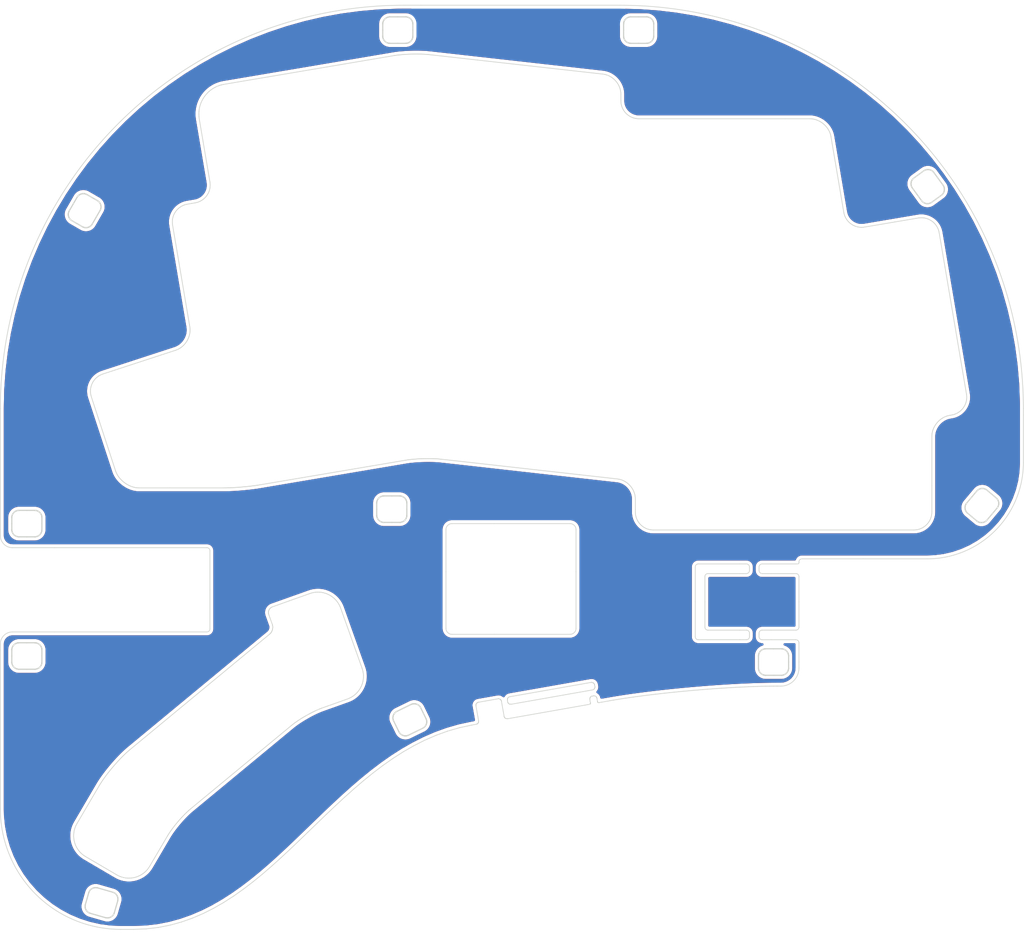
<source format=kicad_pcb>
(kicad_pcb (version 20171130) (host pcbnew "(5.1.5-0-10_14)")
  (layers (0 F.Cu signal) (31 B.Cu signal) (34 B.Paste user) (35 F.Paste user) (36 B.SilkS user) (37 F.SilkS user) (38 B.Mask user) (39 F.Mask user) (44 Edge.Cuts user))
  (net 0 "")
  (net 1 GND)
  (module key-parts:DummyPad (layer B.Cu) (at 38 98)
    (fp_text reference P2 hide)
    (fp_text value DummyPad hide)
    (pad 1 smd circle (at 0 0) (size 0.4 0.4) (layers B.Cu) (net 1 GND))
  )
  (module key-parts:DummyPad (layer F.Cu) (at 38 98)
    (fp_text reference P1 hide)
    (fp_text value DummyPad hide)
    (pad 1 smd circle (at 0 0) (size 0.4 0.4) (layers F.Cu) (net 1 GND))
  )
  (gr_line (start 62.5 85.6) (end 62.5 84.6) (layer Edge.Cuts) (width 0.2))
  (gr_line (start 62.504 85.698) (end 62.5 85.6) (layer Edge.Cuts) (width 0.2))
  (gr_line (start 62.516 85.795) (end 62.504 85.698) (layer Edge.Cuts) (width 0.2))
  (gr_line (start 62.535 85.888) (end 62.516 85.795) (layer Edge.Cuts) (width 0.2))
  (gr_line (start 62.561 85.979) (end 62.535 85.888) (layer Edge.Cuts) (width 0.2))
  (gr_line (start 62.594 86.067) (end 62.561 85.979) (layer Edge.Cuts) (width 0.2))
  (gr_line (start 62.634 86.151) (end 62.594 86.067) (layer Edge.Cuts) (width 0.2))
  (gr_line (start 62.68 86.232) (end 62.634 86.151) (layer Edge.Cuts) (width 0.2))
  (gr_line (start 62.732 86.309) (end 62.68 86.232) (layer Edge.Cuts) (width 0.2))
  (gr_line (start 62.789 86.381) (end 62.732 86.309) (layer Edge.Cuts) (width 0.2))
  (gr_line (start 62.851 86.449) (end 62.789 86.381) (layer Edge.Cuts) (width 0.2))
  (gr_line (start 62.919 86.511) (end 62.851 86.449) (layer Edge.Cuts) (width 0.2))
  (gr_line (start 62.991 86.568) (end 62.919 86.511) (layer Edge.Cuts) (width 0.2))
  (gr_line (start 63.068 86.62) (end 62.991 86.568) (layer Edge.Cuts) (width 0.2))
  (gr_line (start 63.149 86.666) (end 63.068 86.62) (layer Edge.Cuts) (width 0.2))
  (gr_line (start 63.233 86.706) (end 63.149 86.666) (layer Edge.Cuts) (width 0.2))
  (gr_line (start 63.321 86.739) (end 63.233 86.706) (layer Edge.Cuts) (width 0.2))
  (gr_line (start 63.412 86.765) (end 63.321 86.739) (layer Edge.Cuts) (width 0.2))
  (gr_line (start 63.505 86.784) (end 63.412 86.765) (layer Edge.Cuts) (width 0.2))
  (gr_line (start 63.602 86.796) (end 63.505 86.784) (layer Edge.Cuts) (width 0.2))
  (gr_line (start 63.7 86.8) (end 63.602 86.796) (layer Edge.Cuts) (width 0.2))
  (gr_line (start 65 86.8) (end 63.7 86.8) (layer Edge.Cuts) (width 0.2))
  (gr_line (start 66.3 86.8) (end 65 86.8) (layer Edge.Cuts) (width 0.2))
  (gr_line (start 66.397999 86.796) (end 66.3 86.8) (layer Edge.Cuts) (width 0.2))
  (gr_line (start 66.495 86.784) (end 66.397999 86.796) (layer Edge.Cuts) (width 0.2))
  (gr_line (start 66.587999 86.765) (end 66.495 86.784) (layer Edge.Cuts) (width 0.2))
  (gr_line (start 66.679 86.739) (end 66.587999 86.765) (layer Edge.Cuts) (width 0.2))
  (gr_line (start 66.766999 86.706) (end 66.679 86.739) (layer Edge.Cuts) (width 0.2))
  (gr_line (start 66.851 86.666) (end 66.766999 86.706) (layer Edge.Cuts) (width 0.2))
  (gr_line (start 66.932 86.62) (end 66.851 86.666) (layer Edge.Cuts) (width 0.2))
  (gr_line (start 67.009 86.568) (end 66.932 86.62) (layer Edge.Cuts) (width 0.2))
  (gr_line (start 67.081 86.511) (end 67.009 86.568) (layer Edge.Cuts) (width 0.2))
  (gr_line (start 67.149 86.449) (end 67.081 86.511) (layer Edge.Cuts) (width 0.2))
  (gr_line (start 67.211 86.381) (end 67.149 86.449) (layer Edge.Cuts) (width 0.2))
  (gr_line (start 67.268 86.309) (end 67.211 86.381) (layer Edge.Cuts) (width 0.2))
  (gr_line (start 67.32 86.232) (end 67.268 86.309) (layer Edge.Cuts) (width 0.2))
  (gr_line (start 67.366 86.151) (end 67.32 86.232) (layer Edge.Cuts) (width 0.2))
  (gr_line (start 67.406 86.067) (end 67.366 86.151) (layer Edge.Cuts) (width 0.2))
  (gr_line (start 67.439 85.979) (end 67.406 86.067) (layer Edge.Cuts) (width 0.2))
  (gr_line (start 67.465 85.888) (end 67.439 85.979) (layer Edge.Cuts) (width 0.2))
  (gr_line (start 67.484 85.795) (end 67.465 85.888) (layer Edge.Cuts) (width 0.2))
  (gr_line (start 67.496 85.698) (end 67.484 85.795) (layer Edge.Cuts) (width 0.2))
  (gr_line (start 67.5 85.6) (end 67.496 85.698) (layer Edge.Cuts) (width 0.2))
  (gr_line (start 67.5 84.6) (end 67.5 85.6) (layer Edge.Cuts) (width 0.2))
  (gr_line (start 67.5 83.6) (end 67.5 84.6) (layer Edge.Cuts) (width 0.2))
  (gr_line (start 67.496 83.502) (end 67.5 83.6) (layer Edge.Cuts) (width 0.2))
  (gr_line (start 67.484 83.405) (end 67.496 83.502) (layer Edge.Cuts) (width 0.2))
  (gr_line (start 67.465 83.312) (end 67.484 83.405) (layer Edge.Cuts) (width 0.2))
  (gr_line (start 67.439 83.221) (end 67.465 83.312) (layer Edge.Cuts) (width 0.2))
  (gr_line (start 67.406 83.133) (end 67.439 83.221) (layer Edge.Cuts) (width 0.2))
  (gr_line (start 67.366 83.049) (end 67.406 83.133) (layer Edge.Cuts) (width 0.2))
  (gr_line (start 67.32 82.968) (end 67.366 83.049) (layer Edge.Cuts) (width 0.2))
  (gr_line (start 67.268 82.891) (end 67.32 82.968) (layer Edge.Cuts) (width 0.2))
  (gr_line (start 67.211 82.819) (end 67.268 82.891) (layer Edge.Cuts) (width 0.2))
  (gr_line (start 67.149 82.751) (end 67.211 82.819) (layer Edge.Cuts) (width 0.2))
  (gr_line (start 67.081 82.689) (end 67.149 82.751) (layer Edge.Cuts) (width 0.2))
  (gr_line (start 67.009 82.632) (end 67.081 82.689) (layer Edge.Cuts) (width 0.2))
  (gr_line (start 66.932 82.58) (end 67.009 82.632) (layer Edge.Cuts) (width 0.2))
  (gr_line (start 66.851 82.534) (end 66.932 82.58) (layer Edge.Cuts) (width 0.2))
  (gr_line (start 66.766999 82.494) (end 66.851 82.534) (layer Edge.Cuts) (width 0.2))
  (gr_line (start 66.679 82.461) (end 66.766999 82.494) (layer Edge.Cuts) (width 0.2))
  (gr_line (start 66.587999 82.435) (end 66.679 82.461) (layer Edge.Cuts) (width 0.2))
  (gr_line (start 66.495 82.416) (end 66.587999 82.435) (layer Edge.Cuts) (width 0.2))
  (gr_line (start 66.397999 82.404) (end 66.495 82.416) (layer Edge.Cuts) (width 0.2))
  (gr_line (start 66.3 82.4) (end 66.397999 82.404) (layer Edge.Cuts) (width 0.2))
  (gr_line (start 65 82.4) (end 66.3 82.4) (layer Edge.Cuts) (width 0.2))
  (gr_line (start 63.7 82.4) (end 65 82.4) (layer Edge.Cuts) (width 0.2))
  (gr_line (start 63.602 82.404) (end 63.7 82.4) (layer Edge.Cuts) (width 0.2))
  (gr_line (start 63.505 82.416) (end 63.602 82.404) (layer Edge.Cuts) (width 0.2))
  (gr_line (start 63.412 82.435) (end 63.505 82.416) (layer Edge.Cuts) (width 0.2))
  (gr_line (start 63.321 82.461) (end 63.412 82.435) (layer Edge.Cuts) (width 0.2))
  (gr_line (start 63.233 82.494) (end 63.321 82.461) (layer Edge.Cuts) (width 0.2))
  (gr_line (start 63.149 82.534) (end 63.233 82.494) (layer Edge.Cuts) (width 0.2))
  (gr_line (start 63.068 82.58) (end 63.149 82.534) (layer Edge.Cuts) (width 0.2))
  (gr_line (start 62.991 82.632) (end 63.068 82.58) (layer Edge.Cuts) (width 0.2))
  (gr_line (start 62.919 82.689) (end 62.991 82.632) (layer Edge.Cuts) (width 0.2))
  (gr_line (start 62.851 82.751) (end 62.919 82.689) (layer Edge.Cuts) (width 0.2))
  (gr_line (start 62.789 82.819) (end 62.851 82.751) (layer Edge.Cuts) (width 0.2))
  (gr_line (start 62.732 82.891) (end 62.789 82.819) (layer Edge.Cuts) (width 0.2))
  (gr_line (start 62.68 82.968) (end 62.732 82.891) (layer Edge.Cuts) (width 0.2))
  (gr_line (start 62.634 83.049) (end 62.68 82.968) (layer Edge.Cuts) (width 0.2))
  (gr_line (start 62.594 83.133) (end 62.634 83.049) (layer Edge.Cuts) (width 0.2))
  (gr_line (start 62.561 83.221) (end 62.594 83.133) (layer Edge.Cuts) (width 0.2))
  (gr_line (start 62.535 83.312) (end 62.561 83.221) (layer Edge.Cuts) (width 0.2))
  (gr_line (start 62.516 83.405) (end 62.535 83.312) (layer Edge.Cuts) (width 0.2))
  (gr_line (start 62.504 83.502) (end 62.516 83.405) (layer Edge.Cuts) (width 0.2))
  (gr_line (start 62.5 83.6) (end 62.504 83.502) (layer Edge.Cuts) (width 0.2))
  (gr_line (start 62.5 84.6) (end 62.5 83.6) (layer Edge.Cuts) (width 0.2))
  (gr_line (start 69.809 117.605) (end 70.247 118.504) (layer Edge.Cuts) (width 0.2))
  (gr_line (start 69.762 117.519) (end 69.809 117.605) (layer Edge.Cuts) (width 0.2))
  (gr_line (start 69.709 117.437) (end 69.762 117.519) (layer Edge.Cuts) (width 0.2))
  (gr_line (start 69.651 117.361) (end 69.709 117.437) (layer Edge.Cuts) (width 0.2))
  (gr_line (start 69.587 117.291) (end 69.651 117.361) (layer Edge.Cuts) (width 0.2))
  (gr_line (start 69.519 117.227) (end 69.587 117.291) (layer Edge.Cuts) (width 0.2))
  (gr_line (start 69.446 117.168) (end 69.519 117.227) (layer Edge.Cuts) (width 0.2))
  (gr_line (start 69.37 117.116) (end 69.446 117.168) (layer Edge.Cuts) (width 0.2))
  (gr_line (start 69.29 117.07) (end 69.37 117.116) (layer Edge.Cuts) (width 0.2))
  (gr_line (start 69.207 117.03) (end 69.29 117.07) (layer Edge.Cuts) (width 0.2))
  (gr_line (start 69.121 116.997) (end 69.207 117.03) (layer Edge.Cuts) (width 0.2))
  (gr_line (start 69.033 116.97) (end 69.121 116.997) (layer Edge.Cuts) (width 0.2))
  (gr_line (start 68.942 116.95) (end 69.033 116.97) (layer Edge.Cuts) (width 0.2))
  (gr_line (start 68.851 116.937) (end 68.942 116.95) (layer Edge.Cuts) (width 0.2))
  (gr_line (start 68.758 116.931) (end 68.851 116.937) (layer Edge.Cuts) (width 0.2))
  (gr_line (start 68.665 116.933) (end 68.758 116.931) (layer Edge.Cuts) (width 0.2))
  (gr_line (start 68.572 116.941) (end 68.665 116.933) (layer Edge.Cuts) (width 0.2))
  (gr_line (start 68.478 116.958) (end 68.572 116.941) (layer Edge.Cuts) (width 0.2))
  (gr_line (start 68.386 116.982) (end 68.478 116.958) (layer Edge.Cuts) (width 0.2))
  (gr_line (start 68.294 117.013) (end 68.386 116.982) (layer Edge.Cuts) (width 0.2))
  (gr_line (start 68.204 117.053) (end 68.294 117.013) (layer Edge.Cuts) (width 0.2))
  (gr_line (start 67.036 117.623) (end 68.204 117.053) (layer Edge.Cuts) (width 0.2))
  (gr_line (start 65.867 118.193) (end 67.036 117.623) (layer Edge.Cuts) (width 0.2))
  (gr_line (start 65.78 118.239) (end 65.867 118.193) (layer Edge.Cuts) (width 0.2))
  (gr_line (start 65.699 118.292) (end 65.78 118.239) (layer Edge.Cuts) (width 0.2))
  (gr_line (start 65.623 118.35) (end 65.699 118.292) (layer Edge.Cuts) (width 0.2))
  (gr_line (start 65.553 118.414) (end 65.623 118.35) (layer Edge.Cuts) (width 0.2))
  (gr_line (start 65.489 118.482) (end 65.553 118.414) (layer Edge.Cuts) (width 0.2))
  (gr_line (start 65.43 118.555) (end 65.489 118.482) (layer Edge.Cuts) (width 0.2))
  (gr_line (start 65.378 118.631) (end 65.43 118.555) (layer Edge.Cuts) (width 0.2))
  (gr_line (start 65.331999 118.711) (end 65.378 118.631) (layer Edge.Cuts) (width 0.2))
  (gr_line (start 65.292 118.795) (end 65.331999 118.711) (layer Edge.Cuts) (width 0.2))
  (gr_line (start 65.259 118.88) (end 65.292 118.795) (layer Edge.Cuts) (width 0.2))
  (gr_line (start 65.232 118.969) (end 65.259 118.88) (layer Edge.Cuts) (width 0.2))
  (gr_line (start 65.212 119.059) (end 65.232 118.969) (layer Edge.Cuts) (width 0.2))
  (gr_line (start 65.199 119.15) (end 65.212 119.059) (layer Edge.Cuts) (width 0.2))
  (gr_line (start 65.193 119.243) (end 65.199 119.15) (layer Edge.Cuts) (width 0.2))
  (gr_line (start 65.194999 119.336) (end 65.193 119.243) (layer Edge.Cuts) (width 0.2))
  (gr_line (start 65.203 119.429) (end 65.194999 119.336) (layer Edge.Cuts) (width 0.2))
  (gr_line (start 65.22 119.523) (end 65.203 119.429) (layer Edge.Cuts) (width 0.2))
  (gr_line (start 65.242999 119.615) (end 65.22 119.523) (layer Edge.Cuts) (width 0.2))
  (gr_line (start 65.275 119.707) (end 65.242999 119.615) (layer Edge.Cuts) (width 0.2))
  (gr_line (start 65.315 119.797) (end 65.275 119.707) (layer Edge.Cuts) (width 0.2))
  (gr_line (start 65.753 120.696) (end 65.315 119.797) (layer Edge.Cuts) (width 0.2))
  (gr_line (start 66.191 121.595) (end 65.753 120.696) (layer Edge.Cuts) (width 0.2))
  (gr_line (start 66.238 121.681) (end 66.191 121.595) (layer Edge.Cuts) (width 0.2))
  (gr_line (start 66.291 121.763) (end 66.238 121.681) (layer Edge.Cuts) (width 0.2))
  (gr_line (start 66.349 121.839) (end 66.291 121.763) (layer Edge.Cuts) (width 0.2))
  (gr_line (start 66.413 121.909) (end 66.349 121.839) (layer Edge.Cuts) (width 0.2))
  (gr_line (start 66.480999 121.973) (end 66.413 121.909) (layer Edge.Cuts) (width 0.2))
  (gr_line (start 66.554 122.032) (end 66.480999 121.973) (layer Edge.Cuts) (width 0.2))
  (gr_line (start 66.629999 122.084) (end 66.554 122.032) (layer Edge.Cuts) (width 0.2))
  (gr_line (start 66.709999 122.13) (end 66.629999 122.084) (layer Edge.Cuts) (width 0.2))
  (gr_line (start 66.793 122.17) (end 66.709999 122.13) (layer Edge.Cuts) (width 0.2))
  (gr_line (start 66.879 122.203) (end 66.793 122.17) (layer Edge.Cuts) (width 0.2))
  (gr_line (start 66.967 122.23) (end 66.879 122.203) (layer Edge.Cuts) (width 0.2))
  (gr_line (start 67.058 122.25) (end 66.967 122.23) (layer Edge.Cuts) (width 0.2))
  (gr_line (start 67.149 122.263) (end 67.058 122.25) (layer Edge.Cuts) (width 0.2))
  (gr_line (start 67.242 122.269) (end 67.149 122.263) (layer Edge.Cuts) (width 0.2))
  (gr_line (start 67.335 122.267) (end 67.242 122.269) (layer Edge.Cuts) (width 0.2))
  (gr_line (start 67.428 122.259) (end 67.335 122.267) (layer Edge.Cuts) (width 0.2))
  (gr_line (start 67.522 122.242) (end 67.428 122.259) (layer Edge.Cuts) (width 0.2))
  (gr_line (start 67.614 122.218) (end 67.522 122.242) (layer Edge.Cuts) (width 0.2))
  (gr_line (start 67.706 122.187) (end 67.614 122.218) (layer Edge.Cuts) (width 0.2))
  (gr_line (start 67.796 122.147) (end 67.706 122.187) (layer Edge.Cuts) (width 0.2))
  (gr_line (start 68.964 121.577) (end 67.796 122.147) (layer Edge.Cuts) (width 0.2))
  (gr_line (start 70.133 121.007) (end 68.964 121.577) (layer Edge.Cuts) (width 0.2))
  (gr_line (start 70.22 120.961) (end 70.133 121.007) (layer Edge.Cuts) (width 0.2))
  (gr_line (start 70.301 120.908) (end 70.22 120.961) (layer Edge.Cuts) (width 0.2))
  (gr_line (start 70.377 120.85) (end 70.301 120.908) (layer Edge.Cuts) (width 0.2))
  (gr_line (start 70.447 120.786) (end 70.377 120.85) (layer Edge.Cuts) (width 0.2))
  (gr_line (start 70.511 120.718) (end 70.447 120.786) (layer Edge.Cuts) (width 0.2))
  (gr_line (start 70.57 120.645) (end 70.511 120.718) (layer Edge.Cuts) (width 0.2))
  (gr_line (start 70.622 120.569) (end 70.57 120.645) (layer Edge.Cuts) (width 0.2))
  (gr_line (start 70.668 120.489) (end 70.622 120.569) (layer Edge.Cuts) (width 0.2))
  (gr_line (start 70.708 120.405) (end 70.668 120.489) (layer Edge.Cuts) (width 0.2))
  (gr_line (start 70.741 120.32) (end 70.708 120.405) (layer Edge.Cuts) (width 0.2))
  (gr_line (start 70.768 120.231) (end 70.741 120.32) (layer Edge.Cuts) (width 0.2))
  (gr_line (start 70.788 120.141) (end 70.768 120.231) (layer Edge.Cuts) (width 0.2))
  (gr_line (start 70.801 120.05) (end 70.788 120.141) (layer Edge.Cuts) (width 0.2))
  (gr_line (start 70.807 119.957) (end 70.801 120.05) (layer Edge.Cuts) (width 0.2))
  (gr_line (start 70.805 119.864) (end 70.807 119.957) (layer Edge.Cuts) (width 0.2))
  (gr_line (start 70.797 119.771) (end 70.805 119.864) (layer Edge.Cuts) (width 0.2))
  (gr_line (start 70.78 119.677) (end 70.797 119.771) (layer Edge.Cuts) (width 0.2))
  (gr_line (start 70.757 119.585) (end 70.78 119.677) (layer Edge.Cuts) (width 0.2))
  (gr_line (start 70.725 119.493) (end 70.757 119.585) (layer Edge.Cuts) (width 0.2))
  (gr_line (start 70.685 119.403) (end 70.725 119.493) (layer Edge.Cuts) (width 0.2))
  (gr_line (start 70.247 118.504) (end 70.685 119.403) (layer Edge.Cuts) (width 0.2))
  (gr_line (start 125.9 111) (end 125.9 110) (layer Edge.Cuts) (width 0.2))
  (gr_line (start 125.904 111.098) (end 125.9 111) (layer Edge.Cuts) (width 0.2))
  (gr_line (start 125.916 111.195) (end 125.904 111.098) (layer Edge.Cuts) (width 0.2))
  (gr_line (start 125.935 111.288) (end 125.916 111.195) (layer Edge.Cuts) (width 0.2))
  (gr_line (start 125.961 111.379) (end 125.935 111.288) (layer Edge.Cuts) (width 0.2))
  (gr_line (start 125.994 111.467) (end 125.961 111.379) (layer Edge.Cuts) (width 0.2))
  (gr_line (start 126.034 111.551) (end 125.994 111.467) (layer Edge.Cuts) (width 0.2))
  (gr_line (start 126.08 111.632) (end 126.034 111.551) (layer Edge.Cuts) (width 0.2))
  (gr_line (start 126.132 111.709) (end 126.08 111.632) (layer Edge.Cuts) (width 0.2))
  (gr_line (start 126.189 111.781) (end 126.132 111.709) (layer Edge.Cuts) (width 0.2))
  (gr_line (start 126.251 111.849) (end 126.189 111.781) (layer Edge.Cuts) (width 0.2))
  (gr_line (start 126.319 111.911) (end 126.251 111.849) (layer Edge.Cuts) (width 0.2))
  (gr_line (start 126.391 111.968) (end 126.319 111.911) (layer Edge.Cuts) (width 0.2))
  (gr_line (start 126.468 112.02) (end 126.391 111.968) (layer Edge.Cuts) (width 0.2))
  (gr_line (start 126.549 112.066) (end 126.468 112.02) (layer Edge.Cuts) (width 0.2))
  (gr_line (start 126.633 112.106) (end 126.549 112.066) (layer Edge.Cuts) (width 0.2))
  (gr_line (start 126.721 112.139) (end 126.633 112.106) (layer Edge.Cuts) (width 0.2))
  (gr_line (start 126.812 112.165) (end 126.721 112.139) (layer Edge.Cuts) (width 0.2))
  (gr_line (start 126.905 112.184) (end 126.812 112.165) (layer Edge.Cuts) (width 0.2))
  (gr_line (start 127.002 112.196) (end 126.905 112.184) (layer Edge.Cuts) (width 0.2))
  (gr_line (start 127.1 112.2) (end 127.002 112.196) (layer Edge.Cuts) (width 0.2))
  (gr_line (start 128.4 112.2) (end 127.1 112.2) (layer Edge.Cuts) (width 0.2))
  (gr_line (start 129.699999 112.2) (end 128.4 112.2) (layer Edge.Cuts) (width 0.2))
  (gr_line (start 129.798 112.196) (end 129.699999 112.2) (layer Edge.Cuts) (width 0.2))
  (gr_line (start 129.895 112.184) (end 129.798 112.196) (layer Edge.Cuts) (width 0.2))
  (gr_line (start 129.988 112.165) (end 129.895 112.184) (layer Edge.Cuts) (width 0.2))
  (gr_line (start 130.079 112.139) (end 129.988 112.165) (layer Edge.Cuts) (width 0.2))
  (gr_line (start 130.167 112.106) (end 130.079 112.139) (layer Edge.Cuts) (width 0.2))
  (gr_line (start 130.251 112.066) (end 130.167 112.106) (layer Edge.Cuts) (width 0.2))
  (gr_line (start 130.332 112.02) (end 130.251 112.066) (layer Edge.Cuts) (width 0.2))
  (gr_line (start 130.408999 111.968) (end 130.332 112.02) (layer Edge.Cuts) (width 0.2))
  (gr_line (start 130.481 111.911) (end 130.408999 111.968) (layer Edge.Cuts) (width 0.2))
  (gr_line (start 130.549 111.849) (end 130.481 111.911) (layer Edge.Cuts) (width 0.2))
  (gr_line (start 130.610999 111.781) (end 130.549 111.849) (layer Edge.Cuts) (width 0.2))
  (gr_line (start 130.668 111.709) (end 130.610999 111.781) (layer Edge.Cuts) (width 0.2))
  (gr_line (start 130.72 111.632) (end 130.668 111.709) (layer Edge.Cuts) (width 0.2))
  (gr_line (start 130.765999 111.551) (end 130.72 111.632) (layer Edge.Cuts) (width 0.2))
  (gr_line (start 130.806 111.467) (end 130.765999 111.551) (layer Edge.Cuts) (width 0.2))
  (gr_line (start 130.839 111.379) (end 130.806 111.467) (layer Edge.Cuts) (width 0.2))
  (gr_line (start 130.865 111.288) (end 130.839 111.379) (layer Edge.Cuts) (width 0.2))
  (gr_line (start 130.883999 111.195) (end 130.865 111.288) (layer Edge.Cuts) (width 0.2))
  (gr_line (start 130.895999 111.098) (end 130.883999 111.195) (layer Edge.Cuts) (width 0.2))
  (gr_line (start 130.9 111) (end 130.895999 111.098) (layer Edge.Cuts) (width 0.2))
  (gr_line (start 130.9 110) (end 130.9 111) (layer Edge.Cuts) (width 0.2))
  (gr_line (start 130.9 109) (end 130.9 110) (layer Edge.Cuts) (width 0.2))
  (gr_line (start 130.895999 108.902) (end 130.9 109) (layer Edge.Cuts) (width 0.2))
  (gr_line (start 130.883999 108.805) (end 130.895999 108.902) (layer Edge.Cuts) (width 0.2))
  (gr_line (start 130.865 108.712) (end 130.883999 108.805) (layer Edge.Cuts) (width 0.2))
  (gr_line (start 130.839 108.621) (end 130.865 108.712) (layer Edge.Cuts) (width 0.2))
  (gr_line (start 130.806 108.533) (end 130.839 108.621) (layer Edge.Cuts) (width 0.2))
  (gr_line (start 130.765999 108.449) (end 130.806 108.533) (layer Edge.Cuts) (width 0.2))
  (gr_line (start 130.72 108.368) (end 130.765999 108.449) (layer Edge.Cuts) (width 0.2))
  (gr_line (start 130.668 108.291) (end 130.72 108.368) (layer Edge.Cuts) (width 0.2))
  (gr_line (start 130.610999 108.219) (end 130.668 108.291) (layer Edge.Cuts) (width 0.2))
  (gr_line (start 130.549 108.151) (end 130.610999 108.219) (layer Edge.Cuts) (width 0.2))
  (gr_line (start 130.481 108.089) (end 130.549 108.151) (layer Edge.Cuts) (width 0.2))
  (gr_line (start 130.408999 108.032) (end 130.481 108.089) (layer Edge.Cuts) (width 0.2))
  (gr_line (start 130.332 107.98) (end 130.408999 108.032) (layer Edge.Cuts) (width 0.2))
  (gr_line (start 130.251 107.934) (end 130.332 107.98) (layer Edge.Cuts) (width 0.2))
  (gr_line (start 130.167 107.894) (end 130.251 107.934) (layer Edge.Cuts) (width 0.2))
  (gr_line (start 130.079 107.861) (end 130.167 107.894) (layer Edge.Cuts) (width 0.2))
  (gr_line (start 129.988 107.835) (end 130.079 107.861) (layer Edge.Cuts) (width 0.2))
  (gr_line (start 129.895 107.816) (end 129.988 107.835) (layer Edge.Cuts) (width 0.2))
  (gr_line (start 129.798 107.804) (end 129.895 107.816) (layer Edge.Cuts) (width 0.2))
  (gr_line (start 129.699999 107.8) (end 129.798 107.804) (layer Edge.Cuts) (width 0.2))
  (gr_line (start 128.4 107.8) (end 129.699999 107.8) (layer Edge.Cuts) (width 0.2))
  (gr_line (start 127.1 107.8) (end 128.4 107.8) (layer Edge.Cuts) (width 0.2))
  (gr_line (start 127.002 107.804) (end 127.1 107.8) (layer Edge.Cuts) (width 0.2))
  (gr_line (start 126.905 107.816) (end 127.002 107.804) (layer Edge.Cuts) (width 0.2))
  (gr_line (start 126.812 107.835) (end 126.905 107.816) (layer Edge.Cuts) (width 0.2))
  (gr_line (start 126.721 107.861) (end 126.812 107.835) (layer Edge.Cuts) (width 0.2))
  (gr_line (start 126.633 107.894) (end 126.721 107.861) (layer Edge.Cuts) (width 0.2))
  (gr_line (start 126.549 107.934) (end 126.633 107.894) (layer Edge.Cuts) (width 0.2))
  (gr_line (start 126.468 107.98) (end 126.549 107.934) (layer Edge.Cuts) (width 0.2))
  (gr_line (start 126.391 108.032) (end 126.468 107.98) (layer Edge.Cuts) (width 0.2))
  (gr_line (start 126.319 108.089) (end 126.391 108.032) (layer Edge.Cuts) (width 0.2))
  (gr_line (start 126.251 108.151) (end 126.319 108.089) (layer Edge.Cuts) (width 0.2))
  (gr_line (start 126.189 108.219) (end 126.251 108.151) (layer Edge.Cuts) (width 0.2))
  (gr_line (start 126.132 108.291) (end 126.189 108.219) (layer Edge.Cuts) (width 0.2))
  (gr_line (start 126.08 108.368) (end 126.132 108.291) (layer Edge.Cuts) (width 0.2))
  (gr_line (start 126.034 108.449) (end 126.08 108.368) (layer Edge.Cuts) (width 0.2))
  (gr_line (start 125.994 108.533) (end 126.034 108.449) (layer Edge.Cuts) (width 0.2))
  (gr_line (start 125.961 108.621) (end 125.994 108.533) (layer Edge.Cuts) (width 0.2))
  (gr_line (start 125.935 108.712) (end 125.961 108.621) (layer Edge.Cuts) (width 0.2))
  (gr_line (start 125.916 108.805) (end 125.935 108.712) (layer Edge.Cuts) (width 0.2))
  (gr_line (start 125.904 108.902) (end 125.916 108.805) (layer Edge.Cuts) (width 0.2))
  (gr_line (start 125.9 109) (end 125.904 108.902) (layer Edge.Cuts) (width 0.2))
  (gr_line (start 125.9 110) (end 125.9 109) (layer Edge.Cuts) (width 0.2))
  (gr_line (start 163.841 81.442) (end 164.607 82.085) (layer Edge.Cuts) (width 0.2))
  (gr_line (start 163.763 81.382) (end 163.841 81.442) (layer Edge.Cuts) (width 0.2))
  (gr_line (start 163.682 81.329) (end 163.763 81.382) (layer Edge.Cuts) (width 0.2))
  (gr_line (start 163.598 81.283) (end 163.682 81.329) (layer Edge.Cuts) (width 0.2))
  (gr_line (start 163.511 81.245) (end 163.598 81.283) (layer Edge.Cuts) (width 0.2))
  (gr_line (start 163.422 81.214) (end 163.511 81.245) (layer Edge.Cuts) (width 0.2))
  (gr_line (start 163.332 81.19) (end 163.422 81.214) (layer Edge.Cuts) (width 0.2))
  (gr_line (start 163.241 81.174) (end 163.332 81.19) (layer Edge.Cuts) (width 0.2))
  (gr_line (start 163.149 81.164) (end 163.241 81.174) (layer Edge.Cuts) (width 0.2))
  (gr_line (start 163.057 81.161) (end 163.149 81.164) (layer Edge.Cuts) (width 0.2))
  (gr_line (start 162.965 81.166) (end 163.057 81.161) (layer Edge.Cuts) (width 0.2))
  (gr_line (start 162.874 81.177) (end 162.965 81.166) (layer Edge.Cuts) (width 0.2))
  (gr_line (start 162.783 81.196) (end 162.874 81.177) (layer Edge.Cuts) (width 0.2))
  (gr_line (start 162.694 81.221) (end 162.783 81.196) (layer Edge.Cuts) (width 0.2))
  (gr_line (start 162.607 81.254) (end 162.694 81.221) (layer Edge.Cuts) (width 0.2))
  (gr_line (start 162.523 81.293) (end 162.607 81.254) (layer Edge.Cuts) (width 0.2))
  (gr_line (start 162.441 81.339) (end 162.523 81.293) (layer Edge.Cuts) (width 0.2))
  (gr_line (start 162.362 81.392) (end 162.441 81.339) (layer Edge.Cuts) (width 0.2))
  (gr_line (start 162.287 81.451) (end 162.362 81.392) (layer Edge.Cuts) (width 0.2))
  (gr_line (start 162.217 81.517) (end 162.287 81.451) (layer Edge.Cuts) (width 0.2))
  (gr_line (start 162.15 81.59) (end 162.217 81.517) (layer Edge.Cuts) (width 0.2))
  (gr_line (start 161.315 82.586) (end 162.15 81.59) (layer Edge.Cuts) (width 0.2))
  (gr_line (start 160.479 83.582) (end 161.315 82.586) (layer Edge.Cuts) (width 0.2))
  (gr_line (start 160.419 83.66) (end 160.479 83.582) (layer Edge.Cuts) (width 0.2))
  (gr_line (start 160.366 83.741) (end 160.419 83.66) (layer Edge.Cuts) (width 0.2))
  (gr_line (start 160.32 83.825) (end 160.366 83.741) (layer Edge.Cuts) (width 0.2))
  (gr_line (start 160.282 83.912) (end 160.32 83.825) (layer Edge.Cuts) (width 0.2))
  (gr_line (start 160.251 84) (end 160.282 83.912) (layer Edge.Cuts) (width 0.2))
  (gr_line (start 160.227 84.09) (end 160.251 84) (layer Edge.Cuts) (width 0.2))
  (gr_line (start 160.21 84.182) (end 160.227 84.09) (layer Edge.Cuts) (width 0.2))
  (gr_line (start 160.201 84.273) (end 160.21 84.182) (layer Edge.Cuts) (width 0.2))
  (gr_line (start 160.198 84.366) (end 160.201 84.273) (layer Edge.Cuts) (width 0.2))
  (gr_line (start 160.203 84.458) (end 160.198 84.366) (layer Edge.Cuts) (width 0.2))
  (gr_line (start 160.214 84.549) (end 160.203 84.458) (layer Edge.Cuts) (width 0.2))
  (gr_line (start 160.233 84.639) (end 160.214 84.549) (layer Edge.Cuts) (width 0.2))
  (gr_line (start 160.258 84.728) (end 160.233 84.639) (layer Edge.Cuts) (width 0.2))
  (gr_line (start 160.291 84.815) (end 160.258 84.728) (layer Edge.Cuts) (width 0.2))
  (gr_line (start 160.33 84.9) (end 160.291 84.815) (layer Edge.Cuts) (width 0.2))
  (gr_line (start 160.376 84.982) (end 160.33 84.9) (layer Edge.Cuts) (width 0.2))
  (gr_line (start 160.428 85.06) (end 160.376 84.982) (layer Edge.Cuts) (width 0.2))
  (gr_line (start 160.488 85.135) (end 160.428 85.06) (layer Edge.Cuts) (width 0.2))
  (gr_line (start 160.554 85.206) (end 160.488 85.135) (layer Edge.Cuts) (width 0.2))
  (gr_line (start 160.627 85.272) (end 160.554 85.206) (layer Edge.Cuts) (width 0.2))
  (gr_line (start 161.393 85.915) (end 160.627 85.272) (layer Edge.Cuts) (width 0.2))
  (gr_line (start 162.159 86.558) (end 161.393 85.915) (layer Edge.Cuts) (width 0.2))
  (gr_line (start 162.237 86.618) (end 162.159 86.558) (layer Edge.Cuts) (width 0.2))
  (gr_line (start 162.318 86.671) (end 162.237 86.618) (layer Edge.Cuts) (width 0.2))
  (gr_line (start 162.402 86.717) (end 162.318 86.671) (layer Edge.Cuts) (width 0.2))
  (gr_line (start 162.489 86.755) (end 162.402 86.717) (layer Edge.Cuts) (width 0.2))
  (gr_line (start 162.578 86.786) (end 162.489 86.755) (layer Edge.Cuts) (width 0.2))
  (gr_line (start 162.668 86.81) (end 162.578 86.786) (layer Edge.Cuts) (width 0.2))
  (gr_line (start 162.759 86.826) (end 162.668 86.81) (layer Edge.Cuts) (width 0.2))
  (gr_line (start 162.851 86.836) (end 162.759 86.826) (layer Edge.Cuts) (width 0.2))
  (gr_line (start 162.943 86.839) (end 162.851 86.836) (layer Edge.Cuts) (width 0.2))
  (gr_line (start 163.035 86.834) (end 162.943 86.839) (layer Edge.Cuts) (width 0.2))
  (gr_line (start 163.126 86.823) (end 163.035 86.834) (layer Edge.Cuts) (width 0.2))
  (gr_line (start 163.217 86.804) (end 163.126 86.823) (layer Edge.Cuts) (width 0.2))
  (gr_line (start 163.306 86.779) (end 163.217 86.804) (layer Edge.Cuts) (width 0.2))
  (gr_line (start 163.393 86.746) (end 163.306 86.779) (layer Edge.Cuts) (width 0.2))
  (gr_line (start 163.477 86.707) (end 163.393 86.746) (layer Edge.Cuts) (width 0.2))
  (gr_line (start 163.559 86.661) (end 163.477 86.707) (layer Edge.Cuts) (width 0.2))
  (gr_line (start 163.638 86.608) (end 163.559 86.661) (layer Edge.Cuts) (width 0.2))
  (gr_line (start 163.713 86.549) (end 163.638 86.608) (layer Edge.Cuts) (width 0.2))
  (gr_line (start 163.783 86.483) (end 163.713 86.549) (layer Edge.Cuts) (width 0.2))
  (gr_line (start 163.85 86.41) (end 163.783 86.483) (layer Edge.Cuts) (width 0.2))
  (gr_line (start 164.685 85.414) (end 163.85 86.41) (layer Edge.Cuts) (width 0.2))
  (gr_line (start 165.521 84.418) (end 164.685 85.414) (layer Edge.Cuts) (width 0.2))
  (gr_line (start 165.581 84.34) (end 165.521 84.418) (layer Edge.Cuts) (width 0.2))
  (gr_line (start 165.634 84.259) (end 165.581 84.34) (layer Edge.Cuts) (width 0.2))
  (gr_line (start 165.68 84.175) (end 165.634 84.259) (layer Edge.Cuts) (width 0.2))
  (gr_line (start 165.718 84.088) (end 165.68 84.175) (layer Edge.Cuts) (width 0.2))
  (gr_line (start 165.749 84) (end 165.718 84.088) (layer Edge.Cuts) (width 0.2))
  (gr_line (start 165.773 83.91) (end 165.749 84) (layer Edge.Cuts) (width 0.2))
  (gr_line (start 165.79 83.818) (end 165.773 83.91) (layer Edge.Cuts) (width 0.2))
  (gr_line (start 165.799 83.727) (end 165.79 83.818) (layer Edge.Cuts) (width 0.2))
  (gr_line (start 165.802 83.634) (end 165.799 83.727) (layer Edge.Cuts) (width 0.2))
  (gr_line (start 165.797 83.542) (end 165.802 83.634) (layer Edge.Cuts) (width 0.2))
  (gr_line (start 165.786 83.451) (end 165.797 83.542) (layer Edge.Cuts) (width 0.2))
  (gr_line (start 165.767 83.361) (end 165.786 83.451) (layer Edge.Cuts) (width 0.2))
  (gr_line (start 165.742 83.272) (end 165.767 83.361) (layer Edge.Cuts) (width 0.2))
  (gr_line (start 165.709 83.185) (end 165.742 83.272) (layer Edge.Cuts) (width 0.2))
  (gr_line (start 165.67 83.1) (end 165.709 83.185) (layer Edge.Cuts) (width 0.2))
  (gr_line (start 165.624 83.018) (end 165.67 83.1) (layer Edge.Cuts) (width 0.2))
  (gr_line (start 165.572 82.94) (end 165.624 83.018) (layer Edge.Cuts) (width 0.2))
  (gr_line (start 165.512 82.865) (end 165.572 82.94) (layer Edge.Cuts) (width 0.2))
  (gr_line (start 165.446 82.794) (end 165.512 82.865) (layer Edge.Cuts) (width 0.2))
  (gr_line (start 165.373 82.728) (end 165.446 82.794) (layer Edge.Cuts) (width 0.2))
  (gr_line (start 164.607 82.085) (end 165.373 82.728) (layer Edge.Cuts) (width 0.2))
  (gr_line (start 151.722 29.565) (end 152.531 28.977) (layer Edge.Cuts) (width 0.2))
  (gr_line (start 151.644 29.626) (end 151.722 29.565) (layer Edge.Cuts) (width 0.2))
  (gr_line (start 151.573 29.692) (end 151.644 29.626) (layer Edge.Cuts) (width 0.2))
  (gr_line (start 151.509 29.763) (end 151.573 29.692) (layer Edge.Cuts) (width 0.2))
  (gr_line (start 151.451 29.838) (end 151.509 29.763) (layer Edge.Cuts) (width 0.2))
  (gr_line (start 151.399 29.916) (end 151.451 29.838) (layer Edge.Cuts) (width 0.2))
  (gr_line (start 151.354 29.998) (end 151.399 29.916) (layer Edge.Cuts) (width 0.2))
  (gr_line (start 151.316 30.082) (end 151.354 29.998) (layer Edge.Cuts) (width 0.2))
  (gr_line (start 151.284 30.169) (end 151.316 30.082) (layer Edge.Cuts) (width 0.2))
  (gr_line (start 151.26 30.258) (end 151.284 30.169) (layer Edge.Cuts) (width 0.2))
  (gr_line (start 151.242 30.348) (end 151.26 30.258) (layer Edge.Cuts) (width 0.2))
  (gr_line (start 151.231 30.44) (end 151.242 30.348) (layer Edge.Cuts) (width 0.2))
  (gr_line (start 151.227 30.532) (end 151.231 30.44) (layer Edge.Cuts) (width 0.2))
  (gr_line (start 151.23 30.624) (end 151.227 30.532) (layer Edge.Cuts) (width 0.2))
  (gr_line (start 151.24 30.717) (end 151.23 30.624) (layer Edge.Cuts) (width 0.2))
  (gr_line (start 151.258 30.808) (end 151.24 30.717) (layer Edge.Cuts) (width 0.2))
  (gr_line (start 151.283 30.899) (end 151.258 30.808) (layer Edge.Cuts) (width 0.2))
  (gr_line (start 151.315 30.988) (end 151.283 30.899) (layer Edge.Cuts) (width 0.2))
  (gr_line (start 151.354 31.075) (end 151.315 30.988) (layer Edge.Cuts) (width 0.2))
  (gr_line (start 151.401 31.159) (end 151.354 31.075) (layer Edge.Cuts) (width 0.2))
  (gr_line (start 151.456 31.241) (end 151.401 31.159) (layer Edge.Cuts) (width 0.2))
  (gr_line (start 152.22 32.293) (end 151.456 31.241) (layer Edge.Cuts) (width 0.2))
  (gr_line (start 152.984 33.345) (end 152.22 32.293) (layer Edge.Cuts) (width 0.2))
  (gr_line (start 153.045 33.421999) (end 152.984 33.345) (layer Edge.Cuts) (width 0.2))
  (gr_line (start 153.111 33.493) (end 153.045 33.421999) (layer Edge.Cuts) (width 0.2))
  (gr_line (start 153.182 33.558) (end 153.111 33.493) (layer Edge.Cuts) (width 0.2))
  (gr_line (start 153.257 33.616) (end 153.182 33.558) (layer Edge.Cuts) (width 0.2))
  (gr_line (start 153.335 33.667) (end 153.257 33.616) (layer Edge.Cuts) (width 0.2))
  (gr_line (start 153.417 33.712) (end 153.335 33.667) (layer Edge.Cuts) (width 0.2))
  (gr_line (start 153.501 33.751) (end 153.417 33.712) (layer Edge.Cuts) (width 0.2))
  (gr_line (start 153.588 33.782) (end 153.501 33.751) (layer Edge.Cuts) (width 0.2))
  (gr_line (start 153.677 33.807) (end 153.588 33.782) (layer Edge.Cuts) (width 0.2))
  (gr_line (start 153.767 33.825) (end 153.677 33.807) (layer Edge.Cuts) (width 0.2))
  (gr_line (start 153.859 33.836) (end 153.767 33.825) (layer Edge.Cuts) (width 0.2))
  (gr_line (start 153.951 33.84) (end 153.859 33.836) (layer Edge.Cuts) (width 0.2))
  (gr_line (start 154.043 33.836) (end 153.951 33.84) (layer Edge.Cuts) (width 0.2))
  (gr_line (start 154.136 33.826) (end 154.043 33.836) (layer Edge.Cuts) (width 0.2))
  (gr_line (start 154.227 33.809) (end 154.136 33.826) (layer Edge.Cuts) (width 0.2))
  (gr_line (start 154.318 33.784) (end 154.227 33.809) (layer Edge.Cuts) (width 0.2))
  (gr_line (start 154.407 33.752) (end 154.318 33.784) (layer Edge.Cuts) (width 0.2))
  (gr_line (start 154.494 33.712) (end 154.407 33.752) (layer Edge.Cuts) (width 0.2))
  (gr_line (start 154.578 33.665) (end 154.494 33.712) (layer Edge.Cuts) (width 0.2))
  (gr_line (start 154.66 33.61) (end 154.578 33.665) (layer Edge.Cuts) (width 0.2))
  (gr_line (start 155.469 33.023) (end 154.66 33.61) (layer Edge.Cuts) (width 0.2))
  (gr_line (start 156.278 32.435) (end 155.469 33.023) (layer Edge.Cuts) (width 0.2))
  (gr_line (start 156.356 32.374) (end 156.278 32.435) (layer Edge.Cuts) (width 0.2))
  (gr_line (start 156.427 32.308) (end 156.356 32.374) (layer Edge.Cuts) (width 0.2))
  (gr_line (start 156.491 32.237) (end 156.427 32.308) (layer Edge.Cuts) (width 0.2))
  (gr_line (start 156.549 32.162) (end 156.491 32.237) (layer Edge.Cuts) (width 0.2))
  (gr_line (start 156.601 32.084) (end 156.549 32.162) (layer Edge.Cuts) (width 0.2))
  (gr_line (start 156.646 32.002) (end 156.601 32.084) (layer Edge.Cuts) (width 0.2))
  (gr_line (start 156.684 31.918) (end 156.646 32.002) (layer Edge.Cuts) (width 0.2))
  (gr_line (start 156.716 31.831) (end 156.684 31.918) (layer Edge.Cuts) (width 0.2))
  (gr_line (start 156.74 31.742) (end 156.716 31.831) (layer Edge.Cuts) (width 0.2))
  (gr_line (start 156.758 31.652) (end 156.74 31.742) (layer Edge.Cuts) (width 0.2))
  (gr_line (start 156.769 31.56) (end 156.758 31.652) (layer Edge.Cuts) (width 0.2))
  (gr_line (start 156.773 31.468) (end 156.769 31.56) (layer Edge.Cuts) (width 0.2))
  (gr_line (start 156.77 31.376) (end 156.773 31.468) (layer Edge.Cuts) (width 0.2))
  (gr_line (start 156.76 31.283) (end 156.77 31.376) (layer Edge.Cuts) (width 0.2))
  (gr_line (start 156.742 31.192) (end 156.76 31.283) (layer Edge.Cuts) (width 0.2))
  (gr_line (start 156.717 31.101) (end 156.742 31.192) (layer Edge.Cuts) (width 0.2))
  (gr_line (start 156.685 31.012) (end 156.717 31.101) (layer Edge.Cuts) (width 0.2))
  (gr_line (start 156.646 30.925) (end 156.685 31.012) (layer Edge.Cuts) (width 0.2))
  (gr_line (start 156.599 30.841) (end 156.646 30.925) (layer Edge.Cuts) (width 0.2))
  (gr_line (start 156.544 30.759) (end 156.599 30.841) (layer Edge.Cuts) (width 0.2))
  (gr_line (start 155.78 29.707) (end 156.544 30.759) (layer Edge.Cuts) (width 0.2))
  (gr_line (start 155.016 28.655) (end 155.78 29.707) (layer Edge.Cuts) (width 0.2))
  (gr_line (start 154.955 28.578) (end 155.016 28.655) (layer Edge.Cuts) (width 0.2))
  (gr_line (start 154.889 28.507) (end 154.955 28.578) (layer Edge.Cuts) (width 0.2))
  (gr_line (start 154.818 28.442) (end 154.889 28.507) (layer Edge.Cuts) (width 0.2))
  (gr_line (start 154.743 28.384) (end 154.818 28.442) (layer Edge.Cuts) (width 0.2))
  (gr_line (start 154.665 28.333) (end 154.743 28.384) (layer Edge.Cuts) (width 0.2))
  (gr_line (start 154.583 28.288) (end 154.665 28.333) (layer Edge.Cuts) (width 0.2))
  (gr_line (start 154.499 28.249) (end 154.583 28.288) (layer Edge.Cuts) (width 0.2))
  (gr_line (start 154.412 28.218) (end 154.499 28.249) (layer Edge.Cuts) (width 0.2))
  (gr_line (start 154.323 28.193) (end 154.412 28.218) (layer Edge.Cuts) (width 0.2))
  (gr_line (start 154.233 28.175) (end 154.323 28.193) (layer Edge.Cuts) (width 0.2))
  (gr_line (start 154.141 28.164) (end 154.233 28.175) (layer Edge.Cuts) (width 0.2))
  (gr_line (start 154.049 28.16) (end 154.141 28.164) (layer Edge.Cuts) (width 0.2))
  (gr_line (start 153.957 28.164) (end 154.049 28.16) (layer Edge.Cuts) (width 0.2))
  (gr_line (start 153.864 28.174) (end 153.957 28.164) (layer Edge.Cuts) (width 0.2))
  (gr_line (start 153.773 28.191) (end 153.864 28.174) (layer Edge.Cuts) (width 0.2))
  (gr_line (start 153.682 28.216) (end 153.773 28.191) (layer Edge.Cuts) (width 0.2))
  (gr_line (start 153.593 28.248) (end 153.682 28.216) (layer Edge.Cuts) (width 0.2))
  (gr_line (start 153.506 28.288) (end 153.593 28.248) (layer Edge.Cuts) (width 0.2))
  (gr_line (start 153.422 28.335) (end 153.506 28.288) (layer Edge.Cuts) (width 0.2))
  (gr_line (start 153.34 28.39) (end 153.422 28.335) (layer Edge.Cuts) (width 0.2))
  (gr_line (start 152.531 28.977) (end 153.34 28.39) (layer Edge.Cuts) (width 0.2))
  (gr_line (start 103.5 6) (end 103.5 5) (layer Edge.Cuts) (width 0.2))
  (gr_line (start 103.504 6.098) (end 103.5 6) (layer Edge.Cuts) (width 0.2))
  (gr_line (start 103.516 6.195) (end 103.504 6.098) (layer Edge.Cuts) (width 0.2))
  (gr_line (start 103.535 6.288) (end 103.516 6.195) (layer Edge.Cuts) (width 0.2))
  (gr_line (start 103.561 6.379) (end 103.535 6.288) (layer Edge.Cuts) (width 0.2))
  (gr_line (start 103.594 6.467) (end 103.561 6.379) (layer Edge.Cuts) (width 0.2))
  (gr_line (start 103.634 6.551) (end 103.594 6.467) (layer Edge.Cuts) (width 0.2))
  (gr_line (start 103.68 6.632) (end 103.634 6.551) (layer Edge.Cuts) (width 0.2))
  (gr_line (start 103.732 6.709) (end 103.68 6.632) (layer Edge.Cuts) (width 0.2))
  (gr_line (start 103.789 6.781) (end 103.732 6.709) (layer Edge.Cuts) (width 0.2))
  (gr_line (start 103.851 6.849) (end 103.789 6.781) (layer Edge.Cuts) (width 0.2))
  (gr_line (start 103.919 6.911) (end 103.851 6.849) (layer Edge.Cuts) (width 0.2))
  (gr_line (start 103.991 6.968) (end 103.919 6.911) (layer Edge.Cuts) (width 0.2))
  (gr_line (start 104.068 7.02) (end 103.991 6.968) (layer Edge.Cuts) (width 0.2))
  (gr_line (start 104.149 7.066) (end 104.068 7.02) (layer Edge.Cuts) (width 0.2))
  (gr_line (start 104.233 7.106) (end 104.149 7.066) (layer Edge.Cuts) (width 0.2))
  (gr_line (start 104.321 7.139) (end 104.233 7.106) (layer Edge.Cuts) (width 0.2))
  (gr_line (start 104.412 7.165) (end 104.321 7.139) (layer Edge.Cuts) (width 0.2))
  (gr_line (start 104.505 7.184) (end 104.412 7.165) (layer Edge.Cuts) (width 0.2))
  (gr_line (start 104.602 7.196) (end 104.505 7.184) (layer Edge.Cuts) (width 0.2))
  (gr_line (start 104.7 7.2) (end 104.602 7.196) (layer Edge.Cuts) (width 0.2))
  (gr_line (start 106 7.2) (end 104.7 7.2) (layer Edge.Cuts) (width 0.2))
  (gr_line (start 107.3 7.2) (end 106 7.2) (layer Edge.Cuts) (width 0.2))
  (gr_line (start 107.398 7.196) (end 107.3 7.2) (layer Edge.Cuts) (width 0.2))
  (gr_line (start 107.495 7.184) (end 107.398 7.196) (layer Edge.Cuts) (width 0.2))
  (gr_line (start 107.588 7.165) (end 107.495 7.184) (layer Edge.Cuts) (width 0.2))
  (gr_line (start 107.679 7.139) (end 107.588 7.165) (layer Edge.Cuts) (width 0.2))
  (gr_line (start 107.767 7.106) (end 107.679 7.139) (layer Edge.Cuts) (width 0.2))
  (gr_line (start 107.851 7.066) (end 107.767 7.106) (layer Edge.Cuts) (width 0.2))
  (gr_line (start 107.932 7.02) (end 107.851 7.066) (layer Edge.Cuts) (width 0.2))
  (gr_line (start 108.009 6.968) (end 107.932 7.02) (layer Edge.Cuts) (width 0.2))
  (gr_line (start 108.081 6.911) (end 108.009 6.968) (layer Edge.Cuts) (width 0.2))
  (gr_line (start 108.149 6.849) (end 108.081 6.911) (layer Edge.Cuts) (width 0.2))
  (gr_line (start 108.211 6.781) (end 108.149 6.849) (layer Edge.Cuts) (width 0.2))
  (gr_line (start 108.268 6.709) (end 108.211 6.781) (layer Edge.Cuts) (width 0.2))
  (gr_line (start 108.32 6.632) (end 108.268 6.709) (layer Edge.Cuts) (width 0.2))
  (gr_line (start 108.366 6.551) (end 108.32 6.632) (layer Edge.Cuts) (width 0.2))
  (gr_line (start 108.406 6.467) (end 108.366 6.551) (layer Edge.Cuts) (width 0.2))
  (gr_line (start 108.439 6.379) (end 108.406 6.467) (layer Edge.Cuts) (width 0.2))
  (gr_line (start 108.465 6.288) (end 108.439 6.379) (layer Edge.Cuts) (width 0.2))
  (gr_line (start 108.484 6.195) (end 108.465 6.288) (layer Edge.Cuts) (width 0.2))
  (gr_line (start 108.496 6.098) (end 108.484 6.195) (layer Edge.Cuts) (width 0.2))
  (gr_line (start 108.5 6) (end 108.496 6.098) (layer Edge.Cuts) (width 0.2))
  (gr_line (start 108.5 5) (end 108.5 6) (layer Edge.Cuts) (width 0.2))
  (gr_line (start 108.5 4) (end 108.5 5) (layer Edge.Cuts) (width 0.2))
  (gr_line (start 108.496 3.902) (end 108.5 4) (layer Edge.Cuts) (width 0.2))
  (gr_line (start 108.484 3.805) (end 108.496 3.902) (layer Edge.Cuts) (width 0.2))
  (gr_line (start 108.465 3.712) (end 108.484 3.805) (layer Edge.Cuts) (width 0.2))
  (gr_line (start 108.439 3.621) (end 108.465 3.712) (layer Edge.Cuts) (width 0.2))
  (gr_line (start 108.406 3.533) (end 108.439 3.621) (layer Edge.Cuts) (width 0.2))
  (gr_line (start 108.366 3.449) (end 108.406 3.533) (layer Edge.Cuts) (width 0.2))
  (gr_line (start 108.32 3.368) (end 108.366 3.449) (layer Edge.Cuts) (width 0.2))
  (gr_line (start 108.268 3.291) (end 108.32 3.368) (layer Edge.Cuts) (width 0.2))
  (gr_line (start 108.211 3.219) (end 108.268 3.291) (layer Edge.Cuts) (width 0.2))
  (gr_line (start 108.149 3.151) (end 108.211 3.219) (layer Edge.Cuts) (width 0.2))
  (gr_line (start 108.081 3.089) (end 108.149 3.151) (layer Edge.Cuts) (width 0.2))
  (gr_line (start 108.009 3.032) (end 108.081 3.089) (layer Edge.Cuts) (width 0.2))
  (gr_line (start 107.932 2.98) (end 108.009 3.032) (layer Edge.Cuts) (width 0.2))
  (gr_line (start 107.851 2.934) (end 107.932 2.98) (layer Edge.Cuts) (width 0.2))
  (gr_line (start 107.767 2.894) (end 107.851 2.934) (layer Edge.Cuts) (width 0.2))
  (gr_line (start 107.679 2.861) (end 107.767 2.894) (layer Edge.Cuts) (width 0.2))
  (gr_line (start 107.588 2.835) (end 107.679 2.861) (layer Edge.Cuts) (width 0.2))
  (gr_line (start 107.495 2.816) (end 107.588 2.835) (layer Edge.Cuts) (width 0.2))
  (gr_line (start 107.398 2.804) (end 107.495 2.816) (layer Edge.Cuts) (width 0.2))
  (gr_line (start 107.3 2.8) (end 107.398 2.804) (layer Edge.Cuts) (width 0.2))
  (gr_line (start 106 2.8) (end 107.3 2.8) (layer Edge.Cuts) (width 0.2))
  (gr_line (start 104.7 2.8) (end 106 2.8) (layer Edge.Cuts) (width 0.2))
  (gr_line (start 104.602 2.804) (end 104.7 2.8) (layer Edge.Cuts) (width 0.2))
  (gr_line (start 104.505 2.816) (end 104.602 2.804) (layer Edge.Cuts) (width 0.2))
  (gr_line (start 104.412 2.835) (end 104.505 2.816) (layer Edge.Cuts) (width 0.2))
  (gr_line (start 104.321 2.861) (end 104.412 2.835) (layer Edge.Cuts) (width 0.2))
  (gr_line (start 104.233 2.894) (end 104.321 2.861) (layer Edge.Cuts) (width 0.2))
  (gr_line (start 104.149 2.934) (end 104.233 2.894) (layer Edge.Cuts) (width 0.2))
  (gr_line (start 104.068 2.98) (end 104.149 2.934) (layer Edge.Cuts) (width 0.2))
  (gr_line (start 103.991 3.032) (end 104.068 2.98) (layer Edge.Cuts) (width 0.2))
  (gr_line (start 103.919 3.089) (end 103.991 3.032) (layer Edge.Cuts) (width 0.2))
  (gr_line (start 103.851 3.151) (end 103.919 3.089) (layer Edge.Cuts) (width 0.2))
  (gr_line (start 103.789 3.219) (end 103.851 3.151) (layer Edge.Cuts) (width 0.2))
  (gr_line (start 103.732 3.291) (end 103.789 3.219) (layer Edge.Cuts) (width 0.2))
  (gr_line (start 103.68 3.368) (end 103.732 3.291) (layer Edge.Cuts) (width 0.2))
  (gr_line (start 103.634 3.449) (end 103.68 3.368) (layer Edge.Cuts) (width 0.2))
  (gr_line (start 103.594 3.533) (end 103.634 3.449) (layer Edge.Cuts) (width 0.2))
  (gr_line (start 103.561 3.621) (end 103.594 3.533) (layer Edge.Cuts) (width 0.2))
  (gr_line (start 103.535 3.712) (end 103.561 3.621) (layer Edge.Cuts) (width 0.2))
  (gr_line (start 103.516 3.805) (end 103.535 3.712) (layer Edge.Cuts) (width 0.2))
  (gr_line (start 103.504 3.902) (end 103.516 3.805) (layer Edge.Cuts) (width 0.2))
  (gr_line (start 103.5 4) (end 103.504 3.902) (layer Edge.Cuts) (width 0.2))
  (gr_line (start 103.5 5) (end 103.5 4) (layer Edge.Cuts) (width 0.2))
  (gr_line (start 63.5 6) (end 63.5 5) (layer Edge.Cuts) (width 0.2))
  (gr_line (start 63.504 6.098) (end 63.5 6) (layer Edge.Cuts) (width 0.2))
  (gr_line (start 63.516 6.195) (end 63.504 6.098) (layer Edge.Cuts) (width 0.2))
  (gr_line (start 63.535 6.288) (end 63.516 6.195) (layer Edge.Cuts) (width 0.2))
  (gr_line (start 63.561 6.379) (end 63.535 6.288) (layer Edge.Cuts) (width 0.2))
  (gr_line (start 63.594 6.467) (end 63.561 6.379) (layer Edge.Cuts) (width 0.2))
  (gr_line (start 63.634 6.551) (end 63.594 6.467) (layer Edge.Cuts) (width 0.2))
  (gr_line (start 63.68 6.632) (end 63.634 6.551) (layer Edge.Cuts) (width 0.2))
  (gr_line (start 63.732 6.709) (end 63.68 6.632) (layer Edge.Cuts) (width 0.2))
  (gr_line (start 63.789 6.781) (end 63.732 6.709) (layer Edge.Cuts) (width 0.2))
  (gr_line (start 63.851 6.849) (end 63.789 6.781) (layer Edge.Cuts) (width 0.2))
  (gr_line (start 63.919 6.911) (end 63.851 6.849) (layer Edge.Cuts) (width 0.2))
  (gr_line (start 63.991 6.968) (end 63.919 6.911) (layer Edge.Cuts) (width 0.2))
  (gr_line (start 64.068 7.02) (end 63.991 6.968) (layer Edge.Cuts) (width 0.2))
  (gr_line (start 64.149 7.066) (end 64.068 7.02) (layer Edge.Cuts) (width 0.2))
  (gr_line (start 64.233 7.106) (end 64.149 7.066) (layer Edge.Cuts) (width 0.2))
  (gr_line (start 64.321 7.139) (end 64.233 7.106) (layer Edge.Cuts) (width 0.2))
  (gr_line (start 64.412 7.165) (end 64.321 7.139) (layer Edge.Cuts) (width 0.2))
  (gr_line (start 64.504999 7.184) (end 64.412 7.165) (layer Edge.Cuts) (width 0.2))
  (gr_line (start 64.602 7.196) (end 64.504999 7.184) (layer Edge.Cuts) (width 0.2))
  (gr_line (start 64.7 7.2) (end 64.602 7.196) (layer Edge.Cuts) (width 0.2))
  (gr_line (start 66 7.2) (end 64.7 7.2) (layer Edge.Cuts) (width 0.2))
  (gr_line (start 67.3 7.2) (end 66 7.2) (layer Edge.Cuts) (width 0.2))
  (gr_line (start 67.398 7.196) (end 67.3 7.2) (layer Edge.Cuts) (width 0.2))
  (gr_line (start 67.495 7.184) (end 67.398 7.196) (layer Edge.Cuts) (width 0.2))
  (gr_line (start 67.588 7.165) (end 67.495 7.184) (layer Edge.Cuts) (width 0.2))
  (gr_line (start 67.679 7.139) (end 67.588 7.165) (layer Edge.Cuts) (width 0.2))
  (gr_line (start 67.767 7.106) (end 67.679 7.139) (layer Edge.Cuts) (width 0.2))
  (gr_line (start 67.851 7.066) (end 67.767 7.106) (layer Edge.Cuts) (width 0.2))
  (gr_line (start 67.932 7.02) (end 67.851 7.066) (layer Edge.Cuts) (width 0.2))
  (gr_line (start 68.009 6.968) (end 67.932 7.02) (layer Edge.Cuts) (width 0.2))
  (gr_line (start 68.081 6.911) (end 68.009 6.968) (layer Edge.Cuts) (width 0.2))
  (gr_line (start 68.149 6.849) (end 68.081 6.911) (layer Edge.Cuts) (width 0.2))
  (gr_line (start 68.211 6.781) (end 68.149 6.849) (layer Edge.Cuts) (width 0.2))
  (gr_line (start 68.268 6.709) (end 68.211 6.781) (layer Edge.Cuts) (width 0.2))
  (gr_line (start 68.32 6.632) (end 68.268 6.709) (layer Edge.Cuts) (width 0.2))
  (gr_line (start 68.366 6.551) (end 68.32 6.632) (layer Edge.Cuts) (width 0.2))
  (gr_line (start 68.406 6.467) (end 68.366 6.551) (layer Edge.Cuts) (width 0.2))
  (gr_line (start 68.439 6.379) (end 68.406 6.467) (layer Edge.Cuts) (width 0.2))
  (gr_line (start 68.465 6.288) (end 68.439 6.379) (layer Edge.Cuts) (width 0.2))
  (gr_line (start 68.484 6.195) (end 68.465 6.288) (layer Edge.Cuts) (width 0.2))
  (gr_line (start 68.496 6.098) (end 68.484 6.195) (layer Edge.Cuts) (width 0.2))
  (gr_line (start 68.5 6) (end 68.496 6.098) (layer Edge.Cuts) (width 0.2))
  (gr_line (start 68.5 5) (end 68.5 6) (layer Edge.Cuts) (width 0.2))
  (gr_line (start 68.5 4) (end 68.5 5) (layer Edge.Cuts) (width 0.2))
  (gr_line (start 68.496 3.902) (end 68.5 4) (layer Edge.Cuts) (width 0.2))
  (gr_line (start 68.484 3.805) (end 68.496 3.902) (layer Edge.Cuts) (width 0.2))
  (gr_line (start 68.465 3.712) (end 68.484 3.805) (layer Edge.Cuts) (width 0.2))
  (gr_line (start 68.439 3.621) (end 68.465 3.712) (layer Edge.Cuts) (width 0.2))
  (gr_line (start 68.406 3.533) (end 68.439 3.621) (layer Edge.Cuts) (width 0.2))
  (gr_line (start 68.366 3.449) (end 68.406 3.533) (layer Edge.Cuts) (width 0.2))
  (gr_line (start 68.32 3.368) (end 68.366 3.449) (layer Edge.Cuts) (width 0.2))
  (gr_line (start 68.268 3.291) (end 68.32 3.368) (layer Edge.Cuts) (width 0.2))
  (gr_line (start 68.211 3.219) (end 68.268 3.291) (layer Edge.Cuts) (width 0.2))
  (gr_line (start 68.149 3.151) (end 68.211 3.219) (layer Edge.Cuts) (width 0.2))
  (gr_line (start 68.081 3.089) (end 68.149 3.151) (layer Edge.Cuts) (width 0.2))
  (gr_line (start 68.009 3.032) (end 68.081 3.089) (layer Edge.Cuts) (width 0.2))
  (gr_line (start 67.932 2.98) (end 68.009 3.032) (layer Edge.Cuts) (width 0.2))
  (gr_line (start 67.851 2.934) (end 67.932 2.98) (layer Edge.Cuts) (width 0.2))
  (gr_line (start 67.767 2.894) (end 67.851 2.934) (layer Edge.Cuts) (width 0.2))
  (gr_line (start 67.679 2.861) (end 67.767 2.894) (layer Edge.Cuts) (width 0.2))
  (gr_line (start 67.588 2.835) (end 67.679 2.861) (layer Edge.Cuts) (width 0.2))
  (gr_line (start 67.495 2.816) (end 67.588 2.835) (layer Edge.Cuts) (width 0.2))
  (gr_line (start 67.398 2.804) (end 67.495 2.816) (layer Edge.Cuts) (width 0.2))
  (gr_line (start 67.3 2.8) (end 67.398 2.804) (layer Edge.Cuts) (width 0.2))
  (gr_line (start 66 2.8) (end 67.3 2.8) (layer Edge.Cuts) (width 0.2))
  (gr_line (start 64.7 2.8) (end 66 2.8) (layer Edge.Cuts) (width 0.2))
  (gr_line (start 64.602 2.804) (end 64.7 2.8) (layer Edge.Cuts) (width 0.2))
  (gr_line (start 64.504999 2.816) (end 64.602 2.804) (layer Edge.Cuts) (width 0.2))
  (gr_line (start 64.412 2.835) (end 64.504999 2.816) (layer Edge.Cuts) (width 0.2))
  (gr_line (start 64.321 2.861) (end 64.412 2.835) (layer Edge.Cuts) (width 0.2))
  (gr_line (start 64.233 2.894) (end 64.321 2.861) (layer Edge.Cuts) (width 0.2))
  (gr_line (start 64.149 2.934) (end 64.233 2.894) (layer Edge.Cuts) (width 0.2))
  (gr_line (start 64.068 2.98) (end 64.149 2.934) (layer Edge.Cuts) (width 0.2))
  (gr_line (start 63.991 3.032) (end 64.068 2.98) (layer Edge.Cuts) (width 0.2))
  (gr_line (start 63.919 3.089) (end 63.991 3.032) (layer Edge.Cuts) (width 0.2))
  (gr_line (start 63.851 3.151) (end 63.919 3.089) (layer Edge.Cuts) (width 0.2))
  (gr_line (start 63.789 3.219) (end 63.851 3.151) (layer Edge.Cuts) (width 0.2))
  (gr_line (start 63.732 3.291) (end 63.789 3.219) (layer Edge.Cuts) (width 0.2))
  (gr_line (start 63.68 3.368) (end 63.732 3.291) (layer Edge.Cuts) (width 0.2))
  (gr_line (start 63.634 3.449) (end 63.68 3.368) (layer Edge.Cuts) (width 0.2))
  (gr_line (start 63.594 3.533) (end 63.634 3.449) (layer Edge.Cuts) (width 0.2))
  (gr_line (start 63.561 3.621) (end 63.594 3.533) (layer Edge.Cuts) (width 0.2))
  (gr_line (start 63.535 3.712) (end 63.561 3.621) (layer Edge.Cuts) (width 0.2))
  (gr_line (start 63.516 3.805) (end 63.535 3.712) (layer Edge.Cuts) (width 0.2))
  (gr_line (start 63.504 3.902) (end 63.516 3.805) (layer Edge.Cuts) (width 0.2))
  (gr_line (start 63.5 4) (end 63.504 3.902) (layer Edge.Cuts) (width 0.2))
  (gr_line (start 63.5 5) (end 63.5 4) (layer Edge.Cuts) (width 0.2))
  (gr_line (start 14.384 32.335) (end 15.25 32.835) (layer Edge.Cuts) (width 0.2))
  (gr_line (start 14.297 32.289) (end 14.384 32.335) (layer Edge.Cuts) (width 0.2))
  (gr_line (start 14.208 32.250999) (end 14.297 32.289) (layer Edge.Cuts) (width 0.2))
  (gr_line (start 14.117 32.220999) (end 14.208 32.250999) (layer Edge.Cuts) (width 0.2))
  (gr_line (start 14.025 32.198) (end 14.117 32.220999) (layer Edge.Cuts) (width 0.2))
  (gr_line (start 13.932 32.183) (end 14.025 32.198) (layer Edge.Cuts) (width 0.2))
  (gr_line (start 13.839 32.174999) (end 13.932 32.183) (layer Edge.Cuts) (width 0.2))
  (gr_line (start 13.747 32.174999) (end 13.839 32.174999) (layer Edge.Cuts) (width 0.2))
  (gr_line (start 13.654 32.180999) (end 13.747 32.174999) (layer Edge.Cuts) (width 0.2))
  (gr_line (start 13.563 32.195) (end 13.654 32.180999) (layer Edge.Cuts) (width 0.2))
  (gr_line (start 13.473 32.215) (end 13.563 32.195) (layer Edge.Cuts) (width 0.2))
  (gr_line (start 13.385 32.241999) (end 13.473 32.215) (layer Edge.Cuts) (width 0.2))
  (gr_line (start 13.3 32.276) (end 13.385 32.241999) (layer Edge.Cuts) (width 0.2))
  (gr_line (start 13.216 32.317) (end 13.3 32.276) (layer Edge.Cuts) (width 0.2))
  (gr_line (start 13.136 32.363999) (end 13.216 32.317) (layer Edge.Cuts) (width 0.2))
  (gr_line (start 13.06 32.417) (end 13.136 32.363999) (layer Edge.Cuts) (width 0.2))
  (gr_line (start 12.987 32.476) (end 13.06 32.417) (layer Edge.Cuts) (width 0.2))
  (gr_line (start 12.919 32.542) (end 12.987 32.476) (layer Edge.Cuts) (width 0.2))
  (gr_line (start 12.856 32.613) (end 12.919 32.542) (layer Edge.Cuts) (width 0.2))
  (gr_line (start 12.797 32.691) (end 12.856 32.613) (layer Edge.Cuts) (width 0.2))
  (gr_line (start 12.745 32.774) (end 12.797 32.691) (layer Edge.Cuts) (width 0.2))
  (gr_line (start 12.095 33.9) (end 12.745 32.774) (layer Edge.Cuts) (width 0.2))
  (gr_line (start 11.445 35.026) (end 12.095 33.9) (layer Edge.Cuts) (width 0.2))
  (gr_line (start 11.399 35.113) (end 11.445 35.026) (layer Edge.Cuts) (width 0.2))
  (gr_line (start 11.361 35.202) (end 11.399 35.113) (layer Edge.Cuts) (width 0.2))
  (gr_line (start 11.331 35.293) (end 11.361 35.202) (layer Edge.Cuts) (width 0.2))
  (gr_line (start 11.308 35.385) (end 11.331 35.293) (layer Edge.Cuts) (width 0.2))
  (gr_line (start 11.293 35.477) (end 11.308 35.385) (layer Edge.Cuts) (width 0.2))
  (gr_line (start 11.285 35.57) (end 11.293 35.477) (layer Edge.Cuts) (width 0.2))
  (gr_line (start 11.284 35.663) (end 11.285 35.57) (layer Edge.Cuts) (width 0.2))
  (gr_line (start 11.291 35.755) (end 11.284 35.663) (layer Edge.Cuts) (width 0.2))
  (gr_line (start 11.304 35.847) (end 11.291 35.755) (layer Edge.Cuts) (width 0.2))
  (gr_line (start 11.325 35.936) (end 11.304 35.847) (layer Edge.Cuts) (width 0.2))
  (gr_line (start 11.352 36.024) (end 11.325 35.936) (layer Edge.Cuts) (width 0.2))
  (gr_line (start 11.386 36.11) (end 11.352 36.024) (layer Edge.Cuts) (width 0.2))
  (gr_line (start 11.426 36.193) (end 11.386 36.11) (layer Edge.Cuts) (width 0.2))
  (gr_line (start 11.473 36.273) (end 11.426 36.193) (layer Edge.Cuts) (width 0.2))
  (gr_line (start 11.527 36.35) (end 11.473 36.273) (layer Edge.Cuts) (width 0.2))
  (gr_line (start 11.586 36.422) (end 11.527 36.35) (layer Edge.Cuts) (width 0.2))
  (gr_line (start 11.652 36.491) (end 11.586 36.422) (layer Edge.Cuts) (width 0.2))
  (gr_line (start 11.723 36.554) (end 11.652 36.491) (layer Edge.Cuts) (width 0.2))
  (gr_line (start 11.801 36.612) (end 11.723 36.554) (layer Edge.Cuts) (width 0.2))
  (gr_line (start 11.884 36.665) (end 11.801 36.612) (layer Edge.Cuts) (width 0.2))
  (gr_line (start 12.75 37.165) (end 11.884 36.665) (layer Edge.Cuts) (width 0.2))
  (gr_line (start 13.616 37.665) (end 12.75 37.165) (layer Edge.Cuts) (width 0.2))
  (gr_line (start 13.703 37.711) (end 13.616 37.665) (layer Edge.Cuts) (width 0.2))
  (gr_line (start 13.792 37.749) (end 13.703 37.711) (layer Edge.Cuts) (width 0.2))
  (gr_line (start 13.883 37.779) (end 13.792 37.749) (layer Edge.Cuts) (width 0.2))
  (gr_line (start 13.975 37.802) (end 13.883 37.779) (layer Edge.Cuts) (width 0.2))
  (gr_line (start 14.068 37.817) (end 13.975 37.802) (layer Edge.Cuts) (width 0.2))
  (gr_line (start 14.161 37.825) (end 14.068 37.817) (layer Edge.Cuts) (width 0.2))
  (gr_line (start 14.253 37.825) (end 14.161 37.825) (layer Edge.Cuts) (width 0.2))
  (gr_line (start 14.346 37.819) (end 14.253 37.825) (layer Edge.Cuts) (width 0.2))
  (gr_line (start 14.437 37.805) (end 14.346 37.819) (layer Edge.Cuts) (width 0.2))
  (gr_line (start 14.527 37.785) (end 14.437 37.805) (layer Edge.Cuts) (width 0.2))
  (gr_line (start 14.615 37.758) (end 14.527 37.785) (layer Edge.Cuts) (width 0.2))
  (gr_line (start 14.7 37.724) (end 14.615 37.758) (layer Edge.Cuts) (width 0.2))
  (gr_line (start 14.784 37.683) (end 14.7 37.724) (layer Edge.Cuts) (width 0.2))
  (gr_line (start 14.864 37.636) (end 14.784 37.683) (layer Edge.Cuts) (width 0.2))
  (gr_line (start 14.94 37.583) (end 14.864 37.636) (layer Edge.Cuts) (width 0.2))
  (gr_line (start 15.013 37.524) (end 14.94 37.583) (layer Edge.Cuts) (width 0.2))
  (gr_line (start 15.081 37.458) (end 15.013 37.524) (layer Edge.Cuts) (width 0.2))
  (gr_line (start 15.144 37.387) (end 15.081 37.458) (layer Edge.Cuts) (width 0.2))
  (gr_line (start 15.203 37.309) (end 15.144 37.387) (layer Edge.Cuts) (width 0.2))
  (gr_line (start 15.255 37.226) (end 15.203 37.309) (layer Edge.Cuts) (width 0.2))
  (gr_line (start 15.905 36.1) (end 15.255 37.226) (layer Edge.Cuts) (width 0.2))
  (gr_line (start 16.555 34.974) (end 15.905 36.1) (layer Edge.Cuts) (width 0.2))
  (gr_line (start 16.601 34.887) (end 16.555 34.974) (layer Edge.Cuts) (width 0.2))
  (gr_line (start 16.639 34.798) (end 16.601 34.887) (layer Edge.Cuts) (width 0.2))
  (gr_line (start 16.669 34.707) (end 16.639 34.798) (layer Edge.Cuts) (width 0.2))
  (gr_line (start 16.692 34.615) (end 16.669 34.707) (layer Edge.Cuts) (width 0.2))
  (gr_line (start 16.707 34.523) (end 16.692 34.615) (layer Edge.Cuts) (width 0.2))
  (gr_line (start 16.715 34.43) (end 16.707 34.523) (layer Edge.Cuts) (width 0.2))
  (gr_line (start 16.716 34.337) (end 16.715 34.43) (layer Edge.Cuts) (width 0.2))
  (gr_line (start 16.709 34.245) (end 16.716 34.337) (layer Edge.Cuts) (width 0.2))
  (gr_line (start 16.696 34.153) (end 16.709 34.245) (layer Edge.Cuts) (width 0.2))
  (gr_line (start 16.675 34.064) (end 16.696 34.153) (layer Edge.Cuts) (width 0.2))
  (gr_line (start 16.648 33.976) (end 16.675 34.064) (layer Edge.Cuts) (width 0.2))
  (gr_line (start 16.614 33.89) (end 16.648 33.976) (layer Edge.Cuts) (width 0.2))
  (gr_line (start 16.574 33.807) (end 16.614 33.89) (layer Edge.Cuts) (width 0.2))
  (gr_line (start 16.527 33.727) (end 16.574 33.807) (layer Edge.Cuts) (width 0.2))
  (gr_line (start 16.472999 33.65) (end 16.527 33.727) (layer Edge.Cuts) (width 0.2))
  (gr_line (start 16.414 33.578) (end 16.472999 33.65) (layer Edge.Cuts) (width 0.2))
  (gr_line (start 16.347999 33.509) (end 16.414 33.578) (layer Edge.Cuts) (width 0.2))
  (gr_line (start 16.277 33.445999) (end 16.347999 33.509) (layer Edge.Cuts) (width 0.2))
  (gr_line (start 16.199 33.387999) (end 16.277 33.445999) (layer Edge.Cuts) (width 0.2))
  (gr_line (start 16.116 33.335) (end 16.199 33.387999) (layer Edge.Cuts) (width 0.2))
  (gr_line (start 15.25 32.835) (end 16.116 33.335) (layer Edge.Cuts) (width 0.2))
  (gr_line (start 1.9 110) (end 1.9 109) (layer Edge.Cuts) (width 0.2))
  (gr_line (start 1.904 110.098) (end 1.9 110) (layer Edge.Cuts) (width 0.2))
  (gr_line (start 1.916 110.195) (end 1.904 110.098) (layer Edge.Cuts) (width 0.2))
  (gr_line (start 1.935 110.288) (end 1.916 110.195) (layer Edge.Cuts) (width 0.2))
  (gr_line (start 1.961 110.379) (end 1.935 110.288) (layer Edge.Cuts) (width 0.2))
  (gr_line (start 1.994 110.467) (end 1.961 110.379) (layer Edge.Cuts) (width 0.2))
  (gr_line (start 2.033999 110.551) (end 1.994 110.467) (layer Edge.Cuts) (width 0.2))
  (gr_line (start 2.08 110.632) (end 2.033999 110.551) (layer Edge.Cuts) (width 0.2))
  (gr_line (start 2.132 110.709) (end 2.08 110.632) (layer Edge.Cuts) (width 0.2))
  (gr_line (start 2.189 110.781) (end 2.132 110.709) (layer Edge.Cuts) (width 0.2))
  (gr_line (start 2.251 110.849) (end 2.189 110.781) (layer Edge.Cuts) (width 0.2))
  (gr_line (start 2.319 110.911) (end 2.251 110.849) (layer Edge.Cuts) (width 0.2))
  (gr_line (start 2.391 110.968) (end 2.319 110.911) (layer Edge.Cuts) (width 0.2))
  (gr_line (start 2.468 111.02) (end 2.391 110.968) (layer Edge.Cuts) (width 0.2))
  (gr_line (start 2.549 111.066) (end 2.468 111.02) (layer Edge.Cuts) (width 0.2))
  (gr_line (start 2.633 111.106) (end 2.549 111.066) (layer Edge.Cuts) (width 0.2))
  (gr_line (start 2.721 111.139) (end 2.633 111.106) (layer Edge.Cuts) (width 0.2))
  (gr_line (start 2.812 111.165) (end 2.721 111.139) (layer Edge.Cuts) (width 0.2))
  (gr_line (start 2.905 111.184) (end 2.812 111.165) (layer Edge.Cuts) (width 0.2))
  (gr_line (start 3.002 111.196) (end 2.905 111.184) (layer Edge.Cuts) (width 0.2))
  (gr_line (start 3.1 111.2) (end 3.002 111.196) (layer Edge.Cuts) (width 0.2))
  (gr_line (start 4.4 111.2) (end 3.1 111.2) (layer Edge.Cuts) (width 0.2))
  (gr_line (start 5.7 111.2) (end 4.4 111.2) (layer Edge.Cuts) (width 0.2))
  (gr_line (start 5.798 111.196) (end 5.7 111.2) (layer Edge.Cuts) (width 0.2))
  (gr_line (start 5.895 111.184) (end 5.798 111.196) (layer Edge.Cuts) (width 0.2))
  (gr_line (start 5.988 111.165) (end 5.895 111.184) (layer Edge.Cuts) (width 0.2))
  (gr_line (start 6.079 111.139) (end 5.988 111.165) (layer Edge.Cuts) (width 0.2))
  (gr_line (start 6.167 111.106) (end 6.079 111.139) (layer Edge.Cuts) (width 0.2))
  (gr_line (start 6.251 111.066) (end 6.167 111.106) (layer Edge.Cuts) (width 0.2))
  (gr_line (start 6.332 111.02) (end 6.251 111.066) (layer Edge.Cuts) (width 0.2))
  (gr_line (start 6.409 110.968) (end 6.332 111.02) (layer Edge.Cuts) (width 0.2))
  (gr_line (start 6.481 110.911) (end 6.409 110.968) (layer Edge.Cuts) (width 0.2))
  (gr_line (start 6.549 110.849) (end 6.481 110.911) (layer Edge.Cuts) (width 0.2))
  (gr_line (start 6.611 110.781) (end 6.549 110.849) (layer Edge.Cuts) (width 0.2))
  (gr_line (start 6.668 110.709) (end 6.611 110.781) (layer Edge.Cuts) (width 0.2))
  (gr_line (start 6.72 110.632) (end 6.668 110.709) (layer Edge.Cuts) (width 0.2))
  (gr_line (start 6.766 110.551) (end 6.72 110.632) (layer Edge.Cuts) (width 0.2))
  (gr_line (start 6.806 110.467) (end 6.766 110.551) (layer Edge.Cuts) (width 0.2))
  (gr_line (start 6.839 110.379) (end 6.806 110.467) (layer Edge.Cuts) (width 0.2))
  (gr_line (start 6.865 110.288) (end 6.839 110.379) (layer Edge.Cuts) (width 0.2))
  (gr_line (start 6.884 110.195) (end 6.865 110.288) (layer Edge.Cuts) (width 0.2))
  (gr_line (start 6.896 110.098) (end 6.884 110.195) (layer Edge.Cuts) (width 0.2))
  (gr_line (start 6.9 110) (end 6.896 110.098) (layer Edge.Cuts) (width 0.2))
  (gr_line (start 6.9 109) (end 6.9 110) (layer Edge.Cuts) (width 0.2))
  (gr_line (start 6.9 108) (end 6.9 109) (layer Edge.Cuts) (width 0.2))
  (gr_line (start 6.896 107.902) (end 6.9 108) (layer Edge.Cuts) (width 0.2))
  (gr_line (start 6.884 107.805) (end 6.896 107.902) (layer Edge.Cuts) (width 0.2))
  (gr_line (start 6.865 107.712) (end 6.884 107.805) (layer Edge.Cuts) (width 0.2))
  (gr_line (start 6.839 107.621) (end 6.865 107.712) (layer Edge.Cuts) (width 0.2))
  (gr_line (start 6.806 107.533) (end 6.839 107.621) (layer Edge.Cuts) (width 0.2))
  (gr_line (start 6.766 107.449) (end 6.806 107.533) (layer Edge.Cuts) (width 0.2))
  (gr_line (start 6.72 107.368) (end 6.766 107.449) (layer Edge.Cuts) (width 0.2))
  (gr_line (start 6.668 107.291) (end 6.72 107.368) (layer Edge.Cuts) (width 0.2))
  (gr_line (start 6.611 107.219) (end 6.668 107.291) (layer Edge.Cuts) (width 0.2))
  (gr_line (start 6.549 107.151) (end 6.611 107.219) (layer Edge.Cuts) (width 0.2))
  (gr_line (start 6.481 107.089) (end 6.549 107.151) (layer Edge.Cuts) (width 0.2))
  (gr_line (start 6.409 107.032) (end 6.481 107.089) (layer Edge.Cuts) (width 0.2))
  (gr_line (start 6.332 106.98) (end 6.409 107.032) (layer Edge.Cuts) (width 0.2))
  (gr_line (start 6.251 106.934) (end 6.332 106.98) (layer Edge.Cuts) (width 0.2))
  (gr_line (start 6.167 106.894) (end 6.251 106.934) (layer Edge.Cuts) (width 0.2))
  (gr_line (start 6.079 106.861) (end 6.167 106.894) (layer Edge.Cuts) (width 0.2))
  (gr_line (start 5.988 106.835) (end 6.079 106.861) (layer Edge.Cuts) (width 0.2))
  (gr_line (start 5.895 106.816) (end 5.988 106.835) (layer Edge.Cuts) (width 0.2))
  (gr_line (start 5.798 106.804) (end 5.895 106.816) (layer Edge.Cuts) (width 0.2))
  (gr_line (start 5.7 106.8) (end 5.798 106.804) (layer Edge.Cuts) (width 0.2))
  (gr_line (start 4.4 106.8) (end 5.7 106.8) (layer Edge.Cuts) (width 0.2))
  (gr_line (start 3.1 106.8) (end 4.4 106.8) (layer Edge.Cuts) (width 0.2))
  (gr_line (start 3.002 106.804) (end 3.1 106.8) (layer Edge.Cuts) (width 0.2))
  (gr_line (start 2.905 106.816) (end 3.002 106.804) (layer Edge.Cuts) (width 0.2))
  (gr_line (start 2.812 106.835) (end 2.905 106.816) (layer Edge.Cuts) (width 0.2))
  (gr_line (start 2.721 106.861) (end 2.812 106.835) (layer Edge.Cuts) (width 0.2))
  (gr_line (start 2.633 106.894) (end 2.721 106.861) (layer Edge.Cuts) (width 0.2))
  (gr_line (start 2.549 106.934) (end 2.633 106.894) (layer Edge.Cuts) (width 0.2))
  (gr_line (start 2.468 106.98) (end 2.549 106.934) (layer Edge.Cuts) (width 0.2))
  (gr_line (start 2.391 107.032) (end 2.468 106.98) (layer Edge.Cuts) (width 0.2))
  (gr_line (start 2.319 107.089) (end 2.391 107.032) (layer Edge.Cuts) (width 0.2))
  (gr_line (start 2.251 107.151) (end 2.319 107.089) (layer Edge.Cuts) (width 0.2))
  (gr_line (start 2.189 107.219) (end 2.251 107.151) (layer Edge.Cuts) (width 0.2))
  (gr_line (start 2.132 107.291) (end 2.189 107.219) (layer Edge.Cuts) (width 0.2))
  (gr_line (start 2.08 107.368) (end 2.132 107.291) (layer Edge.Cuts) (width 0.2))
  (gr_line (start 2.033999 107.449) (end 2.08 107.368) (layer Edge.Cuts) (width 0.2))
  (gr_line (start 1.994 107.533) (end 2.033999 107.449) (layer Edge.Cuts) (width 0.2))
  (gr_line (start 1.961 107.621) (end 1.994 107.533) (layer Edge.Cuts) (width 0.2))
  (gr_line (start 1.935 107.712) (end 1.961 107.621) (layer Edge.Cuts) (width 0.2))
  (gr_line (start 1.916 107.805) (end 1.935 107.712) (layer Edge.Cuts) (width 0.2))
  (gr_line (start 1.904 107.902) (end 1.916 107.805) (layer Edge.Cuts) (width 0.2))
  (gr_line (start 1.9 108) (end 1.904 107.902) (layer Edge.Cuts) (width 0.2))
  (gr_line (start 1.9 109) (end 1.9 108) (layer Edge.Cuts) (width 0.2))
  (gr_line (start 1.9 88) (end 1.9 87) (layer Edge.Cuts) (width 0.2))
  (gr_line (start 1.904 88.098) (end 1.9 88) (layer Edge.Cuts) (width 0.2))
  (gr_line (start 1.916 88.195) (end 1.904 88.098) (layer Edge.Cuts) (width 0.2))
  (gr_line (start 1.935 88.288) (end 1.916 88.195) (layer Edge.Cuts) (width 0.2))
  (gr_line (start 1.961 88.379) (end 1.935 88.288) (layer Edge.Cuts) (width 0.2))
  (gr_line (start 1.994 88.467) (end 1.961 88.379) (layer Edge.Cuts) (width 0.2))
  (gr_line (start 2.033999 88.551) (end 1.994 88.467) (layer Edge.Cuts) (width 0.2))
  (gr_line (start 2.08 88.632) (end 2.033999 88.551) (layer Edge.Cuts) (width 0.2))
  (gr_line (start 2.132 88.709) (end 2.08 88.632) (layer Edge.Cuts) (width 0.2))
  (gr_line (start 2.189 88.781) (end 2.132 88.709) (layer Edge.Cuts) (width 0.2))
  (gr_line (start 2.251 88.849) (end 2.189 88.781) (layer Edge.Cuts) (width 0.2))
  (gr_line (start 2.319 88.911) (end 2.251 88.849) (layer Edge.Cuts) (width 0.2))
  (gr_line (start 2.391 88.968) (end 2.319 88.911) (layer Edge.Cuts) (width 0.2))
  (gr_line (start 2.468 89.02) (end 2.391 88.968) (layer Edge.Cuts) (width 0.2))
  (gr_line (start 2.549 89.066) (end 2.468 89.02) (layer Edge.Cuts) (width 0.2))
  (gr_line (start 2.633 89.106) (end 2.549 89.066) (layer Edge.Cuts) (width 0.2))
  (gr_line (start 2.721 89.139) (end 2.633 89.106) (layer Edge.Cuts) (width 0.2))
  (gr_line (start 2.812 89.165) (end 2.721 89.139) (layer Edge.Cuts) (width 0.2))
  (gr_line (start 2.905 89.184) (end 2.812 89.165) (layer Edge.Cuts) (width 0.2))
  (gr_line (start 3.002 89.196) (end 2.905 89.184) (layer Edge.Cuts) (width 0.2))
  (gr_line (start 3.1 89.2) (end 3.002 89.196) (layer Edge.Cuts) (width 0.2))
  (gr_line (start 4.4 89.2) (end 3.1 89.2) (layer Edge.Cuts) (width 0.2))
  (gr_line (start 5.7 89.2) (end 4.4 89.2) (layer Edge.Cuts) (width 0.2))
  (gr_line (start 5.798 89.196) (end 5.7 89.2) (layer Edge.Cuts) (width 0.2))
  (gr_line (start 5.895 89.184) (end 5.798 89.196) (layer Edge.Cuts) (width 0.2))
  (gr_line (start 5.988 89.165) (end 5.895 89.184) (layer Edge.Cuts) (width 0.2))
  (gr_line (start 6.079 89.139) (end 5.988 89.165) (layer Edge.Cuts) (width 0.2))
  (gr_line (start 6.167 89.106) (end 6.079 89.139) (layer Edge.Cuts) (width 0.2))
  (gr_line (start 6.251 89.066) (end 6.167 89.106) (layer Edge.Cuts) (width 0.2))
  (gr_line (start 6.332 89.02) (end 6.251 89.066) (layer Edge.Cuts) (width 0.2))
  (gr_line (start 6.409 88.968) (end 6.332 89.02) (layer Edge.Cuts) (width 0.2))
  (gr_line (start 6.481 88.911) (end 6.409 88.968) (layer Edge.Cuts) (width 0.2))
  (gr_line (start 6.549 88.849) (end 6.481 88.911) (layer Edge.Cuts) (width 0.2))
  (gr_line (start 6.611 88.781) (end 6.549 88.849) (layer Edge.Cuts) (width 0.2))
  (gr_line (start 6.668 88.709) (end 6.611 88.781) (layer Edge.Cuts) (width 0.2))
  (gr_line (start 6.72 88.632) (end 6.668 88.709) (layer Edge.Cuts) (width 0.2))
  (gr_line (start 6.766 88.551) (end 6.72 88.632) (layer Edge.Cuts) (width 0.2))
  (gr_line (start 6.806 88.467) (end 6.766 88.551) (layer Edge.Cuts) (width 0.2))
  (gr_line (start 6.839 88.379) (end 6.806 88.467) (layer Edge.Cuts) (width 0.2))
  (gr_line (start 6.865 88.288) (end 6.839 88.379) (layer Edge.Cuts) (width 0.2))
  (gr_line (start 6.884 88.195) (end 6.865 88.288) (layer Edge.Cuts) (width 0.2))
  (gr_line (start 6.896 88.098) (end 6.884 88.195) (layer Edge.Cuts) (width 0.2))
  (gr_line (start 6.9 88) (end 6.896 88.098) (layer Edge.Cuts) (width 0.2))
  (gr_line (start 6.9 87) (end 6.9 88) (layer Edge.Cuts) (width 0.2))
  (gr_line (start 6.9 86) (end 6.9 87) (layer Edge.Cuts) (width 0.2))
  (gr_line (start 6.896 85.902) (end 6.9 86) (layer Edge.Cuts) (width 0.2))
  (gr_line (start 6.884 85.805) (end 6.896 85.902) (layer Edge.Cuts) (width 0.2))
  (gr_line (start 6.865 85.712) (end 6.884 85.805) (layer Edge.Cuts) (width 0.2))
  (gr_line (start 6.839 85.621) (end 6.865 85.712) (layer Edge.Cuts) (width 0.2))
  (gr_line (start 6.806 85.533) (end 6.839 85.621) (layer Edge.Cuts) (width 0.2))
  (gr_line (start 6.766 85.449) (end 6.806 85.533) (layer Edge.Cuts) (width 0.2))
  (gr_line (start 6.72 85.368) (end 6.766 85.449) (layer Edge.Cuts) (width 0.2))
  (gr_line (start 6.668 85.291) (end 6.72 85.368) (layer Edge.Cuts) (width 0.2))
  (gr_line (start 6.611 85.219) (end 6.668 85.291) (layer Edge.Cuts) (width 0.2))
  (gr_line (start 6.549 85.151) (end 6.611 85.219) (layer Edge.Cuts) (width 0.2))
  (gr_line (start 6.481 85.089) (end 6.549 85.151) (layer Edge.Cuts) (width 0.2))
  (gr_line (start 6.409 85.032) (end 6.481 85.089) (layer Edge.Cuts) (width 0.2))
  (gr_line (start 6.332 84.98) (end 6.409 85.032) (layer Edge.Cuts) (width 0.2))
  (gr_line (start 6.251 84.934) (end 6.332 84.98) (layer Edge.Cuts) (width 0.2))
  (gr_line (start 6.167 84.894) (end 6.251 84.934) (layer Edge.Cuts) (width 0.2))
  (gr_line (start 6.079 84.861) (end 6.167 84.894) (layer Edge.Cuts) (width 0.2))
  (gr_line (start 5.988 84.835) (end 6.079 84.861) (layer Edge.Cuts) (width 0.2))
  (gr_line (start 5.895 84.816) (end 5.988 84.835) (layer Edge.Cuts) (width 0.2))
  (gr_line (start 5.798 84.804) (end 5.895 84.816) (layer Edge.Cuts) (width 0.2))
  (gr_line (start 5.7 84.8) (end 5.798 84.804) (layer Edge.Cuts) (width 0.2))
  (gr_line (start 4.4 84.8) (end 5.7 84.8) (layer Edge.Cuts) (width 0.2))
  (gr_line (start 3.1 84.8) (end 4.4 84.8) (layer Edge.Cuts) (width 0.2))
  (gr_line (start 3.002 84.804) (end 3.1 84.8) (layer Edge.Cuts) (width 0.2))
  (gr_line (start 2.905 84.816) (end 3.002 84.804) (layer Edge.Cuts) (width 0.2))
  (gr_line (start 2.812 84.835) (end 2.905 84.816) (layer Edge.Cuts) (width 0.2))
  (gr_line (start 2.721 84.861) (end 2.812 84.835) (layer Edge.Cuts) (width 0.2))
  (gr_line (start 2.633 84.894) (end 2.721 84.861) (layer Edge.Cuts) (width 0.2))
  (gr_line (start 2.549 84.934) (end 2.633 84.894) (layer Edge.Cuts) (width 0.2))
  (gr_line (start 2.468 84.98) (end 2.549 84.934) (layer Edge.Cuts) (width 0.2))
  (gr_line (start 2.391 85.032) (end 2.468 84.98) (layer Edge.Cuts) (width 0.2))
  (gr_line (start 2.319 85.089) (end 2.391 85.032) (layer Edge.Cuts) (width 0.2))
  (gr_line (start 2.251 85.151) (end 2.319 85.089) (layer Edge.Cuts) (width 0.2))
  (gr_line (start 2.189 85.219) (end 2.251 85.151) (layer Edge.Cuts) (width 0.2))
  (gr_line (start 2.132 85.291) (end 2.189 85.219) (layer Edge.Cuts) (width 0.2))
  (gr_line (start 2.08 85.368) (end 2.132 85.291) (layer Edge.Cuts) (width 0.2))
  (gr_line (start 2.033999 85.449) (end 2.08 85.368) (layer Edge.Cuts) (width 0.2))
  (gr_line (start 1.994 85.533) (end 2.033999 85.449) (layer Edge.Cuts) (width 0.2))
  (gr_line (start 1.961 85.621) (end 1.994 85.533) (layer Edge.Cuts) (width 0.2))
  (gr_line (start 1.935 85.712) (end 1.961 85.621) (layer Edge.Cuts) (width 0.2))
  (gr_line (start 1.916 85.805) (end 1.935 85.712) (layer Edge.Cuts) (width 0.2))
  (gr_line (start 1.904 85.902) (end 1.916 85.805) (layer Edge.Cuts) (width 0.2))
  (gr_line (start 1.9 86) (end 1.904 85.902) (layer Edge.Cuts) (width 0.2))
  (gr_line (start 1.9 87) (end 1.9 86) (layer Edge.Cuts) (width 0.2))
  (gr_line (start 14.121 150.272) (end 14.397 149.311) (layer Edge.Cuts) (width 0.2))
  (gr_line (start 14.098 150.368) (end 14.121 150.272) (layer Edge.Cuts) (width 0.2))
  (gr_line (start 14.083 150.464) (end 14.098 150.368) (layer Edge.Cuts) (width 0.2))
  (gr_line (start 14.075 150.559) (end 14.083 150.464) (layer Edge.Cuts) (width 0.2))
  (gr_line (start 14.075 150.654) (end 14.075 150.559) (layer Edge.Cuts) (width 0.2))
  (gr_line (start 14.083 150.747) (end 14.075 150.654) (layer Edge.Cuts) (width 0.2))
  (gr_line (start 14.098 150.839) (end 14.083 150.747) (layer Edge.Cuts) (width 0.2))
  (gr_line (start 14.12 150.929) (end 14.098 150.839) (layer Edge.Cuts) (width 0.2))
  (gr_line (start 14.148 151.017) (end 14.12 150.929) (layer Edge.Cuts) (width 0.2))
  (gr_line (start 14.184 151.102) (end 14.148 151.017) (layer Edge.Cuts) (width 0.2))
  (gr_line (start 14.225 151.185) (end 14.184 151.102) (layer Edge.Cuts) (width 0.2))
  (gr_line (start 14.273 151.264) (end 14.225 151.185) (layer Edge.Cuts) (width 0.2))
  (gr_line (start 14.327 151.339) (end 14.273 151.264) (layer Edge.Cuts) (width 0.2))
  (gr_line (start 14.386 151.409) (end 14.327 151.339) (layer Edge.Cuts) (width 0.2))
  (gr_line (start 14.451 151.476) (end 14.386 151.409) (layer Edge.Cuts) (width 0.2))
  (gr_line (start 14.521 151.537) (end 14.451 151.476) (layer Edge.Cuts) (width 0.2))
  (gr_line (start 14.596 151.593) (end 14.521 151.537) (layer Edge.Cuts) (width 0.2))
  (gr_line (start 14.676 151.643) (end 14.596 151.593) (layer Edge.Cuts) (width 0.2))
  (gr_line (start 14.761 151.688) (end 14.676 151.643) (layer Edge.Cuts) (width 0.2))
  (gr_line (start 14.85 151.725) (end 14.761 151.688) (layer Edge.Cuts) (width 0.2))
  (gr_line (start 14.944 151.756) (end 14.85 151.725) (layer Edge.Cuts) (width 0.2))
  (gr_line (start 16.193999 152.115) (end 14.944 151.756) (layer Edge.Cuts) (width 0.2))
  (gr_line (start 17.443 152.473) (end 16.193999 152.115) (layer Edge.Cuts) (width 0.2))
  (gr_line (start 17.539 152.496) (end 17.443 152.473) (layer Edge.Cuts) (width 0.2))
  (gr_line (start 17.635 152.512) (end 17.539 152.496) (layer Edge.Cuts) (width 0.2))
  (gr_line (start 17.73 152.519) (end 17.635 152.512) (layer Edge.Cuts) (width 0.2))
  (gr_line (start 17.825 152.519) (end 17.73 152.519) (layer Edge.Cuts) (width 0.2))
  (gr_line (start 17.918 152.511) (end 17.825 152.519) (layer Edge.Cuts) (width 0.2))
  (gr_line (start 18.01 152.496) (end 17.918 152.511) (layer Edge.Cuts) (width 0.2))
  (gr_line (start 18.1 152.475) (end 18.01 152.496) (layer Edge.Cuts) (width 0.2))
  (gr_line (start 18.188 152.446) (end 18.1 152.475) (layer Edge.Cuts) (width 0.2))
  (gr_line (start 18.274 152.411) (end 18.188 152.446) (layer Edge.Cuts) (width 0.2))
  (gr_line (start 18.356 152.369) (end 18.274 152.411) (layer Edge.Cuts) (width 0.2))
  (gr_line (start 18.435 152.321) (end 18.356 152.369) (layer Edge.Cuts) (width 0.2))
  (gr_line (start 18.51 152.268) (end 18.435 152.321) (layer Edge.Cuts) (width 0.2))
  (gr_line (start 18.58 152.208) (end 18.51 152.268) (layer Edge.Cuts) (width 0.2))
  (gr_line (start 18.647 152.144) (end 18.58 152.208) (layer Edge.Cuts) (width 0.2))
  (gr_line (start 18.708 152.073) (end 18.647 152.144) (layer Edge.Cuts) (width 0.2))
  (gr_line (start 18.764 151.998) (end 18.708 152.073) (layer Edge.Cuts) (width 0.2))
  (gr_line (start 18.815 151.918) (end 18.764 151.998) (layer Edge.Cuts) (width 0.2))
  (gr_line (start 18.859 151.833) (end 18.815 151.918) (layer Edge.Cuts) (width 0.2))
  (gr_line (start 18.897 151.744) (end 18.859 151.833) (layer Edge.Cuts) (width 0.2))
  (gr_line (start 18.928 151.65) (end 18.897 151.744) (layer Edge.Cuts) (width 0.2))
  (gr_line (start 19.203 150.689) (end 18.928 151.65) (layer Edge.Cuts) (width 0.2))
  (gr_line (start 19.479 149.728) (end 19.203 150.689) (layer Edge.Cuts) (width 0.2))
  (gr_line (start 19.502 149.632) (end 19.479 149.728) (layer Edge.Cuts) (width 0.2))
  (gr_line (start 19.517 149.536) (end 19.502 149.632) (layer Edge.Cuts) (width 0.2))
  (gr_line (start 19.525 149.441) (end 19.517 149.536) (layer Edge.Cuts) (width 0.2))
  (gr_line (start 19.525 149.346) (end 19.525 149.441) (layer Edge.Cuts) (width 0.2))
  (gr_line (start 19.517 149.253) (end 19.525 149.346) (layer Edge.Cuts) (width 0.2))
  (gr_line (start 19.502 149.161) (end 19.517 149.253) (layer Edge.Cuts) (width 0.2))
  (gr_line (start 19.48 149.071) (end 19.502 149.161) (layer Edge.Cuts) (width 0.2))
  (gr_line (start 19.452 148.983) (end 19.48 149.071) (layer Edge.Cuts) (width 0.2))
  (gr_line (start 19.416 148.898) (end 19.452 148.983) (layer Edge.Cuts) (width 0.2))
  (gr_line (start 19.375 148.815) (end 19.416 148.898) (layer Edge.Cuts) (width 0.2))
  (gr_line (start 19.327 148.736) (end 19.375 148.815) (layer Edge.Cuts) (width 0.2))
  (gr_line (start 19.273 148.661) (end 19.327 148.736) (layer Edge.Cuts) (width 0.2))
  (gr_line (start 19.214 148.591) (end 19.273 148.661) (layer Edge.Cuts) (width 0.2))
  (gr_line (start 19.149 148.524) (end 19.214 148.591) (layer Edge.Cuts) (width 0.2))
  (gr_line (start 19.079 148.463) (end 19.149 148.524) (layer Edge.Cuts) (width 0.2))
  (gr_line (start 19.004 148.407) (end 19.079 148.463) (layer Edge.Cuts) (width 0.2))
  (gr_line (start 18.924 148.357) (end 19.004 148.407) (layer Edge.Cuts) (width 0.2))
  (gr_line (start 18.839 148.312) (end 18.924 148.357) (layer Edge.Cuts) (width 0.2))
  (gr_line (start 18.75 148.275) (end 18.839 148.312) (layer Edge.Cuts) (width 0.2))
  (gr_line (start 18.656 148.244) (end 18.75 148.275) (layer Edge.Cuts) (width 0.2))
  (gr_line (start 17.406 147.885) (end 18.656 148.244) (layer Edge.Cuts) (width 0.2))
  (gr_line (start 16.157 147.527) (end 17.406 147.885) (layer Edge.Cuts) (width 0.2))
  (gr_line (start 16.061 147.504) (end 16.157 147.527) (layer Edge.Cuts) (width 0.2))
  (gr_line (start 15.965 147.488) (end 16.061 147.504) (layer Edge.Cuts) (width 0.2))
  (gr_line (start 15.87 147.481) (end 15.965 147.488) (layer Edge.Cuts) (width 0.2))
  (gr_line (start 15.775 147.481) (end 15.87 147.481) (layer Edge.Cuts) (width 0.2))
  (gr_line (start 15.682 147.489) (end 15.775 147.481) (layer Edge.Cuts) (width 0.2))
  (gr_line (start 15.59 147.504) (end 15.682 147.489) (layer Edge.Cuts) (width 0.2))
  (gr_line (start 15.5 147.525) (end 15.59 147.504) (layer Edge.Cuts) (width 0.2))
  (gr_line (start 15.412 147.554) (end 15.5 147.525) (layer Edge.Cuts) (width 0.2))
  (gr_line (start 15.326 147.589) (end 15.412 147.554) (layer Edge.Cuts) (width 0.2))
  (gr_line (start 15.244 147.631) (end 15.326 147.589) (layer Edge.Cuts) (width 0.2))
  (gr_line (start 15.165 147.679) (end 15.244 147.631) (layer Edge.Cuts) (width 0.2))
  (gr_line (start 15.09 147.732) (end 15.165 147.679) (layer Edge.Cuts) (width 0.2))
  (gr_line (start 15.02 147.792) (end 15.09 147.732) (layer Edge.Cuts) (width 0.2))
  (gr_line (start 14.953 147.856) (end 15.02 147.792) (layer Edge.Cuts) (width 0.2))
  (gr_line (start 14.892 147.927) (end 14.953 147.856) (layer Edge.Cuts) (width 0.2))
  (gr_line (start 14.836 148.002) (end 14.892 147.927) (layer Edge.Cuts) (width 0.2))
  (gr_line (start 14.785 148.082) (end 14.836 148.002) (layer Edge.Cuts) (width 0.2))
  (gr_line (start 14.741 148.167) (end 14.785 148.082) (layer Edge.Cuts) (width 0.2))
  (gr_line (start 14.703 148.256) (end 14.741 148.167) (layer Edge.Cuts) (width 0.2))
  (gr_line (start 14.672 148.35) (end 14.703 148.256) (layer Edge.Cuts) (width 0.2))
  (gr_line (start 14.397 149.311) (end 14.672 148.35) (layer Edge.Cuts) (width 0.2))
  (gr_line (start 27.742 138.913) (end 27.125 139.965) (layer Edge.Cuts) (width 0.12))
  (gr_line (start 27.814 138.793) (end 27.742 138.913) (layer Edge.Cuts) (width 0.12))
  (gr_line (start 27.889 138.67) (end 27.814 138.793) (layer Edge.Cuts) (width 0.12))
  (gr_line (start 27.969 138.545) (end 27.889 138.67) (layer Edge.Cuts) (width 0.12))
  (gr_line (start 28.052 138.418) (end 27.969 138.545) (layer Edge.Cuts) (width 0.12))
  (gr_line (start 28.138 138.288) (end 28.052 138.418) (layer Edge.Cuts) (width 0.12))
  (gr_line (start 28.228 138.157) (end 28.138 138.288) (layer Edge.Cuts) (width 0.12))
  (gr_line (start 28.32 138.025) (end 28.228 138.157) (layer Edge.Cuts) (width 0.12))
  (gr_line (start 28.416 137.891) (end 28.32 138.025) (layer Edge.Cuts) (width 0.12))
  (gr_line (start 28.514 137.756) (end 28.416 137.891) (layer Edge.Cuts) (width 0.12))
  (gr_line (start 28.615 137.62) (end 28.514 137.756) (layer Edge.Cuts) (width 0.12))
  (gr_line (start 28.718 137.484) (end 28.615 137.62) (layer Edge.Cuts) (width 0.12))
  (gr_line (start 28.823 137.346) (end 28.718 137.484) (layer Edge.Cuts) (width 0.12))
  (gr_line (start 28.931 137.209) (end 28.823 137.346) (layer Edge.Cuts) (width 0.12))
  (gr_line (start 29.04 137.071) (end 28.931 137.209) (layer Edge.Cuts) (width 0.12))
  (gr_line (start 29.151 136.934) (end 29.04 137.071) (layer Edge.Cuts) (width 0.12))
  (gr_line (start 29.263 136.797) (end 29.151 136.934) (layer Edge.Cuts) (width 0.12))
  (gr_line (start 29.377 136.66) (end 29.263 136.797) (layer Edge.Cuts) (width 0.12))
  (gr_line (start 29.492 136.524) (end 29.377 136.66) (layer Edge.Cuts) (width 0.12))
  (gr_line (start 29.608 136.388) (end 29.492 136.524) (layer Edge.Cuts) (width 0.12))
  (gr_line (start 29.725 136.254) (end 29.608 136.388) (layer Edge.Cuts) (width 0.12))
  (gr_line (start 29.842 136.121) (end 29.725 136.254) (layer Edge.Cuts) (width 0.12))
  (gr_line (start 29.96 135.99) (end 29.842 136.121) (layer Edge.Cuts) (width 0.12))
  (gr_line (start 30.079 135.86) (end 29.96 135.99) (layer Edge.Cuts) (width 0.12))
  (gr_line (start 30.197 135.732) (end 30.079 135.86) (layer Edge.Cuts) (width 0.12))
  (gr_line (start 30.316 135.606) (end 30.197 135.732) (layer Edge.Cuts) (width 0.12))
  (gr_line (start 30.434 135.483) (end 30.316 135.606) (layer Edge.Cuts) (width 0.12))
  (gr_line (start 30.552 135.361) (end 30.434 135.483) (layer Edge.Cuts) (width 0.12))
  (gr_line (start 30.67 135.243) (end 30.552 135.361) (layer Edge.Cuts) (width 0.12))
  (gr_line (start 30.787 135.127) (end 30.67 135.243) (layer Edge.Cuts) (width 0.12))
  (gr_line (start 30.903 135.014) (end 30.787 135.127) (layer Edge.Cuts) (width 0.12))
  (gr_line (start 31.018 134.905) (end 30.903 135.014) (layer Edge.Cuts) (width 0.12))
  (gr_line (start 31.131 134.799) (end 31.018 134.905) (layer Edge.Cuts) (width 0.12))
  (gr_line (start 31.244 134.697) (end 31.131 134.799) (layer Edge.Cuts) (width 0.12))
  (gr_line (start 31.355 134.598) (end 31.244 134.697) (layer Edge.Cuts) (width 0.12))
  (gr_line (start 31.464 134.504) (end 31.355 134.598) (layer Edge.Cuts) (width 0.12))
  (gr_line (start 31.571 134.414) (end 31.464 134.504) (layer Edge.Cuts) (width 0.12))
  (gr_line (start 40.039 127.409) (end 31.571 134.414) (layer Edge.Cuts) (width 0.12))
  (gr_line (start 48.344 120.538) (end 40.039 127.409) (layer Edge.Cuts) (width 0.12))
  (gr_line (start 48.452 120.45) (end 48.344 120.538) (layer Edge.Cuts) (width 0.12))
  (gr_line (start 48.565 120.36) (end 48.452 120.45) (layer Edge.Cuts) (width 0.12))
  (gr_line (start 48.683 120.27) (end 48.565 120.36) (layer Edge.Cuts) (width 0.12))
  (gr_line (start 48.805 120.179) (end 48.683 120.27) (layer Edge.Cuts) (width 0.12))
  (gr_line (start 48.93 120.087) (end 48.805 120.179) (layer Edge.Cuts) (width 0.12))
  (gr_line (start 49.059 119.994) (end 48.93 120.087) (layer Edge.Cuts) (width 0.12))
  (gr_line (start 49.191 119.901) (end 49.059 119.994) (layer Edge.Cuts) (width 0.12))
  (gr_line (start 49.327 119.808) (end 49.191 119.901) (layer Edge.Cuts) (width 0.12))
  (gr_line (start 49.465 119.715) (end 49.327 119.808) (layer Edge.Cuts) (width 0.12))
  (gr_line (start 49.607 119.622) (end 49.465 119.715) (layer Edge.Cuts) (width 0.12))
  (gr_line (start 49.75 119.529) (end 49.607 119.622) (layer Edge.Cuts) (width 0.12))
  (gr_line (start 49.896 119.436) (end 49.75 119.529) (layer Edge.Cuts) (width 0.12))
  (gr_line (start 50.044 119.343) (end 49.896 119.436) (layer Edge.Cuts) (width 0.12))
  (gr_line (start 50.194 119.252) (end 50.044 119.343) (layer Edge.Cuts) (width 0.12))
  (gr_line (start 50.345 119.16) (end 50.194 119.252) (layer Edge.Cuts) (width 0.12))
  (gr_line (start 50.497 119.07) (end 50.345 119.16) (layer Edge.Cuts) (width 0.12))
  (gr_line (start 50.651 118.98) (end 50.497 119.07) (layer Edge.Cuts) (width 0.12))
  (gr_line (start 50.806 118.892) (end 50.651 118.98) (layer Edge.Cuts) (width 0.12))
  (gr_line (start 50.961 118.804) (end 50.806 118.892) (layer Edge.Cuts) (width 0.12))
  (gr_line (start 51.117 118.718) (end 50.961 118.804) (layer Edge.Cuts) (width 0.12))
  (gr_line (start 51.273 118.633) (end 51.117 118.718) (layer Edge.Cuts) (width 0.12))
  (gr_line (start 51.428 118.55) (end 51.273 118.633) (layer Edge.Cuts) (width 0.12))
  (gr_line (start 51.584 118.469) (end 51.428 118.55) (layer Edge.Cuts) (width 0.12))
  (gr_line (start 51.739 118.389) (end 51.584 118.469) (layer Edge.Cuts) (width 0.12))
  (gr_line (start 51.894 118.311) (end 51.739 118.389) (layer Edge.Cuts) (width 0.12))
  (gr_line (start 52.047 118.235) (end 51.894 118.311) (layer Edge.Cuts) (width 0.12))
  (gr_line (start 52.199 118.162) (end 52.047 118.235) (layer Edge.Cuts) (width 0.12))
  (gr_line (start 52.35 118.091) (end 52.199 118.162) (layer Edge.Cuts) (width 0.12))
  (gr_line (start 52.5 118.022) (end 52.35 118.091) (layer Edge.Cuts) (width 0.12))
  (gr_line (start 52.647 117.956) (end 52.5 118.022) (layer Edge.Cuts) (width 0.12))
  (gr_line (start 52.793 117.892) (end 52.647 117.956) (layer Edge.Cuts) (width 0.12))
  (gr_line (start 52.936 117.832) (end 52.793 117.892) (layer Edge.Cuts) (width 0.12))
  (gr_line (start 53.077 117.774) (end 52.936 117.832) (layer Edge.Cuts) (width 0.12))
  (gr_line (start 53.215 117.719) (end 53.077 117.774) (layer Edge.Cuts) (width 0.12))
  (gr_line (start 53.349 117.668) (end 53.215 117.719) (layer Edge.Cuts) (width 0.12))
  (gr_line (start 53.481 117.62) (end 53.349 117.668) (layer Edge.Cuts) (width 0.12))
  (gr_line (start 54.249 117.346) (end 53.481 117.62) (layer Edge.Cuts) (width 0.12))
  (gr_line (start 57.641 116.139) (end 54.249 117.346) (layer Edge.Cuts) (width 0.12))
  (gr_line (start 57.945 116.016) (end 57.641 116.139) (layer Edge.Cuts) (width 0.12))
  (gr_line (start 58.234 115.872) (end 57.945 116.016) (layer Edge.Cuts) (width 0.12))
  (gr_line (start 58.507 115.707) (end 58.234 115.872) (layer Edge.Cuts) (width 0.12))
  (gr_line (start 58.763 115.523) (end 58.507 115.707) (layer Edge.Cuts) (width 0.12))
  (gr_line (start 59.002 115.32) (end 58.763 115.523) (layer Edge.Cuts) (width 0.12))
  (gr_line (start 59.223 115.102) (end 59.002 115.32) (layer Edge.Cuts) (width 0.12))
  (gr_line (start 59.424 114.867) (end 59.223 115.102) (layer Edge.Cuts) (width 0.12))
  (gr_line (start 59.607 114.619) (end 59.424 114.867) (layer Edge.Cuts) (width 0.12))
  (gr_line (start 59.77 114.358) (end 59.607 114.619) (layer Edge.Cuts) (width 0.12))
  (gr_line (start 59.912 114.086) (end 59.77 114.358) (layer Edge.Cuts) (width 0.12))
  (gr_line (start 60.033 113.804) (end 59.912 114.086) (layer Edge.Cuts) (width 0.12))
  (gr_line (start 60.132 113.513) (end 60.033 113.804) (layer Edge.Cuts) (width 0.12))
  (gr_line (start 60.209 113.215) (end 60.132 113.513) (layer Edge.Cuts) (width 0.12))
  (gr_line (start 60.263 112.91) (end 60.209 113.215) (layer Edge.Cuts) (width 0.12))
  (gr_line (start 60.293 112.601) (end 60.263 112.91) (layer Edge.Cuts) (width 0.12))
  (gr_line (start 60.299 112.288) (end 60.293 112.601) (layer Edge.Cuts) (width 0.12))
  (gr_line (start 60.28 111.973) (end 60.299 112.288) (layer Edge.Cuts) (width 0.12))
  (gr_line (start 60.235 111.658) (end 60.28 111.973) (layer Edge.Cuts) (width 0.12))
  (gr_line (start 60.165 111.342) (end 60.235 111.658) (layer Edge.Cuts) (width 0.12))
  (gr_line (start 60.067 111.029) (end 60.165 111.342) (layer Edge.Cuts) (width 0.12))
  (gr_line (start 59.061 108.203) (end 60.067 111.029) (layer Edge.Cuts) (width 0.12))
  (gr_line (start 56.511 101.043) (end 59.061 108.203) (layer Edge.Cuts) (width 0.12))
  (gr_line (start 56.389 100.738) (end 56.511 101.043) (layer Edge.Cuts) (width 0.12))
  (gr_line (start 56.244 100.449) (end 56.389 100.738) (layer Edge.Cuts) (width 0.12))
  (gr_line (start 56.079 100.176) (end 56.244 100.449) (layer Edge.Cuts) (width 0.12))
  (gr_line (start 55.895 99.92) (end 56.079 100.176) (layer Edge.Cuts) (width 0.12))
  (gr_line (start 55.693 99.682) (end 55.895 99.92) (layer Edge.Cuts) (width 0.12))
  (gr_line (start 55.474 99.461) (end 55.693 99.682) (layer Edge.Cuts) (width 0.12))
  (gr_line (start 55.24 99.259) (end 55.474 99.461) (layer Edge.Cuts) (width 0.12))
  (gr_line (start 54.992 99.076) (end 55.24 99.259) (layer Edge.Cuts) (width 0.12))
  (gr_line (start 54.731 98.914) (end 54.992 99.076) (layer Edge.Cuts) (width 0.12))
  (gr_line (start 54.459 98.771) (end 54.731 98.914) (layer Edge.Cuts) (width 0.12))
  (gr_line (start 54.176 98.65) (end 54.459 98.771) (layer Edge.Cuts) (width 0.12))
  (gr_line (start 53.886 98.551) (end 54.176 98.65) (layer Edge.Cuts) (width 0.12))
  (gr_line (start 53.587 98.474) (end 53.886 98.551) (layer Edge.Cuts) (width 0.12))
  (gr_line (start 53.283 98.42) (end 53.587 98.474) (layer Edge.Cuts) (width 0.12))
  (gr_line (start 52.973 98.39) (end 53.283 98.42) (layer Edge.Cuts) (width 0.12))
  (gr_line (start 52.661 98.385) (end 52.973 98.39) (layer Edge.Cuts) (width 0.12))
  (gr_line (start 52.346 98.404) (end 52.661 98.385) (layer Edge.Cuts) (width 0.12))
  (gr_line (start 52.03 98.448) (end 52.346 98.404) (layer Edge.Cuts) (width 0.12))
  (gr_line (start 51.715 98.519) (end 52.03 98.448) (layer Edge.Cuts) (width 0.12))
  (gr_line (start 51.401 98.617) (end 51.715 98.519) (layer Edge.Cuts) (width 0.12))
  (gr_line (start 48.01 99.824) (end 51.401 98.617) (layer Edge.Cuts) (width 0.12))
  (gr_line (start 45.184 100.83) (end 48.01 99.824) (layer Edge.Cuts) (width 0.12))
  (gr_line (start 45.107 100.861) (end 45.184 100.83) (layer Edge.Cuts) (width 0.12))
  (gr_line (start 45.035 100.897) (end 45.107 100.861) (layer Edge.Cuts) (width 0.12))
  (gr_line (start 44.967 100.938) (end 45.035 100.897) (layer Edge.Cuts) (width 0.12))
  (gr_line (start 44.903 100.985) (end 44.967 100.938) (layer Edge.Cuts) (width 0.12))
  (gr_line (start 44.843 101.035) (end 44.903 100.985) (layer Edge.Cuts) (width 0.12))
  (gr_line (start 44.788 101.09) (end 44.843 101.035) (layer Edge.Cuts) (width 0.12))
  (gr_line (start 44.738 101.148) (end 44.788 101.09) (layer Edge.Cuts) (width 0.12))
  (gr_line (start 44.692 101.21) (end 44.738 101.148) (layer Edge.Cuts) (width 0.12))
  (gr_line (start 44.651 101.276) (end 44.692 101.21) (layer Edge.Cuts) (width 0.12))
  (gr_line (start 44.616 101.344) (end 44.651 101.276) (layer Edge.Cuts) (width 0.12))
  (gr_line (start 44.585 101.414) (end 44.616 101.344) (layer Edge.Cuts) (width 0.12))
  (gr_line (start 44.561 101.487) (end 44.585 101.414) (layer Edge.Cuts) (width 0.12))
  (gr_line (start 44.541 101.562) (end 44.561 101.487) (layer Edge.Cuts) (width 0.12))
  (gr_line (start 44.528 101.638) (end 44.541 101.562) (layer Edge.Cuts) (width 0.12))
  (gr_line (start 44.52 101.715) (end 44.528 101.638) (layer Edge.Cuts) (width 0.12))
  (gr_line (start 44.519 101.793) (end 44.52 101.715) (layer Edge.Cuts) (width 0.12))
  (gr_line (start 44.524 101.872) (end 44.519 101.793) (layer Edge.Cuts) (width 0.12))
  (gr_line (start 44.535 101.951) (end 44.524 101.872) (layer Edge.Cuts) (width 0.12))
  (gr_line (start 44.553 102.03) (end 44.535 101.951) (layer Edge.Cuts) (width 0.12))
  (gr_line (start 44.577 102.108) (end 44.553 102.03) (layer Edge.Cuts) (width 0.12))
  (gr_line (start 44.778 102.673) (end 44.577 102.108) (layer Edge.Cuts) (width 0.12))
  (gr_line (start 45.17 103.774) (end 44.778 102.673) (layer Edge.Cuts) (width 0.12))
  (gr_line (start 45.192 103.84) (end 45.17 103.774) (layer Edge.Cuts) (width 0.12))
  (gr_line (start 45.209 103.908) (end 45.192 103.84) (layer Edge.Cuts) (width 0.12))
  (gr_line (start 45.222 103.977) (end 45.209 103.908) (layer Edge.Cuts) (width 0.12))
  (gr_line (start 45.232 104.047) (end 45.222 103.977) (layer Edge.Cuts) (width 0.12))
  (gr_line (start 45.238 104.119) (end 45.232 104.047) (layer Edge.Cuts) (width 0.12))
  (gr_line (start 45.24 104.191) (end 45.238 104.119) (layer Edge.Cuts) (width 0.12))
  (gr_line (start 45.239 104.264) (end 45.24 104.191) (layer Edge.Cuts) (width 0.12))
  (gr_line (start 45.234 104.337) (end 45.239 104.264) (layer Edge.Cuts) (width 0.12))
  (gr_line (start 45.226 104.41) (end 45.234 104.337) (layer Edge.Cuts) (width 0.12))
  (gr_line (start 45.215 104.483) (end 45.226 104.41) (layer Edge.Cuts) (width 0.12))
  (gr_line (start 45.2 104.555) (end 45.215 104.483) (layer Edge.Cuts) (width 0.12))
  (gr_line (start 45.182 104.627) (end 45.2 104.555) (layer Edge.Cuts) (width 0.12))
  (gr_line (start 45.161 104.698) (end 45.182 104.627) (layer Edge.Cuts) (width 0.12))
  (gr_line (start 45.136 104.768) (end 45.161 104.698) (layer Edge.Cuts) (width 0.12))
  (gr_line (start 45.109 104.836) (end 45.136 104.768) (layer Edge.Cuts) (width 0.12))
  (gr_line (start 45.078 104.903) (end 45.109 104.836) (layer Edge.Cuts) (width 0.12))
  (gr_line (start 45.045 104.969) (end 45.078 104.903) (layer Edge.Cuts) (width 0.12))
  (gr_line (start 45.009 105.032) (end 45.045 104.969) (layer Edge.Cuts) (width 0.12))
  (gr_line (start 44.97 105.092) (end 45.009 105.032) (layer Edge.Cuts) (width 0.12))
  (gr_line (start 44.928 105.151) (end 44.97 105.092) (layer Edge.Cuts) (width 0.12))
  (gr_line (start 44.884 105.206) (end 44.928 105.151) (layer Edge.Cuts) (width 0.12))
  (gr_line (start 44.837 105.259) (end 44.884 105.206) (layer Edge.Cuts) (width 0.12))
  (gr_line (start 44.787 105.308) (end 44.837 105.259) (layer Edge.Cuts) (width 0.12))
  (gr_line (start 44.735 105.354) (end 44.787 105.308) (layer Edge.Cuts) (width 0.12))
  (gr_line (start 31.115 116.621) (end 44.735 105.354) (layer Edge.Cuts) (width 0.12))
  (gr_line (start 21.516 124.563) (end 31.115 116.621) (layer Edge.Cuts) (width 0.12))
  (gr_line (start 21.373 124.683) (end 21.516 124.563) (layer Edge.Cuts) (width 0.12))
  (gr_line (start 21.227 124.809) (end 21.373 124.683) (layer Edge.Cuts) (width 0.12))
  (gr_line (start 21.079 124.94) (end 21.227 124.809) (layer Edge.Cuts) (width 0.12))
  (gr_line (start 20.929 125.076) (end 21.079 124.94) (layer Edge.Cuts) (width 0.12))
  (gr_line (start 20.777 125.218) (end 20.929 125.076) (layer Edge.Cuts) (width 0.12))
  (gr_line (start 20.624 125.364) (end 20.777 125.218) (layer Edge.Cuts) (width 0.12))
  (gr_line (start 20.47 125.514) (end 20.624 125.364) (layer Edge.Cuts) (width 0.12))
  (gr_line (start 20.314 125.668) (end 20.47 125.514) (layer Edge.Cuts) (width 0.12))
  (gr_line (start 20.157 125.826) (end 20.314 125.668) (layer Edge.Cuts) (width 0.12))
  (gr_line (start 20 125.988) (end 20.157 125.826) (layer Edge.Cuts) (width 0.12))
  (gr_line (start 19.842 126.153) (end 20 125.988) (layer Edge.Cuts) (width 0.12))
  (gr_line (start 19.684 126.32) (end 19.842 126.153) (layer Edge.Cuts) (width 0.12))
  (gr_line (start 19.526 126.491) (end 19.684 126.32) (layer Edge.Cuts) (width 0.12))
  (gr_line (start 19.368 126.664) (end 19.526 126.491) (layer Edge.Cuts) (width 0.12))
  (gr_line (start 19.211 126.839) (end 19.368 126.664) (layer Edge.Cuts) (width 0.12))
  (gr_line (start 19.054 127.017) (end 19.211 126.839) (layer Edge.Cuts) (width 0.12))
  (gr_line (start 18.898 127.196) (end 19.054 127.017) (layer Edge.Cuts) (width 0.12))
  (gr_line (start 18.744 127.376) (end 18.898 127.196) (layer Edge.Cuts) (width 0.12))
  (gr_line (start 18.59 127.557) (end 18.744 127.376) (layer Edge.Cuts) (width 0.12))
  (gr_line (start 18.439 127.74) (end 18.59 127.557) (layer Edge.Cuts) (width 0.12))
  (gr_line (start 18.289 127.923) (end 18.439 127.74) (layer Edge.Cuts) (width 0.12))
  (gr_line (start 18.141 128.106) (end 18.289 127.923) (layer Edge.Cuts) (width 0.12))
  (gr_line (start 17.995 128.289999) (end 18.141 128.106) (layer Edge.Cuts) (width 0.12))
  (gr_line (start 17.852 128.473) (end 17.995 128.289999) (layer Edge.Cuts) (width 0.12))
  (gr_line (start 17.712 128.656) (end 17.852 128.473) (layer Edge.Cuts) (width 0.12))
  (gr_line (start 17.574 128.838) (end 17.712 128.656) (layer Edge.Cuts) (width 0.12))
  (gr_line (start 17.44 129.019) (end 17.574 128.838) (layer Edge.Cuts) (width 0.12))
  (gr_line (start 17.309 129.199) (end 17.44 129.019) (layer Edge.Cuts) (width 0.12))
  (gr_line (start 17.181 129.377) (end 17.309 129.199) (layer Edge.Cuts) (width 0.12))
  (gr_line (start 17.058 129.554) (end 17.181 129.377) (layer Edge.Cuts) (width 0.12))
  (gr_line (start 16.938 129.729) (end 17.058 129.554) (layer Edge.Cuts) (width 0.12))
  (gr_line (start 16.823 129.901) (end 16.938 129.729) (layer Edge.Cuts) (width 0.12))
  (gr_line (start 16.712 130.071) (end 16.823 129.901) (layer Edge.Cuts) (width 0.12))
  (gr_line (start 16.606 130.238) (end 16.712 130.071) (layer Edge.Cuts) (width 0.12))
  (gr_line (start 16.504999 130.401999) (end 16.606 130.238) (layer Edge.Cuts) (width 0.12))
  (gr_line (start 16.41 130.562) (end 16.504999 130.401999) (layer Edge.Cuts) (width 0.12))
  (gr_line (start 15.049 132.881) (end 16.41 130.562) (layer Edge.Cuts) (width 0.12))
  (gr_line (start 12.722 136.848) (end 15.049 132.881) (layer Edge.Cuts) (width 0.12))
  (gr_line (start 12.567 137.138) (end 12.722 136.848) (layer Edge.Cuts) (width 0.12))
  (gr_line (start 12.438 137.434) (end 12.567 137.138) (layer Edge.Cuts) (width 0.12))
  (gr_line (start 12.335 137.736) (end 12.438 137.434) (layer Edge.Cuts) (width 0.12))
  (gr_line (start 12.258 138.042) (end 12.335 137.736) (layer Edge.Cuts) (width 0.12))
  (gr_line (start 12.205 138.35) (end 12.258 138.042) (layer Edge.Cuts) (width 0.12))
  (gr_line (start 12.177 138.66) (end 12.205 138.35) (layer Edge.Cuts) (width 0.12))
  (gr_line (start 12.172 138.969) (end 12.177 138.66) (layer Edge.Cuts) (width 0.12))
  (gr_line (start 12.192 139.276) (end 12.172 138.969) (layer Edge.Cuts) (width 0.12))
  (gr_line (start 12.235 139.581) (end 12.192 139.276) (layer Edge.Cuts) (width 0.12))
  (gr_line (start 12.301 139.881) (end 12.235 139.581) (layer Edge.Cuts) (width 0.12))
  (gr_line (start 12.39 140.175) (end 12.301 139.881) (layer Edge.Cuts) (width 0.12))
  (gr_line (start 12.501 140.461) (end 12.39 140.175) (layer Edge.Cuts) (width 0.12))
  (gr_line (start 12.633 140.739) (end 12.501 140.461) (layer Edge.Cuts) (width 0.12))
  (gr_line (start 12.788 141.007) (end 12.633 140.739) (layer Edge.Cuts) (width 0.12))
  (gr_line (start 12.964 141.264) (end 12.788 141.007) (layer Edge.Cuts) (width 0.12))
  (gr_line (start 13.16 141.507) (end 12.964 141.264) (layer Edge.Cuts) (width 0.12))
  (gr_line (start 13.377 141.736) (end 13.16 141.507) (layer Edge.Cuts) (width 0.12))
  (gr_line (start 13.614 141.949) (end 13.377 141.736) (layer Edge.Cuts) (width 0.12))
  (gr_line (start 13.871 142.145) (end 13.614 141.949) (layer Edge.Cuts) (width 0.12))
  (gr_line (start 14.148 142.323) (end 13.871 142.145) (layer Edge.Cuts) (width 0.12))
  (gr_line (start 16.735 143.841) (end 14.148 142.323) (layer Edge.Cuts) (width 0.12))
  (gr_line (start 19.323 145.359) (end 16.735 143.841) (layer Edge.Cuts) (width 0.12))
  (gr_line (start 19.612 145.513) (end 19.323 145.359) (layer Edge.Cuts) (width 0.12))
  (gr_line (start 19.909 145.642) (end 19.612 145.513) (layer Edge.Cuts) (width 0.12))
  (gr_line (start 20.211 145.745) (end 19.909 145.642) (layer Edge.Cuts) (width 0.12))
  (gr_line (start 20.516 145.823) (end 20.211 145.745) (layer Edge.Cuts) (width 0.12))
  (gr_line (start 20.825 145.875) (end 20.516 145.823) (layer Edge.Cuts) (width 0.12))
  (gr_line (start 21.134 145.904) (end 20.825 145.875) (layer Edge.Cuts) (width 0.12))
  (gr_line (start 21.443 145.908) (end 21.134 145.904) (layer Edge.Cuts) (width 0.12))
  (gr_line (start 21.751 145.888) (end 21.443 145.908) (layer Edge.Cuts) (width 0.12))
  (gr_line (start 22.055 145.846) (end 21.751 145.888) (layer Edge.Cuts) (width 0.12))
  (gr_line (start 22.355 145.78) (end 22.055 145.846) (layer Edge.Cuts) (width 0.12))
  (gr_line (start 22.649 145.691) (end 22.355 145.78) (layer Edge.Cuts) (width 0.12))
  (gr_line (start 22.936 145.58) (end 22.649 145.691) (layer Edge.Cuts) (width 0.12))
  (gr_line (start 23.214 145.447) (end 22.936 145.58) (layer Edge.Cuts) (width 0.12))
  (gr_line (start 23.482 145.292) (end 23.214 145.447) (layer Edge.Cuts) (width 0.12))
  (gr_line (start 23.738 145.117) (end 23.482 145.292) (layer Edge.Cuts) (width 0.12))
  (gr_line (start 23.981 144.92) (end 23.738 145.117) (layer Edge.Cuts) (width 0.12))
  (gr_line (start 24.21 144.703) (end 23.981 144.92) (layer Edge.Cuts) (width 0.12))
  (gr_line (start 24.423 144.466) (end 24.21 144.703) (layer Edge.Cuts) (width 0.12))
  (gr_line (start 24.619 144.209) (end 24.423 144.466) (layer Edge.Cuts) (width 0.12))
  (gr_line (start 24.797 143.933) (end 24.619 144.209) (layer Edge.Cuts) (width 0.12))
  (gr_line (start 27.125 139.965) (end 24.797 143.933) (layer Edge.Cuts) (width 0.12))
  (gr_line (start 31.058 33.925) (end 31.74 33.809) (layer Edge.Cuts) (width 0.12))
  (gr_line (start 30.818 33.975) (end 31.058 33.925) (layer Edge.Cuts) (width 0.12))
  (gr_line (start 30.585 34.044) (end 30.818 33.975) (layer Edge.Cuts) (width 0.12))
  (gr_line (start 30.362 34.131) (end 30.585 34.044) (layer Edge.Cuts) (width 0.12))
  (gr_line (start 30.149 34.234) (end 30.362 34.131) (layer Edge.Cuts) (width 0.12))
  (gr_line (start 29.946 34.352) (end 30.149 34.234) (layer Edge.Cuts) (width 0.12))
  (gr_line (start 29.755 34.485) (end 29.946 34.352) (layer Edge.Cuts) (width 0.12))
  (gr_line (start 29.575 34.631) (end 29.755 34.485) (layer Edge.Cuts) (width 0.12))
  (gr_line (start 29.408 34.791) (end 29.575 34.631) (layer Edge.Cuts) (width 0.12))
  (gr_line (start 29.254 34.962) (end 29.408 34.791) (layer Edge.Cuts) (width 0.12))
  (gr_line (start 29.113 35.145) (end 29.254 34.962) (layer Edge.Cuts) (width 0.12))
  (gr_line (start 28.987 35.337) (end 29.113 35.145) (layer Edge.Cuts) (width 0.12))
  (gr_line (start 28.876 35.539) (end 28.987 35.337) (layer Edge.Cuts) (width 0.12))
  (gr_line (start 28.78 35.75) (end 28.876 35.539) (layer Edge.Cuts) (width 0.12))
  (gr_line (start 28.701 35.968) (end 28.78 35.75) (layer Edge.Cuts) (width 0.12))
  (gr_line (start 28.638 36.192) (end 28.701 35.968) (layer Edge.Cuts) (width 0.12))
  (gr_line (start 28.593 36.422) (end 28.638 36.192) (layer Edge.Cuts) (width 0.12))
  (gr_line (start 28.567 36.658) (end 28.593 36.422) (layer Edge.Cuts) (width 0.12))
  (gr_line (start 28.558 36.897) (end 28.567 36.658) (layer Edge.Cuts) (width 0.12))
  (gr_line (start 28.57 37.139) (end 28.558 36.897) (layer Edge.Cuts) (width 0.12))
  (gr_line (start 28.601 37.383) (end 28.57 37.139) (layer Edge.Cuts) (width 0.12))
  (gr_line (start 31.403 53.95) (end 28.601 37.383) (layer Edge.Cuts) (width 0.12))
  (gr_line (start 31.463 54.303) (end 31.403 53.95) (layer Edge.Cuts) (width 0.12))
  (gr_line (start 31.492 54.526) (end 31.463 54.303) (layer Edge.Cuts) (width 0.12))
  (gr_line (start 31.506 54.75) (end 31.492 54.526) (layer Edge.Cuts) (width 0.12))
  (gr_line (start 31.504 54.974) (end 31.506 54.75) (layer Edge.Cuts) (width 0.12))
  (gr_line (start 31.486 55.197) (end 31.504 54.974) (layer Edge.Cuts) (width 0.12))
  (gr_line (start 31.455 55.418) (end 31.486 55.197) (layer Edge.Cuts) (width 0.12))
  (gr_line (start 31.408 55.637) (end 31.455 55.418) (layer Edge.Cuts) (width 0.12))
  (gr_line (start 31.349 55.852) (end 31.408 55.637) (layer Edge.Cuts) (width 0.12))
  (gr_line (start 31.276 56.064) (end 31.349 55.852) (layer Edge.Cuts) (width 0.12))
  (gr_line (start 31.19 56.271) (end 31.276 56.064) (layer Edge.Cuts) (width 0.12))
  (gr_line (start 31.091 56.472) (end 31.19 56.271) (layer Edge.Cuts) (width 0.12))
  (gr_line (start 30.981 56.668) (end 31.091 56.472) (layer Edge.Cuts) (width 0.12))
  (gr_line (start 30.859 56.856) (end 30.981 56.668) (layer Edge.Cuts) (width 0.12))
  (gr_line (start 30.727 57.037) (end 30.859 56.856) (layer Edge.Cuts) (width 0.12))
  (gr_line (start 30.583 57.209) (end 30.727 57.037) (layer Edge.Cuts) (width 0.12))
  (gr_line (start 30.43 57.372) (end 30.583 57.209) (layer Edge.Cuts) (width 0.12))
  (gr_line (start 30.267 57.525) (end 30.43 57.372) (layer Edge.Cuts) (width 0.12))
  (gr_line (start 30.095 57.668) (end 30.267 57.525) (layer Edge.Cuts) (width 0.12))
  (gr_line (start 29.914 57.799) (end 30.095 57.668) (layer Edge.Cuts) (width 0.12))
  (gr_line (start 29.724 57.917) (end 29.914 57.799) (layer Edge.Cuts) (width 0.12))
  (gr_line (start 29.527 58.023) (end 29.724 57.917) (layer Edge.Cuts) (width 0.12))
  (gr_line (start 29.323 58.115) (end 29.527 58.023) (layer Edge.Cuts) (width 0.12))
  (gr_line (start 29.111 58.193) (end 29.323 58.115) (layer Edge.Cuts) (width 0.12))
  (gr_line (start 20.831 60.899) (end 29.111 58.193) (layer Edge.Cuts) (width 0.12))
  (gr_line (start 17.029 62.142) (end 20.831 60.899) (layer Edge.Cuts) (width 0.12))
  (gr_line (start 16.798 62.228) (end 17.029 62.142) (layer Edge.Cuts) (width 0.12))
  (gr_line (start 16.579 62.331) (end 16.798 62.228) (layer Edge.Cuts) (width 0.12))
  (gr_line (start 16.370999 62.449) (end 16.579 62.331) (layer Edge.Cuts) (width 0.12))
  (gr_line (start 16.175 62.582) (end 16.370999 62.449) (layer Edge.Cuts) (width 0.12))
  (gr_line (start 15.992 62.729) (end 16.175 62.582) (layer Edge.Cuts) (width 0.12))
  (gr_line (start 15.823 62.889) (end 15.992 62.729) (layer Edge.Cuts) (width 0.12))
  (gr_line (start 15.667 63.06) (end 15.823 62.889) (layer Edge.Cuts) (width 0.12))
  (gr_line (start 15.525 63.243) (end 15.667 63.06) (layer Edge.Cuts) (width 0.12))
  (gr_line (start 15.398 63.435) (end 15.525 63.243) (layer Edge.Cuts) (width 0.12))
  (gr_line (start 15.286 63.636) (end 15.398 63.435) (layer Edge.Cuts) (width 0.12))
  (gr_line (start 15.189 63.846) (end 15.286 63.636) (layer Edge.Cuts) (width 0.12))
  (gr_line (start 15.109 64.062) (end 15.189 63.846) (layer Edge.Cuts) (width 0.12))
  (gr_line (start 15.046 64.284) (end 15.109 64.062) (layer Edge.Cuts) (width 0.12))
  (gr_line (start 14.999 64.510999) (end 15.046 64.284) (layer Edge.Cuts) (width 0.12))
  (gr_line (start 14.971 64.742999) (end 14.999 64.510999) (layer Edge.Cuts) (width 0.12))
  (gr_line (start 14.96 64.977) (end 14.971 64.742999) (layer Edge.Cuts) (width 0.12))
  (gr_line (start 14.968 65.212999) (end 14.96 64.977) (layer Edge.Cuts) (width 0.12))
  (gr_line (start 14.996 65.450999) (end 14.968 65.212999) (layer Edge.Cuts) (width 0.12))
  (gr_line (start 15.042 65.688999) (end 14.996 65.450999) (layer Edge.Cuts) (width 0.12))
  (gr_line (start 15.109 65.926) (end 15.042 65.688999) (layer Edge.Cuts) (width 0.12))
  (gr_line (start 16.911 71.439) (end 15.109 65.926) (layer Edge.Cuts) (width 0.12))
  (gr_line (start 19.128 78.22) (end 16.911 71.439) (layer Edge.Cuts) (width 0.12))
  (gr_line (start 19.199 78.415) (end 19.128 78.22) (layer Edge.Cuts) (width 0.12))
  (gr_line (start 19.282 78.607) (end 19.199 78.415) (layer Edge.Cuts) (width 0.12))
  (gr_line (start 19.377 78.795) (end 19.282 78.607) (layer Edge.Cuts) (width 0.12))
  (gr_line (start 19.483 78.978) (end 19.377 78.795) (layer Edge.Cuts) (width 0.12))
  (gr_line (start 19.6 79.157) (end 19.483 78.978) (layer Edge.Cuts) (width 0.12))
  (gr_line (start 19.726 79.33) (end 19.6 79.157) (layer Edge.Cuts) (width 0.12))
  (gr_line (start 19.863 79.498) (end 19.726 79.33) (layer Edge.Cuts) (width 0.12))
  (gr_line (start 20.008 79.659) (end 19.863 79.498) (layer Edge.Cuts) (width 0.12))
  (gr_line (start 20.161 79.814) (end 20.008 79.659) (layer Edge.Cuts) (width 0.12))
  (gr_line (start 20.323 79.963) (end 20.161 79.814) (layer Edge.Cuts) (width 0.12))
  (gr_line (start 20.491 80.103) (end 20.323 79.963) (layer Edge.Cuts) (width 0.12))
  (gr_line (start 20.666 80.236) (end 20.491 80.103) (layer Edge.Cuts) (width 0.12))
  (gr_line (start 20.846 80.361) (end 20.666 80.236) (layer Edge.Cuts) (width 0.12))
  (gr_line (start 21.033 80.478) (end 20.846 80.361) (layer Edge.Cuts) (width 0.12))
  (gr_line (start 21.223 80.585) (end 21.033 80.478) (layer Edge.Cuts) (width 0.12))
  (gr_line (start 21.419 80.682) (end 21.223 80.585) (layer Edge.Cuts) (width 0.12))
  (gr_line (start 21.617 80.77) (end 21.419 80.682) (layer Edge.Cuts) (width 0.12))
  (gr_line (start 21.819 80.848) (end 21.617 80.77) (layer Edge.Cuts) (width 0.12))
  (gr_line (start 22.023 80.914) (end 21.819 80.848) (layer Edge.Cuts) (width 0.12))
  (gr_line (start 22.229 80.97) (end 22.023 80.914) (layer Edge.Cuts) (width 0.12))
  (gr_line (start 22.436 81.014) (end 22.229 80.97) (layer Edge.Cuts) (width 0.12))
  (gr_line (start 22.644 81.046) (end 22.436 81.014) (layer Edge.Cuts) (width 0.12))
  (gr_line (start 22.852 81.065) (end 22.644 81.046) (layer Edge.Cuts) (width 0.12))
  (gr_line (start 23.06 81.072) (end 22.852 81.065) (layer Edge.Cuts) (width 0.12))
  (gr_line (start 28.15 81.072) (end 23.06 81.072) (layer Edge.Cuts) (width 0.12))
  (gr_line (start 37.056 81.072) (end 28.15 81.072) (layer Edge.Cuts) (width 0.12))
  (gr_line (start 37.189 81.071) (end 37.056 81.072) (layer Edge.Cuts) (width 0.12))
  (gr_line (start 37.326 81.07) (end 37.189 81.071) (layer Edge.Cuts) (width 0.12))
  (gr_line (start 37.466 81.068) (end 37.326 81.07) (layer Edge.Cuts) (width 0.12))
  (gr_line (start 37.61 81.064) (end 37.466 81.068) (layer Edge.Cuts) (width 0.12))
  (gr_line (start 37.758 81.06) (end 37.61 81.064) (layer Edge.Cuts) (width 0.12))
  (gr_line (start 37.908 81.056) (end 37.758 81.06) (layer Edge.Cuts) (width 0.12))
  (gr_line (start 38.062 81.05) (end 37.908 81.056) (layer Edge.Cuts) (width 0.12))
  (gr_line (start 38.218 81.043) (end 38.062 81.05) (layer Edge.Cuts) (width 0.12))
  (gr_line (start 38.376 81.036) (end 38.218 81.043) (layer Edge.Cuts) (width 0.12))
  (gr_line (start 38.537 81.028) (end 38.376 81.036) (layer Edge.Cuts) (width 0.12))
  (gr_line (start 38.699 81.02) (end 38.537 81.028) (layer Edge.Cuts) (width 0.12))
  (gr_line (start 38.863 81.01) (end 38.699 81.02) (layer Edge.Cuts) (width 0.12))
  (gr_line (start 39.029 81) (end 38.863 81.01) (layer Edge.Cuts) (width 0.12))
  (gr_line (start 39.196 80.989) (end 39.029 81) (layer Edge.Cuts) (width 0.12))
  (gr_line (start 39.365 80.978) (end 39.196 80.989) (layer Edge.Cuts) (width 0.12))
  (gr_line (start 39.534 80.965) (end 39.365 80.978) (layer Edge.Cuts) (width 0.12))
  (gr_line (start 39.703 80.953) (end 39.534 80.965) (layer Edge.Cuts) (width 0.12))
  (gr_line (start 39.873 80.939) (end 39.703 80.953) (layer Edge.Cuts) (width 0.12))
  (gr_line (start 40.044 80.925) (end 39.873 80.939) (layer Edge.Cuts) (width 0.12))
  (gr_line (start 40.214 80.911) (end 40.044 80.925) (layer Edge.Cuts) (width 0.12))
  (gr_line (start 40.384 80.895) (end 40.214 80.911) (layer Edge.Cuts) (width 0.12))
  (gr_line (start 40.553 80.88) (end 40.384 80.895) (layer Edge.Cuts) (width 0.12))
  (gr_line (start 40.722 80.864) (end 40.553 80.88) (layer Edge.Cuts) (width 0.12))
  (gr_line (start 40.889 80.847) (end 40.722 80.864) (layer Edge.Cuts) (width 0.12))
  (gr_line (start 41.056 80.83) (end 40.889 80.847) (layer Edge.Cuts) (width 0.12))
  (gr_line (start 41.221 80.812) (end 41.056 80.83) (layer Edge.Cuts) (width 0.12))
  (gr_line (start 41.385 80.794) (end 41.221 80.812) (layer Edge.Cuts) (width 0.12))
  (gr_line (start 41.547 80.776) (end 41.385 80.794) (layer Edge.Cuts) (width 0.12))
  (gr_line (start 41.706 80.757) (end 41.547 80.776) (layer Edge.Cuts) (width 0.12))
  (gr_line (start 41.864 80.737) (end 41.706 80.757) (layer Edge.Cuts) (width 0.12))
  (gr_line (start 42.019 80.718) (end 41.864 80.737) (layer Edge.Cuts) (width 0.12))
  (gr_line (start 42.171 80.698) (end 42.019 80.718) (layer Edge.Cuts) (width 0.12))
  (gr_line (start 42.32 80.677) (end 42.171 80.698) (layer Edge.Cuts) (width 0.12))
  (gr_line (start 42.466 80.657) (end 42.32 80.677) (layer Edge.Cuts) (width 0.12))
  (gr_line (start 42.609 80.636) (end 42.466 80.657) (layer Edge.Cuts) (width 0.12))
  (gr_line (start 42.748 80.615) (end 42.609 80.636) (layer Edge.Cuts) (width 0.12))
  (gr_line (start 42.883 80.593) (end 42.748 80.615) (layer Edge.Cuts) (width 0.12))
  (gr_line (start 43.014 80.571) (end 42.883 80.593) (layer Edge.Cuts) (width 0.12))
  (gr_line (start 61.413 77.459) (end 43.014 80.571) (layer Edge.Cuts) (width 0.12))
  (gr_line (start 67.283 76.467) (end 61.413 77.459) (layer Edge.Cuts) (width 0.12))
  (gr_line (start 67.422 76.444) (end 67.283 76.467) (layer Edge.Cuts) (width 0.12))
  (gr_line (start 67.565 76.422) (end 67.422 76.444) (layer Edge.Cuts) (width 0.12))
  (gr_line (start 67.712 76.402) (end 67.565 76.422) (layer Edge.Cuts) (width 0.12))
  (gr_line (start 67.863 76.382) (end 67.712 76.402) (layer Edge.Cuts) (width 0.12))
  (gr_line (start 68.018 76.363) (end 67.863 76.382) (layer Edge.Cuts) (width 0.12))
  (gr_line (start 68.176 76.345) (end 68.018 76.363) (layer Edge.Cuts) (width 0.12))
  (gr_line (start 68.337 76.329) (end 68.176 76.345) (layer Edge.Cuts) (width 0.12))
  (gr_line (start 68.502 76.313) (end 68.337 76.329) (layer Edge.Cuts) (width 0.12))
  (gr_line (start 68.669 76.298) (end 68.502 76.313) (layer Edge.Cuts) (width 0.12))
  (gr_line (start 68.838 76.284) (end 68.669 76.298) (layer Edge.Cuts) (width 0.12))
  (gr_line (start 69.01 76.271) (end 68.838 76.284) (layer Edge.Cuts) (width 0.12))
  (gr_line (start 69.183 76.26) (end 69.01 76.271) (layer Edge.Cuts) (width 0.12))
  (gr_line (start 69.358 76.249) (end 69.183 76.26) (layer Edge.Cuts) (width 0.12))
  (gr_line (start 69.534 76.239) (end 69.358 76.249) (layer Edge.Cuts) (width 0.12))
  (gr_line (start 69.712 76.23) (end 69.534 76.239) (layer Edge.Cuts) (width 0.12))
  (gr_line (start 69.89 76.223) (end 69.712 76.23) (layer Edge.Cuts) (width 0.12))
  (gr_line (start 70.069 76.216) (end 69.89 76.223) (layer Edge.Cuts) (width 0.12))
  (gr_line (start 70.248 76.211) (end 70.069 76.216) (layer Edge.Cuts) (width 0.12))
  (gr_line (start 70.427 76.206) (end 70.248 76.211) (layer Edge.Cuts) (width 0.12))
  (gr_line (start 70.606 76.203) (end 70.427 76.206) (layer Edge.Cuts) (width 0.12))
  (gr_line (start 70.784 76.201) (end 70.606 76.203) (layer Edge.Cuts) (width 0.12))
  (gr_line (start 70.962 76.199) (end 70.784 76.201) (layer Edge.Cuts) (width 0.12))
  (gr_line (start 71.139 76.199) (end 70.962 76.199) (layer Edge.Cuts) (width 0.12))
  (gr_line (start 71.314 76.2) (end 71.139 76.199) (layer Edge.Cuts) (width 0.12))
  (gr_line (start 71.488 76.202) (end 71.314 76.2) (layer Edge.Cuts) (width 0.12))
  (gr_line (start 71.66 76.205) (end 71.488 76.202) (layer Edge.Cuts) (width 0.12))
  (gr_line (start 71.83 76.21) (end 71.66 76.205) (layer Edge.Cuts) (width 0.12))
  (gr_line (start 71.997 76.215) (end 71.83 76.21) (layer Edge.Cuts) (width 0.12))
  (gr_line (start 72.162 76.222) (end 71.997 76.215) (layer Edge.Cuts) (width 0.12))
  (gr_line (start 72.324 76.23) (end 72.162 76.222) (layer Edge.Cuts) (width 0.12))
  (gr_line (start 72.483 76.239) (end 72.324 76.23) (layer Edge.Cuts) (width 0.12))
  (gr_line (start 72.639 76.249) (end 72.483 76.239) (layer Edge.Cuts) (width 0.12))
  (gr_line (start 72.791 76.26) (end 72.639 76.249) (layer Edge.Cuts) (width 0.12))
  (gr_line (start 72.939 76.272) (end 72.791 76.26) (layer Edge.Cuts) (width 0.12))
  (gr_line (start 73.083 76.286) (end 72.939 76.272) (layer Edge.Cuts) (width 0.12))
  (gr_line (start 73.222 76.301) (end 73.083 76.286) (layer Edge.Cuts) (width 0.12))
  (gr_line (start 96.208 78.879) (end 73.222 76.301) (layer Edge.Cuts) (width 0.12))
  (gr_line (start 102.469 79.581) (end 96.208 78.879) (layer Edge.Cuts) (width 0.12))
  (gr_line (start 102.702 79.616) (end 102.469 79.581) (layer Edge.Cuts) (width 0.12))
  (gr_line (start 102.93 79.668) (end 102.702 79.616) (layer Edge.Cuts) (width 0.12))
  (gr_line (start 103.152 79.737) (end 102.93 79.668) (layer Edge.Cuts) (width 0.12))
  (gr_line (start 103.369 79.821) (end 103.152 79.737) (layer Edge.Cuts) (width 0.12))
  (gr_line (start 103.578 79.92) (end 103.369 79.821) (layer Edge.Cuts) (width 0.12))
  (gr_line (start 103.78 80.033) (end 103.578 79.92) (layer Edge.Cuts) (width 0.12))
  (gr_line (start 103.973 80.159) (end 103.78 80.033) (layer Edge.Cuts) (width 0.12))
  (gr_line (start 104.158 80.298) (end 103.973 80.159) (layer Edge.Cuts) (width 0.12))
  (gr_line (start 104.333 80.449) (end 104.158 80.298) (layer Edge.Cuts) (width 0.12))
  (gr_line (start 104.498 80.611) (end 104.333 80.449) (layer Edge.Cuts) (width 0.12))
  (gr_line (start 104.652 80.784) (end 104.498 80.611) (layer Edge.Cuts) (width 0.12))
  (gr_line (start 104.795 80.966) (end 104.652 80.784) (layer Edge.Cuts) (width 0.12))
  (gr_line (start 104.925 81.157) (end 104.795 80.966) (layer Edge.Cuts) (width 0.12))
  (gr_line (start 105.043 81.356) (end 104.925 81.157) (layer Edge.Cuts) (width 0.12))
  (gr_line (start 105.147 81.562) (end 105.043 81.356) (layer Edge.Cuts) (width 0.12))
  (gr_line (start 105.237 81.775) (end 105.147 81.562) (layer Edge.Cuts) (width 0.12))
  (gr_line (start 105.312 81.995) (end 105.237 81.775) (layer Edge.Cuts) (width 0.12))
  (gr_line (start 105.371 82.219) (end 105.312 81.995) (layer Edge.Cuts) (width 0.12))
  (gr_line (start 105.415 82.448) (end 105.371 82.219) (layer Edge.Cuts) (width 0.12))
  (gr_line (start 105.441 82.68) (end 105.415 82.448) (layer Edge.Cuts) (width 0.12))
  (gr_line (start 105.45 82.916) (end 105.441 82.68) (layer Edge.Cuts) (width 0.12))
  (gr_line (start 105.45 84.661) (end 105.45 82.916) (layer Edge.Cuts) (width 0.12))
  (gr_line (start 105.45 85.061) (end 105.45 84.661) (layer Edge.Cuts) (width 0.12))
  (gr_line (start 105.46 85.307) (end 105.45 85.061) (layer Edge.Cuts) (width 0.12))
  (gr_line (start 105.489 85.548) (end 105.46 85.307) (layer Edge.Cuts) (width 0.12))
  (gr_line (start 105.537 85.782) (end 105.489 85.548) (layer Edge.Cuts) (width 0.12))
  (gr_line (start 105.603 86.009) (end 105.537 85.782) (layer Edge.Cuts) (width 0.12))
  (gr_line (start 105.686 86.229) (end 105.603 86.009) (layer Edge.Cuts) (width 0.12))
  (gr_line (start 105.785 86.44) (end 105.686 86.229) (layer Edge.Cuts) (width 0.12))
  (gr_line (start 105.899 86.641) (end 105.785 86.44) (layer Edge.Cuts) (width 0.12))
  (gr_line (start 106.029 86.833) (end 105.899 86.641) (layer Edge.Cuts) (width 0.12))
  (gr_line (start 106.172 87.013) (end 106.029 86.833) (layer Edge.Cuts) (width 0.12))
  (gr_line (start 106.329 87.182) (end 106.172 87.013) (layer Edge.Cuts) (width 0.12))
  (gr_line (start 106.498 87.339) (end 106.329 87.182) (layer Edge.Cuts) (width 0.12))
  (gr_line (start 106.678 87.482) (end 106.498 87.339) (layer Edge.Cuts) (width 0.12))
  (gr_line (start 106.87 87.612) (end 106.678 87.482) (layer Edge.Cuts) (width 0.12))
  (gr_line (start 107.071 87.726) (end 106.87 87.612) (layer Edge.Cuts) (width 0.12))
  (gr_line (start 107.282 87.825) (end 107.071 87.726) (layer Edge.Cuts) (width 0.12))
  (gr_line (start 107.502 87.908) (end 107.282 87.825) (layer Edge.Cuts) (width 0.12))
  (gr_line (start 107.729 87.974) (end 107.502 87.908) (layer Edge.Cuts) (width 0.12))
  (gr_line (start 107.963 88.022) (end 107.729 87.974) (layer Edge.Cuts) (width 0.12))
  (gr_line (start 108.204 88.051) (end 107.963 88.022) (layer Edge.Cuts) (width 0.12))
  (gr_line (start 108.45 88.061) (end 108.204 88.051) (layer Edge.Cuts) (width 0.12))
  (gr_line (start 143.289 88.061) (end 108.45 88.061) (layer Edge.Cuts) (width 0.12))
  (gr_line (start 151.689 88.061) (end 143.289 88.061) (layer Edge.Cuts) (width 0.12))
  (gr_line (start 151.935 88.051) (end 151.689 88.061) (layer Edge.Cuts) (width 0.12))
  (gr_line (start 152.176 88.022) (end 151.935 88.051) (layer Edge.Cuts) (width 0.12))
  (gr_line (start 152.41 87.974) (end 152.176 88.022) (layer Edge.Cuts) (width 0.12))
  (gr_line (start 152.637 87.908) (end 152.41 87.974) (layer Edge.Cuts) (width 0.12))
  (gr_line (start 152.857 87.825) (end 152.637 87.908) (layer Edge.Cuts) (width 0.12))
  (gr_line (start 153.068 87.726) (end 152.857 87.825) (layer Edge.Cuts) (width 0.12))
  (gr_line (start 153.269 87.612) (end 153.068 87.726) (layer Edge.Cuts) (width 0.12))
  (gr_line (start 153.461 87.482) (end 153.269 87.612) (layer Edge.Cuts) (width 0.12))
  (gr_line (start 153.641 87.339) (end 153.461 87.482) (layer Edge.Cuts) (width 0.12))
  (gr_line (start 153.81 87.182) (end 153.641 87.339) (layer Edge.Cuts) (width 0.12))
  (gr_line (start 153.967 87.013) (end 153.81 87.182) (layer Edge.Cuts) (width 0.12))
  (gr_line (start 154.11 86.833) (end 153.967 87.013) (layer Edge.Cuts) (width 0.12))
  (gr_line (start 154.24 86.641) (end 154.11 86.833) (layer Edge.Cuts) (width 0.12))
  (gr_line (start 154.354 86.44) (end 154.24 86.641) (layer Edge.Cuts) (width 0.12))
  (gr_line (start 154.453 86.229) (end 154.354 86.44) (layer Edge.Cuts) (width 0.12))
  (gr_line (start 154.536 86.009) (end 154.453 86.229) (layer Edge.Cuts) (width 0.12))
  (gr_line (start 154.602 85.782) (end 154.536 86.009) (layer Edge.Cuts) (width 0.12))
  (gr_line (start 154.65 85.548) (end 154.602 85.782) (layer Edge.Cuts) (width 0.12))
  (gr_line (start 154.679 85.307) (end 154.65 85.548) (layer Edge.Cuts) (width 0.12))
  (gr_line (start 154.689 85.061) (end 154.679 85.307) (layer Edge.Cuts) (width 0.12))
  (gr_line (start 154.689 80.661) (end 154.689 85.061) (layer Edge.Cuts) (width 0.12))
  (gr_line (start 154.689 72.513) (end 154.689 80.661) (layer Edge.Cuts) (width 0.12))
  (gr_line (start 154.697 72.288) (end 154.689 72.513) (layer Edge.Cuts) (width 0.12))
  (gr_line (start 154.721 72.065) (end 154.697 72.288) (layer Edge.Cuts) (width 0.12))
  (gr_line (start 154.76 71.844) (end 154.721 72.065) (layer Edge.Cuts) (width 0.12))
  (gr_line (start 154.814 71.626) (end 154.76 71.844) (layer Edge.Cuts) (width 0.12))
  (gr_line (start 154.882 71.412) (end 154.814 71.626) (layer Edge.Cuts) (width 0.12))
  (gr_line (start 154.964 71.202) (end 154.882 71.412) (layer Edge.Cuts) (width 0.12))
  (gr_line (start 155.059 70.998) (end 154.964 71.202) (layer Edge.Cuts) (width 0.12))
  (gr_line (start 155.166 70.799) (end 155.059 70.998) (layer Edge.Cuts) (width 0.12))
  (gr_line (start 155.284 70.607) (end 155.166 70.799) (layer Edge.Cuts) (width 0.12))
  (gr_line (start 155.415 70.422) (end 155.284 70.607) (layer Edge.Cuts) (width 0.12))
  (gr_line (start 155.555 70.245) (end 155.415 70.422) (layer Edge.Cuts) (width 0.12))
  (gr_line (start 155.706 70.077) (end 155.555 70.245) (layer Edge.Cuts) (width 0.12))
  (gr_line (start 155.867 69.918) (end 155.706 70.077) (layer Edge.Cuts) (width 0.12))
  (gr_line (start 156.036 69.769) (end 155.867 69.918) (layer Edge.Cuts) (width 0.12))
  (gr_line (start 156.214 69.63) (end 156.036 69.769) (layer Edge.Cuts) (width 0.12))
  (gr_line (start 156.4 69.503) (end 156.214 69.63) (layer Edge.Cuts) (width 0.12))
  (gr_line (start 156.593 69.387) (end 156.4 69.503) (layer Edge.Cuts) (width 0.12))
  (gr_line (start 156.793 69.285) (end 156.593 69.387) (layer Edge.Cuts) (width 0.12))
  (gr_line (start 156.999 69.195) (end 156.793 69.285) (layer Edge.Cuts) (width 0.12))
  (gr_line (start 157.21 69.119) (end 156.999 69.195) (layer Edge.Cuts) (width 0.12))
  (gr_line (start 157.426 69.059) (end 157.21 69.119) (layer Edge.Cuts) (width 0.12))
  (gr_line (start 157.647 69.013) (end 157.426 69.059) (layer Edge.Cuts) (width 0.12))
  (gr_line (start 157.839 68.981) (end 157.647 69.013) (layer Edge.Cuts) (width 0.12))
  (gr_line (start 157.984 68.956) (end 157.839 68.981) (layer Edge.Cuts) (width 0.12))
  (gr_line (start 158.225 68.905) (end 157.984 68.956) (layer Edge.Cuts) (width 0.12))
  (gr_line (start 158.458 68.836) (end 158.225 68.905) (layer Edge.Cuts) (width 0.12))
  (gr_line (start 158.681 68.75) (end 158.458 68.836) (layer Edge.Cuts) (width 0.12))
  (gr_line (start 158.894 68.647) (end 158.681 68.75) (layer Edge.Cuts) (width 0.12))
  (gr_line (start 159.096 68.529) (end 158.894 68.647) (layer Edge.Cuts) (width 0.12))
  (gr_line (start 159.288 68.396) (end 159.096 68.529) (layer Edge.Cuts) (width 0.12))
  (gr_line (start 159.468 68.249) (end 159.288 68.396) (layer Edge.Cuts) (width 0.12))
  (gr_line (start 159.635 68.09) (end 159.468 68.249) (layer Edge.Cuts) (width 0.12))
  (gr_line (start 159.789 67.918) (end 159.635 68.09) (layer Edge.Cuts) (width 0.12))
  (gr_line (start 159.93 67.736) (end 159.789 67.918) (layer Edge.Cuts) (width 0.12))
  (gr_line (start 160.056 67.543) (end 159.93 67.736) (layer Edge.Cuts) (width 0.12))
  (gr_line (start 160.167 67.341) (end 160.056 67.543) (layer Edge.Cuts) (width 0.12))
  (gr_line (start 160.262 67.131) (end 160.167 67.341) (layer Edge.Cuts) (width 0.12))
  (gr_line (start 160.342 66.913) (end 160.262 67.131) (layer Edge.Cuts) (width 0.12))
  (gr_line (start 160.404 66.688) (end 160.342 66.913) (layer Edge.Cuts) (width 0.12))
  (gr_line (start 160.449 66.458) (end 160.404 66.688) (layer Edge.Cuts) (width 0.12))
  (gr_line (start 160.476 66.223) (end 160.449 66.458) (layer Edge.Cuts) (width 0.12))
  (gr_line (start 160.485 65.983999) (end 160.476 66.223) (layer Edge.Cuts) (width 0.12))
  (gr_line (start 160.473 65.742) (end 160.485 65.983999) (layer Edge.Cuts) (width 0.12))
  (gr_line (start 160.442 65.498) (end 160.473 65.742) (layer Edge.Cuts) (width 0.12))
  (gr_line (start 156.873 44.396) (end 160.442 65.498) (layer Edge.Cuts) (width 0.12))
  (gr_line (start 155.906 38.677) (end 156.873 44.396) (layer Edge.Cuts) (width 0.12))
  (gr_line (start 155.855 38.436) (end 155.906 38.677) (layer Edge.Cuts) (width 0.12))
  (gr_line (start 155.786 38.204) (end 155.855 38.436) (layer Edge.Cuts) (width 0.12))
  (gr_line (start 155.7 37.981) (end 155.786 38.204) (layer Edge.Cuts) (width 0.12))
  (gr_line (start 155.597 37.767) (end 155.7 37.981) (layer Edge.Cuts) (width 0.12))
  (gr_line (start 155.479 37.565) (end 155.597 37.767) (layer Edge.Cuts) (width 0.12))
  (gr_line (start 155.346 37.373) (end 155.479 37.565) (layer Edge.Cuts) (width 0.12))
  (gr_line (start 155.199 37.194) (end 155.346 37.373) (layer Edge.Cuts) (width 0.12))
  (gr_line (start 155.04 37.026) (end 155.199 37.194) (layer Edge.Cuts) (width 0.12))
  (gr_line (start 154.868 36.872) (end 155.04 37.026) (layer Edge.Cuts) (width 0.12))
  (gr_line (start 154.686 36.732) (end 154.868 36.872) (layer Edge.Cuts) (width 0.12))
  (gr_line (start 154.493 36.606) (end 154.686 36.732) (layer Edge.Cuts) (width 0.12))
  (gr_line (start 154.291 36.494) (end 154.493 36.606) (layer Edge.Cuts) (width 0.12))
  (gr_line (start 154.081 36.399) (end 154.291 36.494) (layer Edge.Cuts) (width 0.12))
  (gr_line (start 153.863 36.319) (end 154.081 36.399) (layer Edge.Cuts) (width 0.12))
  (gr_line (start 153.638 36.257) (end 153.863 36.319) (layer Edge.Cuts) (width 0.12))
  (gr_line (start 153.408 36.212) (end 153.638 36.257) (layer Edge.Cuts) (width 0.12))
  (gr_line (start 153.173 36.185) (end 153.408 36.212) (layer Edge.Cuts) (width 0.12))
  (gr_line (start 152.934 36.177) (end 153.173 36.185) (layer Edge.Cuts) (width 0.12))
  (gr_line (start 152.692 36.188) (end 152.934 36.177) (layer Edge.Cuts) (width 0.12))
  (gr_line (start 152.447 36.219) (end 152.692 36.188) (layer Edge.Cuts) (width 0.12))
  (gr_line (start 148.503 36.886) (end 152.447 36.219) (layer Edge.Cuts) (width 0.12))
  (gr_line (start 143.52 37.729) (end 148.503 36.886) (layer Edge.Cuts) (width 0.12))
  (gr_line (start 143.276 37.76) (end 143.52 37.729) (layer Edge.Cuts) (width 0.12))
  (gr_line (start 143.034 37.772) (end 143.276 37.76) (layer Edge.Cuts) (width 0.12))
  (gr_line (start 142.795 37.763) (end 143.034 37.772) (layer Edge.Cuts) (width 0.12))
  (gr_line (start 142.56 37.736) (end 142.795 37.763) (layer Edge.Cuts) (width 0.12))
  (gr_line (start 142.33 37.691) (end 142.56 37.736) (layer Edge.Cuts) (width 0.12))
  (gr_line (start 142.105 37.629) (end 142.33 37.691) (layer Edge.Cuts) (width 0.12))
  (gr_line (start 141.887 37.549) (end 142.105 37.629) (layer Edge.Cuts) (width 0.12))
  (gr_line (start 141.677 37.454) (end 141.887 37.549) (layer Edge.Cuts) (width 0.12))
  (gr_line (start 141.475 37.343) (end 141.677 37.454) (layer Edge.Cuts) (width 0.12))
  (gr_line (start 141.282 37.216) (end 141.475 37.343) (layer Edge.Cuts) (width 0.12))
  (gr_line (start 141.1 37.076) (end 141.282 37.216) (layer Edge.Cuts) (width 0.12))
  (gr_line (start 140.928 36.922) (end 141.1 37.076) (layer Edge.Cuts) (width 0.12))
  (gr_line (start 140.769 36.755) (end 140.928 36.922) (layer Edge.Cuts) (width 0.12))
  (gr_line (start 140.622 36.575) (end 140.769 36.755) (layer Edge.Cuts) (width 0.12))
  (gr_line (start 140.489 36.383) (end 140.622 36.575) (layer Edge.Cuts) (width 0.12))
  (gr_line (start 140.371 36.181) (end 140.489 36.383) (layer Edge.Cuts) (width 0.12))
  (gr_line (start 140.268 35.968) (end 140.371 36.181) (layer Edge.Cuts) (width 0.12))
  (gr_line (start 140.182 35.745) (end 140.268 35.968) (layer Edge.Cuts) (width 0.12))
  (gr_line (start 140.113 35.512) (end 140.182 35.745) (layer Edge.Cuts) (width 0.12))
  (gr_line (start 140.062 35.271) (end 140.113 35.512) (layer Edge.Cuts) (width 0.12))
  (gr_line (start 138.737 27.438) (end 140.062 35.271) (layer Edge.Cuts) (width 0.12))
  (gr_line (start 137.934 22.689) (end 138.737 27.438) (layer Edge.Cuts) (width 0.12))
  (gr_line (start 137.888 22.468) (end 137.934 22.689) (layer Edge.Cuts) (width 0.12))
  (gr_line (start 137.827 22.252) (end 137.888 22.468) (layer Edge.Cuts) (width 0.12))
  (gr_line (start 137.752 22.041) (end 137.827 22.252) (layer Edge.Cuts) (width 0.12))
  (gr_line (start 137.662 21.835) (end 137.752 22.041) (layer Edge.Cuts) (width 0.12))
  (gr_line (start 137.559 21.635) (end 137.662 21.835) (layer Edge.Cuts) (width 0.12))
  (gr_line (start 137.444 21.442) (end 137.559 21.635) (layer Edge.Cuts) (width 0.12))
  (gr_line (start 137.317 21.256) (end 137.444 21.442) (layer Edge.Cuts) (width 0.12))
  (gr_line (start 137.178 21.078) (end 137.317 21.256) (layer Edge.Cuts) (width 0.12))
  (gr_line (start 137.029 20.909) (end 137.178 21.078) (layer Edge.Cuts) (width 0.12))
  (gr_line (start 136.87 20.748) (end 137.029 20.909) (layer Edge.Cuts) (width 0.12))
  (gr_line (start 136.701 20.597) (end 136.87 20.748) (layer Edge.Cuts) (width 0.12))
  (gr_line (start 136.524 20.457) (end 136.701 20.597) (layer Edge.Cuts) (width 0.12))
  (gr_line (start 136.34 20.326) (end 136.524 20.457) (layer Edge.Cuts) (width 0.12))
  (gr_line (start 136.148 20.208) (end 136.34 20.326) (layer Edge.Cuts) (width 0.12))
  (gr_line (start 135.949 20.101) (end 136.148 20.208) (layer Edge.Cuts) (width 0.12))
  (gr_line (start 135.745 20.006) (end 135.949 20.101) (layer Edge.Cuts) (width 0.12))
  (gr_line (start 135.535 19.924) (end 135.745 20.006) (layer Edge.Cuts) (width 0.12))
  (gr_line (start 135.321 19.856) (end 135.535 19.924) (layer Edge.Cuts) (width 0.12))
  (gr_line (start 135.103 19.802) (end 135.321 19.856) (layer Edge.Cuts) (width 0.12))
  (gr_line (start 134.882 19.763) (end 135.103 19.802) (layer Edge.Cuts) (width 0.12))
  (gr_line (start 134.659 19.739) (end 134.882 19.763) (layer Edge.Cuts) (width 0.12))
  (gr_line (start 134.434 19.731) (end 134.659 19.739) (layer Edge.Cuts) (width 0.12))
  (gr_line (start 130.334 19.731) (end 134.434 19.731) (layer Edge.Cuts) (width 0.12))
  (gr_line (start 106.043 19.731) (end 130.334 19.731) (layer Edge.Cuts) (width 0.12))
  (gr_line (start 105.797 19.721) (end 106.043 19.731) (layer Edge.Cuts) (width 0.12))
  (gr_line (start 105.556 19.692) (end 105.797 19.721) (layer Edge.Cuts) (width 0.12))
  (gr_line (start 105.322 19.644) (end 105.556 19.692) (layer Edge.Cuts) (width 0.12))
  (gr_line (start 105.095 19.578) (end 105.322 19.644) (layer Edge.Cuts) (width 0.12))
  (gr_line (start 104.875 19.495) (end 105.095 19.578) (layer Edge.Cuts) (width 0.12))
  (gr_line (start 104.664 19.396) (end 104.875 19.495) (layer Edge.Cuts) (width 0.12))
  (gr_line (start 104.463 19.282) (end 104.664 19.396) (layer Edge.Cuts) (width 0.12))
  (gr_line (start 104.271 19.152) (end 104.463 19.282) (layer Edge.Cuts) (width 0.12))
  (gr_line (start 104.091 19.009) (end 104.271 19.152) (layer Edge.Cuts) (width 0.12))
  (gr_line (start 103.922 18.852) (end 104.091 19.009) (layer Edge.Cuts) (width 0.12))
  (gr_line (start 103.765 18.683) (end 103.922 18.852) (layer Edge.Cuts) (width 0.12))
  (gr_line (start 103.622 18.503) (end 103.765 18.683) (layer Edge.Cuts) (width 0.12))
  (gr_line (start 103.492 18.311) (end 103.622 18.503) (layer Edge.Cuts) (width 0.12))
  (gr_line (start 103.378 18.11) (end 103.492 18.311) (layer Edge.Cuts) (width 0.12))
  (gr_line (start 103.279 17.899) (end 103.378 18.11) (layer Edge.Cuts) (width 0.12))
  (gr_line (start 103.196 17.679) (end 103.279 17.899) (layer Edge.Cuts) (width 0.12))
  (gr_line (start 103.13 17.452) (end 103.196 17.679) (layer Edge.Cuts) (width 0.12))
  (gr_line (start 103.082 17.218) (end 103.13 17.452) (layer Edge.Cuts) (width 0.12))
  (gr_line (start 103.053 16.977) (end 103.082 17.218) (layer Edge.Cuts) (width 0.12))
  (gr_line (start 103.043 16.731) (end 103.053 16.977) (layer Edge.Cuts) (width 0.12))
  (gr_line (start 103.043 16.696) (end 103.043 16.731) (layer Edge.Cuts) (width 0.12))
  (gr_line (start 103.043 15.649) (end 103.043 16.696) (layer Edge.Cuts) (width 0.12))
  (gr_line (start 103.034 15.413) (end 103.043 15.649) (layer Edge.Cuts) (width 0.12))
  (gr_line (start 103.008 15.181) (end 103.034 15.413) (layer Edge.Cuts) (width 0.12))
  (gr_line (start 102.964 14.952) (end 103.008 15.181) (layer Edge.Cuts) (width 0.12))
  (gr_line (start 102.905 14.728) (end 102.964 14.952) (layer Edge.Cuts) (width 0.12))
  (gr_line (start 102.83 14.508) (end 102.905 14.728) (layer Edge.Cuts) (width 0.12))
  (gr_line (start 102.74 14.295) (end 102.83 14.508) (layer Edge.Cuts) (width 0.12))
  (gr_line (start 102.636 14.089) (end 102.74 14.295) (layer Edge.Cuts) (width 0.12))
  (gr_line (start 102.518 13.89) (end 102.636 14.089) (layer Edge.Cuts) (width 0.12))
  (gr_line (start 102.388 13.699) (end 102.518 13.89) (layer Edge.Cuts) (width 0.12))
  (gr_line (start 102.245 13.517) (end 102.388 13.699) (layer Edge.Cuts) (width 0.12))
  (gr_line (start 102.091 13.344) (end 102.245 13.517) (layer Edge.Cuts) (width 0.12))
  (gr_line (start 101.926 13.182) (end 102.091 13.344) (layer Edge.Cuts) (width 0.12))
  (gr_line (start 101.751 13.031) (end 101.926 13.182) (layer Edge.Cuts) (width 0.12))
  (gr_line (start 101.566 12.893) (end 101.751 13.031) (layer Edge.Cuts) (width 0.12))
  (gr_line (start 101.373 12.766) (end 101.566 12.893) (layer Edge.Cuts) (width 0.12))
  (gr_line (start 101.171 12.653) (end 101.373 12.766) (layer Edge.Cuts) (width 0.12))
  (gr_line (start 100.962 12.554) (end 101.171 12.653) (layer Edge.Cuts) (width 0.12))
  (gr_line (start 100.745 12.47) (end 100.962 12.554) (layer Edge.Cuts) (width 0.12))
  (gr_line (start 100.523 12.402) (end 100.745 12.47) (layer Edge.Cuts) (width 0.12))
  (gr_line (start 100.295 12.349) (end 100.523 12.402) (layer Edge.Cuts) (width 0.12))
  (gr_line (start 100.062 12.314) (end 100.295 12.349) (layer Edge.Cuts) (width 0.12))
  (gr_line (start 79.26 9.981) (end 100.062 12.314) (layer Edge.Cuts) (width 0.12))
  (gr_line (start 71.249 9.082) (end 79.26 9.981) (layer Edge.Cuts) (width 0.12))
  (gr_line (start 71.109 9.067) (end 71.249 9.082) (layer Edge.Cuts) (width 0.12))
  (gr_line (start 70.965 9.054) (end 71.109 9.067) (layer Edge.Cuts) (width 0.12))
  (gr_line (start 70.817 9.041) (end 70.965 9.054) (layer Edge.Cuts) (width 0.12))
  (gr_line (start 70.665 9.03) (end 70.817 9.041) (layer Edge.Cuts) (width 0.12))
  (gr_line (start 70.51 9.02) (end 70.665 9.03) (layer Edge.Cuts) (width 0.12))
  (gr_line (start 70.351 9.011) (end 70.51 9.02) (layer Edge.Cuts) (width 0.12))
  (gr_line (start 70.188 9.003) (end 70.351 9.011) (layer Edge.Cuts) (width 0.12))
  (gr_line (start 70.023 8.997) (end 70.188 9.003) (layer Edge.Cuts) (width 0.12))
  (gr_line (start 69.856 8.991) (end 70.023 8.997) (layer Edge.Cuts) (width 0.12))
  (gr_line (start 69.686 8.987) (end 69.856 8.991) (layer Edge.Cuts) (width 0.12))
  (gr_line (start 69.514 8.984) (end 69.686 8.987) (layer Edge.Cuts) (width 0.12))
  (gr_line (start 69.34 8.982) (end 69.514 8.984) (layer Edge.Cuts) (width 0.12))
  (gr_line (start 69.165 8.981) (end 69.34 8.982) (layer Edge.Cuts) (width 0.12))
  (gr_line (start 68.988 8.981) (end 69.165 8.981) (layer Edge.Cuts) (width 0.12))
  (gr_line (start 68.811 8.982) (end 68.988 8.981) (layer Edge.Cuts) (width 0.12))
  (gr_line (start 68.632 8.984) (end 68.811 8.982) (layer Edge.Cuts) (width 0.12))
  (gr_line (start 68.453 8.988) (end 68.632 8.984) (layer Edge.Cuts) (width 0.12))
  (gr_line (start 68.274 8.992) (end 68.453 8.988) (layer Edge.Cuts) (width 0.12))
  (gr_line (start 68.095 8.998) (end 68.274 8.992) (layer Edge.Cuts) (width 0.12))
  (gr_line (start 67.916 9.004) (end 68.095 8.998) (layer Edge.Cuts) (width 0.12))
  (gr_line (start 67.738 9.012) (end 67.916 9.004) (layer Edge.Cuts) (width 0.12))
  (gr_line (start 67.561 9.021) (end 67.738 9.012) (layer Edge.Cuts) (width 0.12))
  (gr_line (start 67.384 9.031) (end 67.561 9.021) (layer Edge.Cuts) (width 0.12))
  (gr_line (start 67.209 9.041) (end 67.384 9.031) (layer Edge.Cuts) (width 0.12))
  (gr_line (start 67.036 9.053) (end 67.209 9.041) (layer Edge.Cuts) (width 0.12))
  (gr_line (start 66.864999 9.066) (end 67.036 9.053) (layer Edge.Cuts) (width 0.12))
  (gr_line (start 66.694999 9.08) (end 66.864999 9.066) (layer Edge.Cuts) (width 0.12))
  (gr_line (start 66.528 9.094) (end 66.694999 9.08) (layer Edge.Cuts) (width 0.12))
  (gr_line (start 66.364 9.11) (end 66.528 9.094) (layer Edge.Cuts) (width 0.12))
  (gr_line (start 66.202 9.127) (end 66.364 9.11) (layer Edge.Cuts) (width 0.12))
  (gr_line (start 66.044 9.145) (end 66.202 9.127) (layer Edge.Cuts) (width 0.12))
  (gr_line (start 65.888999 9.164) (end 66.044 9.145) (layer Edge.Cuts) (width 0.12))
  (gr_line (start 65.738 9.183) (end 65.888999 9.164) (layer Edge.Cuts) (width 0.12))
  (gr_line (start 65.590999 9.204) (end 65.738 9.183) (layer Edge.Cuts) (width 0.12))
  (gr_line (start 65.447999 9.226) (end 65.590999 9.204) (layer Edge.Cuts) (width 0.12))
  (gr_line (start 65.309 9.248) (end 65.447999 9.226) (layer Edge.Cuts) (width 0.12))
  (gr_line (start 57.244 10.612) (end 65.309 9.248) (layer Edge.Cuts) (width 0.12))
  (gr_line (start 37.131 14.014) (end 57.244 10.612) (layer Edge.Cuts) (width 0.12))
  (gr_line (start 36.729 14.099) (end 37.131 14.014) (layer Edge.Cuts) (width 0.12))
  (gr_line (start 36.342 14.214) (end 36.729 14.099) (layer Edge.Cuts) (width 0.12))
  (gr_line (start 35.971 14.358) (end 36.342 14.214) (layer Edge.Cuts) (width 0.12))
  (gr_line (start 35.615 14.529) (end 35.971 14.358) (layer Edge.Cuts) (width 0.12))
  (gr_line (start 35.278 14.726) (end 35.615 14.529) (layer Edge.Cuts) (width 0.12))
  (gr_line (start 34.958 14.948) (end 35.278 14.726) (layer Edge.Cuts) (width 0.12))
  (gr_line (start 34.659 15.192) (end 34.958 14.948) (layer Edge.Cuts) (width 0.12))
  (gr_line (start 34.38 15.458) (end 34.659 15.192) (layer Edge.Cuts) (width 0.12))
  (gr_line (start 34.123 15.744) (end 34.38 15.458) (layer Edge.Cuts) (width 0.12))
  (gr_line (start 33.889 16.047999) (end 34.123 15.744) (layer Edge.Cuts) (width 0.12))
  (gr_line (start 33.679 16.369) (end 33.889 16.047999) (layer Edge.Cuts) (width 0.12))
  (gr_line (start 33.494 16.706) (end 33.679 16.369) (layer Edge.Cuts) (width 0.12))
  (gr_line (start 33.334 17.056) (end 33.494 16.706) (layer Edge.Cuts) (width 0.12))
  (gr_line (start 33.202 17.419) (end 33.334 17.056) (layer Edge.Cuts) (width 0.12))
  (gr_line (start 33.098 17.793) (end 33.202 17.419) (layer Edge.Cuts) (width 0.12))
  (gr_line (start 33.023 18.177) (end 33.098 17.793) (layer Edge.Cuts) (width 0.12))
  (gr_line (start 32.978 18.569) (end 33.023 18.177) (layer Edge.Cuts) (width 0.12))
  (gr_line (start 32.964 18.967) (end 32.978 18.569) (layer Edge.Cuts) (width 0.12))
  (gr_line (start 32.982999 19.371) (end 32.964 18.967) (layer Edge.Cuts) (width 0.12))
  (gr_line (start 33.034999 19.778) (end 32.982999 19.371) (layer Edge.Cuts) (width 0.12))
  (gr_line (start 33.671 23.539) (end 33.034999 19.778) (layer Edge.Cuts) (width 0.12))
  (gr_line (start 34.806 30.248) (end 33.671 23.539) (layer Edge.Cuts) (width 0.12))
  (gr_line (start 34.837 30.492) (end 34.806 30.248) (layer Edge.Cuts) (width 0.12))
  (gr_line (start 34.848 30.735) (end 34.837 30.492) (layer Edge.Cuts) (width 0.12))
  (gr_line (start 34.84 30.974) (end 34.848 30.735) (layer Edge.Cuts) (width 0.12))
  (gr_line (start 34.813 31.209) (end 34.84 30.974) (layer Edge.Cuts) (width 0.12))
  (gr_line (start 34.768 31.439) (end 34.813 31.209) (layer Edge.Cuts) (width 0.12))
  (gr_line (start 34.706 31.663) (end 34.768 31.439) (layer Edge.Cuts) (width 0.12))
  (gr_line (start 34.626 31.881) (end 34.706 31.663) (layer Edge.Cuts) (width 0.12))
  (gr_line (start 34.531 32.092) (end 34.626 31.881) (layer Edge.Cuts) (width 0.12))
  (gr_line (start 34.419 32.293999) (end 34.531 32.092) (layer Edge.Cuts) (width 0.12))
  (gr_line (start 34.293 32.485999) (end 34.419 32.293999) (layer Edge.Cuts) (width 0.12))
  (gr_line (start 34.153 32.668999) (end 34.293 32.485999) (layer Edge.Cuts) (width 0.12))
  (gr_line (start 33.999 32.84) (end 34.153 32.668999) (layer Edge.Cuts) (width 0.12))
  (gr_line (start 33.831 33) (end 33.999 32.84) (layer Edge.Cuts) (width 0.12))
  (gr_line (start 33.652 33.146) (end 33.831 33) (layer Edge.Cuts) (width 0.12))
  (gr_line (start 33.46 33.279) (end 33.652 33.146) (layer Edge.Cuts) (width 0.12))
  (gr_line (start 33.258 33.398) (end 33.46 33.279) (layer Edge.Cuts) (width 0.12))
  (gr_line (start 33.043999 33.5) (end 33.258 33.398) (layer Edge.Cuts) (width 0.12))
  (gr_line (start 32.820999 33.587) (end 33.043999 33.5) (layer Edge.Cuts) (width 0.12))
  (gr_line (start 32.589 33.656) (end 32.820999 33.587) (layer Edge.Cuts) (width 0.12))
  (gr_line (start 32.348 33.706) (end 32.589 33.656) (layer Edge.Cuts) (width 0.12))
  (gr_line (start 31.74 33.809) (end 32.348 33.706) (layer Edge.Cuts) (width 0.12))
  (gr_arc (start 75 104.4) (end 75 105.4) (angle 90) (layer Edge.Cuts) (width 0.12))
  (gr_line (start 74 95) (end 74 104.4) (layer Edge.Cuts) (width 0.12))
  (gr_line (start 82 105.4) (end 75 105.4) (layer Edge.Cuts) (width 0.12))
  (gr_arc (start 94.6 104.4) (end 95.6 104.4) (angle 90) (layer Edge.Cuts) (width 0.12))
  (gr_line (start 82 105.4) (end 94.6 105.4) (layer Edge.Cuts) (width 0.12))
  (gr_line (start 95.6 95) (end 95.6 104.4) (layer Edge.Cuts) (width 0.12))
  (gr_arc (start 94.6 88) (end 94.6 87) (angle 90) (layer Edge.Cuts) (width 0.12))
  (gr_line (start 95.6 95) (end 95.6 88) (layer Edge.Cuts) (width 0.12))
  (gr_line (start 82 87) (end 94.6 87) (layer Edge.Cuts) (width 0.12))
  (gr_arc (start 75 88) (end 74 88) (angle 90) (layer Edge.Cuts) (width 0.12))
  (gr_line (start 82 87) (end 75 87) (layer Edge.Cuts) (width 0.12))
  (gr_line (start 74 95) (end 74 88) (layer Edge.Cuts) (width 0.12))
  (gr_arc (start 115.9 105.8) (end 115.9 106.3) (angle 90) (layer Edge.Cuts) (width 0.12))
  (gr_line (start 115.4 100) (end 115.4 105.8) (layer Edge.Cuts) (width 0.12))
  (gr_line (start 122.8 106.3) (end 115.9 106.3) (layer Edge.Cuts) (width 0.12))
  (gr_arc (start 123.9 105.8) (end 124.4 105.8) (angle 90) (layer Edge.Cuts) (width 0.12))
  (gr_line (start 122.8 106.3) (end 123.9 106.3) (layer Edge.Cuts) (width 0.12))
  (gr_line (start 124.4 105.5) (end 124.4 105.8) (layer Edge.Cuts) (width 0.12))
  (gr_arc (start 123.9 105.2) (end 123.9 104.7) (angle 90) (layer Edge.Cuts) (width 0.12))
  (gr_line (start 124.4 105.5) (end 124.4 105.2) (layer Edge.Cuts) (width 0.12))
  (gr_line (start 122.8 104.7) (end 123.9 104.7) (layer Edge.Cuts) (width 0.12))
  (gr_arc (start 117.5 104.2) (end 117.5 104.7) (angle 90) (layer Edge.Cuts) (width 0.12))
  (gr_line (start 122.8 104.7) (end 117.5 104.7) (layer Edge.Cuts) (width 0.12))
  (gr_line (start 117 100) (end 117 104.2) (layer Edge.Cuts) (width 0.12))
  (gr_arc (start 117.5 95.8) (end 117 95.8) (angle 90) (layer Edge.Cuts) (width 0.12))
  (gr_line (start 117 100) (end 117 95.8) (layer Edge.Cuts) (width 0.12))
  (gr_line (start 122.8 95.3) (end 117.5 95.3) (layer Edge.Cuts) (width 0.12))
  (gr_arc (start 123.9 94.8) (end 124.4 94.8) (angle 90) (layer Edge.Cuts) (width 0.12))
  (gr_line (start 122.8 95.3) (end 123.9 95.3) (layer Edge.Cuts) (width 0.12))
  (gr_line (start 124.4 94.5) (end 124.4 94.8) (layer Edge.Cuts) (width 0.12))
  (gr_arc (start 123.9 94.2) (end 123.9 93.7) (angle 90) (layer Edge.Cuts) (width 0.12))
  (gr_line (start 124.4 94.5) (end 124.4 94.2) (layer Edge.Cuts) (width 0.12))
  (gr_line (start 122.8 93.7) (end 123.9 93.7) (layer Edge.Cuts) (width 0.12))
  (gr_arc (start 115.9 94.2) (end 115.4 94.2) (angle 90) (layer Edge.Cuts) (width 0.12))
  (gr_line (start 122.8 93.7) (end 115.9 93.7) (layer Edge.Cuts) (width 0.12))
  (gr_line (start 115.4 100) (end 115.4 94.2) (layer Edge.Cuts) (width 0.12))
  (gr_line (start 84.826 117.015) (end 94.674 115.279) (layer Edge.Cuts) (width 0.12))
  (gr_line (start 84.786 117.021) (end 84.826 117.015) (layer Edge.Cuts) (width 0.12))
  (gr_line (start 84.745 117.023) (end 84.786 117.021) (layer Edge.Cuts) (width 0.12))
  (gr_line (start 84.705 117.022) (end 84.745 117.023) (layer Edge.Cuts) (width 0.12))
  (gr_line (start 84.666 117.018) (end 84.705 117.022) (layer Edge.Cuts) (width 0.12))
  (gr_line (start 84.628 117.01) (end 84.666 117.018) (layer Edge.Cuts) (width 0.12))
  (gr_line (start 84.59 117) (end 84.628 117.01) (layer Edge.Cuts) (width 0.12))
  (gr_line (start 84.554 116.987) (end 84.59 117) (layer Edge.Cuts) (width 0.12))
  (gr_line (start 84.519 116.971) (end 84.554 116.987) (layer Edge.Cuts) (width 0.12))
  (gr_line (start 84.485 116.953) (end 84.519 116.971) (layer Edge.Cuts) (width 0.12))
  (gr_line (start 84.453 116.932) (end 84.485 116.953) (layer Edge.Cuts) (width 0.12))
  (gr_line (start 84.422 116.909) (end 84.453 116.932) (layer Edge.Cuts) (width 0.12))
  (gr_line (start 84.393 116.884) (end 84.422 116.909) (layer Edge.Cuts) (width 0.12))
  (gr_line (start 84.367 116.856) (end 84.393 116.884) (layer Edge.Cuts) (width 0.12))
  (gr_line (start 84.342 116.826) (end 84.367 116.856) (layer Edge.Cuts) (width 0.12))
  (gr_line (start 84.32 116.794) (end 84.342 116.826) (layer Edge.Cuts) (width 0.12))
  (gr_line (start 84.3 116.761) (end 84.32 116.794) (layer Edge.Cuts) (width 0.12))
  (gr_line (start 84.282 116.725) (end 84.3 116.761) (layer Edge.Cuts) (width 0.12))
  (gr_line (start 84.268 116.688) (end 84.282 116.725) (layer Edge.Cuts) (width 0.12))
  (gr_line (start 84.256 116.65) (end 84.268 116.688) (layer Edge.Cuts) (width 0.12))
  (gr_line (start 84.247 116.61) (end 84.256 116.65) (layer Edge.Cuts) (width 0.12))
  (gr_line (start 84.212 116.413) (end 84.247 116.61) (layer Edge.Cuts) (width 0.12))
  (gr_line (start 84.2 116.344) (end 84.212 116.413) (layer Edge.Cuts) (width 0.12))
  (gr_line (start 84.195 116.303) (end 84.2 116.344) (layer Edge.Cuts) (width 0.12))
  (gr_line (start 84.193 116.263) (end 84.195 116.303) (layer Edge.Cuts) (width 0.12))
  (gr_line (start 84.194 116.223) (end 84.193 116.263) (layer Edge.Cuts) (width 0.12))
  (gr_line (start 84.198 116.184) (end 84.194 116.223) (layer Edge.Cuts) (width 0.12))
  (gr_line (start 84.205 116.145) (end 84.198 116.184) (layer Edge.Cuts) (width 0.12))
  (gr_line (start 84.215 116.108) (end 84.205 116.145) (layer Edge.Cuts) (width 0.12))
  (gr_line (start 84.228 116.071) (end 84.215 116.108) (layer Edge.Cuts) (width 0.12))
  (gr_line (start 84.244 116.036) (end 84.228 116.071) (layer Edge.Cuts) (width 0.12))
  (gr_line (start 84.262 116.002) (end 84.244 116.036) (layer Edge.Cuts) (width 0.12))
  (gr_line (start 84.283 115.97) (end 84.262 116.002) (layer Edge.Cuts) (width 0.12))
  (gr_line (start 84.306 115.94) (end 84.283 115.97) (layer Edge.Cuts) (width 0.12))
  (gr_line (start 84.332 115.911) (end 84.306 115.94) (layer Edge.Cuts) (width 0.12))
  (gr_line (start 84.359 115.884) (end 84.332 115.911) (layer Edge.Cuts) (width 0.12))
  (gr_line (start 84.389 115.859) (end 84.359 115.884) (layer Edge.Cuts) (width 0.12))
  (gr_line (start 84.421 115.837) (end 84.389 115.859) (layer Edge.Cuts) (width 0.12))
  (gr_line (start 84.455 115.817) (end 84.421 115.837) (layer Edge.Cuts) (width 0.12))
  (gr_line (start 84.49 115.8) (end 84.455 115.817) (layer Edge.Cuts) (width 0.12))
  (gr_line (start 84.527 115.785) (end 84.49 115.8) (layer Edge.Cuts) (width 0.12))
  (gr_line (start 84.566 115.773) (end 84.527 115.785) (layer Edge.Cuts) (width 0.12))
  (gr_line (start 84.606 115.764) (end 84.566 115.773) (layer Edge.Cuts) (width 0.12))
  (gr_line (start 94.454 114.028) (end 84.606 115.764) (layer Edge.Cuts) (width 0.12))
  (gr_line (start 98.098 113.386) (end 94.454 114.028) (layer Edge.Cuts) (width 0.12))
  (gr_line (start 98.138 113.38) (end 98.098 113.386) (layer Edge.Cuts) (width 0.12))
  (gr_line (start 98.179 113.378) (end 98.138 113.38) (layer Edge.Cuts) (width 0.12))
  (gr_line (start 98.219 113.379) (end 98.179 113.378) (layer Edge.Cuts) (width 0.12))
  (gr_line (start 98.258 113.383) (end 98.219 113.379) (layer Edge.Cuts) (width 0.12))
  (gr_line (start 98.296 113.39) (end 98.258 113.383) (layer Edge.Cuts) (width 0.12))
  (gr_line (start 98.334 113.401) (end 98.296 113.39) (layer Edge.Cuts) (width 0.12))
  (gr_line (start 98.37 113.414) (end 98.334 113.401) (layer Edge.Cuts) (width 0.12))
  (gr_line (start 98.405 113.429) (end 98.37 113.414) (layer Edge.Cuts) (width 0.12))
  (gr_line (start 98.439 113.448) (end 98.405 113.429) (layer Edge.Cuts) (width 0.12))
  (gr_line (start 98.471 113.468) (end 98.439 113.448) (layer Edge.Cuts) (width 0.12))
  (gr_line (start 98.502 113.492) (end 98.471 113.468) (layer Edge.Cuts) (width 0.12))
  (gr_line (start 98.531 113.517) (end 98.502 113.492) (layer Edge.Cuts) (width 0.12))
  (gr_line (start 98.557 113.545) (end 98.531 113.517) (layer Edge.Cuts) (width 0.12))
  (gr_line (start 98.582 113.574) (end 98.557 113.545) (layer Edge.Cuts) (width 0.12))
  (gr_line (start 98.604 113.606) (end 98.582 113.574) (layer Edge.Cuts) (width 0.12))
  (gr_line (start 98.624 113.64) (end 98.604 113.606) (layer Edge.Cuts) (width 0.12))
  (gr_line (start 98.642 113.675) (end 98.624 113.64) (layer Edge.Cuts) (width 0.12))
  (gr_line (start 98.656 113.712) (end 98.642 113.675) (layer Edge.Cuts) (width 0.12))
  (gr_line (start 98.668 113.751) (end 98.656 113.712) (layer Edge.Cuts) (width 0.12))
  (gr_line (start 98.677 113.791) (end 98.668 113.751) (layer Edge.Cuts) (width 0.12))
  (gr_line (start 98.689 113.86) (end 98.677 113.791) (layer Edge.Cuts) (width 0.12))
  (gr_line (start 98.724 114.057) (end 98.689 113.86) (layer Edge.Cuts) (width 0.12))
  (gr_line (start 98.729 114.098) (end 98.724 114.057) (layer Edge.Cuts) (width 0.12))
  (gr_line (start 98.731 114.138) (end 98.729 114.098) (layer Edge.Cuts) (width 0.12))
  (gr_line (start 98.73 114.178) (end 98.731 114.138) (layer Edge.Cuts) (width 0.12))
  (gr_line (start 98.726 114.217) (end 98.73 114.178) (layer Edge.Cuts) (width 0.12))
  (gr_line (start 98.719 114.255) (end 98.726 114.217) (layer Edge.Cuts) (width 0.12))
  (gr_line (start 98.709 114.293) (end 98.719 114.255) (layer Edge.Cuts) (width 0.12))
  (gr_line (start 98.696 114.329) (end 98.709 114.293) (layer Edge.Cuts) (width 0.12))
  (gr_line (start 98.68 114.365) (end 98.696 114.329) (layer Edge.Cuts) (width 0.12))
  (gr_line (start 98.662 114.398) (end 98.68 114.365) (layer Edge.Cuts) (width 0.12))
  (gr_line (start 98.641 114.431) (end 98.662 114.398) (layer Edge.Cuts) (width 0.12))
  (gr_line (start 98.618 114.461) (end 98.641 114.431) (layer Edge.Cuts) (width 0.12))
  (gr_line (start 98.592 114.49) (end 98.618 114.461) (layer Edge.Cuts) (width 0.12))
  (gr_line (start 98.565 114.517) (end 98.592 114.49) (layer Edge.Cuts) (width 0.12))
  (gr_line (start 98.535 114.541) (end 98.565 114.517) (layer Edge.Cuts) (width 0.12))
  (gr_line (start 98.503 114.564) (end 98.535 114.541) (layer Edge.Cuts) (width 0.12))
  (gr_line (start 98.469 114.584) (end 98.503 114.564) (layer Edge.Cuts) (width 0.12))
  (gr_line (start 98.434 114.601) (end 98.469 114.584) (layer Edge.Cuts) (width 0.12))
  (gr_line (start 98.397 114.616) (end 98.434 114.601) (layer Edge.Cuts) (width 0.12))
  (gr_line (start 98.358 114.627) (end 98.397 114.616) (layer Edge.Cuts) (width 0.12))
  (gr_line (start 98.318 114.636) (end 98.358 114.627) (layer Edge.Cuts) (width 0.12))
  (gr_line (start 94.674 115.279) (end 98.318 114.636) (layer Edge.Cuts) (width 0.12))
  (gr_arc (start 129.62 111) (end 132.62 111) (angle 90) (layer Edge.Cuts) (width 0.12))
  (gr_line (start 129 114) (end 129.62 114) (layer Edge.Cuts) (width 0.12))
  (gr_line (start 132.62 110) (end 132.62 111) (layer Edge.Cuts) (width 0.12))
  (gr_arc (start 132.12 106.8) (end 132.12 106.3) (angle 90) (layer Edge.Cuts) (width 0.12))
  (gr_line (start 132.62 110) (end 132.62 106.8) (layer Edge.Cuts) (width 0.12))
  (gr_line (start 128 106.3) (end 132.12 106.3) (layer Edge.Cuts) (width 0.12))
  (gr_arc (start 126.5 105.8) (end 126.5 106.3) (angle 90) (layer Edge.Cuts) (width 0.12))
  (gr_line (start 128 106.3) (end 126.5 106.3) (layer Edge.Cuts) (width 0.12))
  (gr_line (start 126 105.5) (end 126 105.8) (layer Edge.Cuts) (width 0.12))
  (gr_arc (start 126.5 105.2) (end 126 105.2) (angle 90) (layer Edge.Cuts) (width 0.12))
  (gr_line (start 126 105.5) (end 126 105.2) (layer Edge.Cuts) (width 0.12))
  (gr_line (start 128 104.7) (end 126.5 104.7) (layer Edge.Cuts) (width 0.12))
  (gr_arc (start 132.12 104.2) (end 132.62 104.2) (angle 90) (layer Edge.Cuts) (width 0.12))
  (gr_line (start 128 104.7) (end 132.12 104.7) (layer Edge.Cuts) (width 0.12))
  (gr_line (start 132.62 100) (end 132.62 104.2) (layer Edge.Cuts) (width 0.12))
  (gr_arc (start 132.12 95.8) (end 132.12 95.3) (angle 90) (layer Edge.Cuts) (width 0.12))
  (gr_line (start 132.62 100) (end 132.62 95.8) (layer Edge.Cuts) (width 0.12))
  (gr_line (start 128 95.3) (end 132.12 95.3) (layer Edge.Cuts) (width 0.12))
  (gr_arc (start 126.5 94.8) (end 126.5 95.3) (angle 90) (layer Edge.Cuts) (width 0.12))
  (gr_line (start 128 95.3) (end 126.5 95.3) (layer Edge.Cuts) (width 0.12))
  (gr_line (start 126 94.5) (end 126 94.8) (layer Edge.Cuts) (width 0.12))
  (gr_arc (start 126.5 94.2) (end 126 94.2) (angle 90) (layer Edge.Cuts) (width 0.12))
  (gr_line (start 126 94.5) (end 126 94.2) (layer Edge.Cuts) (width 0.12))
  (gr_line (start 128 93.7) (end 126.5 93.7) (layer Edge.Cuts) (width 0.12))
  (gr_line (start 132.419999 93.700001) (end 132.419999 93.7) (layer Edge.Cuts) (width 0.003048))
  (gr_arc (start 132.419999 93.5) (end 132.62 93.5) (angle 90) (layer Edge.Cuts) (width 0.12))
  (gr_line (start 128 93.7) (end 132.419999 93.7) (layer Edge.Cuts) (width 0.12))
  (gr_arc (start 133.12 93.361) (end 132.62 93.361) (angle 90) (layer Edge.Cuts) (width 0.12))
  (gr_line (start 132.62 93.5) (end 132.62 93.361) (layer Edge.Cuts) (width 0.12))
  (gr_line (start 143.289 92.861) (end 133.12 92.861) (layer Edge.Cuts) (width 0.12))
  (gr_arc (start 153.889 76.861) (end 169.889 76.861) (angle 90) (layer Edge.Cuts) (width 0.12))
  (gr_line (start 143.289 92.861) (end 153.889 92.861) (layer Edge.Cuts) (width 0.12))
  (gr_line (start 169.889 68.961) (end 169.889 76.861) (layer Edge.Cuts) (width 0.12))
  (gr_arc (start 102.889 67.871) (end 102.889 0.871) (angle 90) (layer Edge.Cuts) (width 0.12))
  (gr_line (start 169.889 68.961) (end 169.889 67.871) (layer Edge.Cuts) (width 0.12))
  (gr_line (start 69.816 0.871) (end 102.889 0.871) (layer Edge.Cuts) (width 0.12))
  (gr_arc (start 67 67.871) (end 0 67.871) (angle 90) (layer Edge.Cuts) (width 0.12))
  (gr_line (start 69.816 0.871) (end 67 0.871) (layer Edge.Cuts) (width 0.12))
  (gr_line (start 0 88) (end 0 67.871) (layer Edge.Cuts) (width 0.12))
  (gr_arc (start 2 89) (end 2 91) (angle 90) (layer Edge.Cuts) (width 0.12))
  (gr_line (start 0 88) (end 0 89) (layer Edge.Cuts) (width 0.12))
  (gr_line (start 9 91) (end 2 91) (layer Edge.Cuts) (width 0.12))
  (gr_arc (start 34.3 91.5) (end 34.3 91) (angle 90) (layer Edge.Cuts) (width 0.12))
  (gr_line (start 9 91) (end 34.3 91) (layer Edge.Cuts) (width 0.12))
  (gr_line (start 34.8 98) (end 34.8 91.5) (layer Edge.Cuts) (width 0.12))
  (gr_arc (start 34.3 104.5) (end 34.8 104.5) (angle 90) (layer Edge.Cuts) (width 0.12))
  (gr_line (start 34.8 98) (end 34.8 104.5) (layer Edge.Cuts) (width 0.12))
  (gr_line (start 9 105) (end 34.3 105) (layer Edge.Cuts) (width 0.12))
  (gr_arc (start 2 107) (end 0 107) (angle 90) (layer Edge.Cuts) (width 0.12))
  (gr_line (start 9 105) (end 2 105) (layer Edge.Cuts) (width 0.12))
  (gr_line (start 0 108) (end 0 107) (layer Edge.Cuts) (width 0.12))
  (gr_arc (start 20 134.421) (end 20 154.421) (angle 90) (layer Edge.Cuts) (width 0.12))
  (gr_line (start 0 108) (end 0 134.421) (layer Edge.Cuts) (width 0.12))
  (gr_line (start 22.122 154.421) (end 20 154.421) (layer Edge.Cuts) (width 0.12))
  (gr_line (start 24.207 154.34) (end 22.122 154.421) (layer Edge.Cuts) (width 0.12))
  (gr_line (start 26.222 154.104) (end 24.207 154.34) (layer Edge.Cuts) (width 0.12))
  (gr_line (start 28.172 153.722) (end 26.222 154.104) (layer Edge.Cuts) (width 0.12))
  (gr_line (start 30.061 153.202) (end 28.172 153.722) (layer Edge.Cuts) (width 0.12))
  (gr_line (start 31.894 152.556) (end 30.061 153.202) (layer Edge.Cuts) (width 0.12))
  (gr_line (start 33.675 151.791) (end 31.894 152.556) (layer Edge.Cuts) (width 0.12))
  (gr_line (start 35.409 150.917) (end 33.675 151.791) (layer Edge.Cuts) (width 0.12))
  (gr_line (start 37.1 149.943) (end 35.409 150.917) (layer Edge.Cuts) (width 0.12))
  (gr_line (start 38.752 148.879) (end 37.1 149.943) (layer Edge.Cuts) (width 0.12))
  (gr_line (start 40.369 147.735) (end 38.752 148.879) (layer Edge.Cuts) (width 0.12))
  (gr_line (start 41.957 146.518) (end 40.369 147.735) (layer Edge.Cuts) (width 0.12))
  (gr_line (start 43.52 145.24) (end 41.957 146.518) (layer Edge.Cuts) (width 0.12))
  (gr_line (start 45.062 143.908) (end 43.52 145.24) (layer Edge.Cuts) (width 0.12))
  (gr_line (start 46.587 142.532) (end 45.062 143.908) (layer Edge.Cuts) (width 0.12))
  (gr_line (start 48.1 141.122) (end 46.587 142.532) (layer Edge.Cuts) (width 0.12))
  (gr_line (start 49.606 139.687) (end 48.1 141.122) (layer Edge.Cuts) (width 0.12))
  (gr_line (start 51.108 138.236) (end 49.606 139.687) (layer Edge.Cuts) (width 0.12))
  (gr_line (start 52.612 136.779) (end 51.108 138.236) (layer Edge.Cuts) (width 0.12))
  (gr_line (start 54.121 135.324) (end 52.612 136.779) (layer Edge.Cuts) (width 0.12))
  (gr_line (start 55.641 133.882) (end 54.121 135.324) (layer Edge.Cuts) (width 0.12))
  (gr_line (start 57.175 132.461) (end 55.641 133.882) (layer Edge.Cuts) (width 0.12))
  (gr_line (start 58.728 131.07) (end 57.175 132.461) (layer Edge.Cuts) (width 0.12))
  (gr_line (start 60.304 129.72) (end 58.728 131.07) (layer Edge.Cuts) (width 0.12))
  (gr_line (start 61.908 128.419) (end 60.304 129.72) (layer Edge.Cuts) (width 0.12))
  (gr_line (start 63.544 127.176) (end 61.908 128.419) (layer Edge.Cuts) (width 0.12))
  (gr_line (start 65.217 126.002) (end 63.544 127.176) (layer Edge.Cuts) (width 0.12))
  (gr_line (start 66.931 124.905) (end 65.217 126.002) (layer Edge.Cuts) (width 0.12))
  (gr_line (start 68.691 123.894) (end 66.931 124.905) (layer Edge.Cuts) (width 0.12))
  (gr_line (start 70.5 122.98) (end 68.691 123.894) (layer Edge.Cuts) (width 0.12))
  (gr_line (start 72.364 122.17) (end 70.5 122.98) (layer Edge.Cuts) (width 0.12))
  (gr_line (start 74.287 121.475) (end 72.364 122.17) (layer Edge.Cuts) (width 0.12))
  (gr_line (start 76.273 120.904) (end 74.287 121.475) (layer Edge.Cuts) (width 0.12))
  (gr_line (start 78.327 120.466) (end 76.273 120.904) (layer Edge.Cuts) (width 0.12))
  (gr_line (start 79.016 120.345) (end 78.327 120.466) (layer Edge.Cuts) (width 0.12))
  (gr_line (start 79.056 120.336) (end 79.016 120.345) (layer Edge.Cuts) (width 0.12))
  (gr_line (start 79.095 120.324) (end 79.056 120.336) (layer Edge.Cuts) (width 0.12))
  (gr_line (start 79.132 120.31) (end 79.095 120.324) (layer Edge.Cuts) (width 0.12))
  (gr_line (start 79.167 120.292) (end 79.132 120.31) (layer Edge.Cuts) (width 0.12))
  (gr_line (start 79.201 120.272) (end 79.167 120.292) (layer Edge.Cuts) (width 0.12))
  (gr_line (start 79.233 120.25) (end 79.201 120.272) (layer Edge.Cuts) (width 0.12))
  (gr_line (start 79.263 120.225) (end 79.233 120.25) (layer Edge.Cuts) (width 0.12))
  (gr_line (start 79.29 120.198) (end 79.263 120.225) (layer Edge.Cuts) (width 0.12))
  (gr_line (start 79.316 120.17) (end 79.29 120.198) (layer Edge.Cuts) (width 0.12))
  (gr_line (start 79.339 120.139) (end 79.316 120.17) (layer Edge.Cuts) (width 0.12))
  (gr_line (start 79.36 120.107) (end 79.339 120.139) (layer Edge.Cuts) (width 0.12))
  (gr_line (start 79.378 120.073) (end 79.36 120.107) (layer Edge.Cuts) (width 0.12))
  (gr_line (start 79.394 120.038) (end 79.378 120.073) (layer Edge.Cuts) (width 0.12))
  (gr_line (start 79.407 120.001) (end 79.394 120.038) (layer Edge.Cuts) (width 0.12))
  (gr_line (start 79.417 119.964) (end 79.407 120.001) (layer Edge.Cuts) (width 0.12))
  (gr_line (start 79.424 119.926) (end 79.417 119.964) (layer Edge.Cuts) (width 0.12))
  (gr_line (start 79.428 119.886) (end 79.424 119.926) (layer Edge.Cuts) (width 0.12))
  (gr_line (start 79.429 119.846) (end 79.428 119.886) (layer Edge.Cuts) (width 0.12))
  (gr_line (start 79.427 119.806) (end 79.429 119.846) (layer Edge.Cuts) (width 0.12))
  (gr_line (start 79.422 119.765) (end 79.427 119.806) (layer Edge.Cuts) (width 0.12))
  (gr_line (start 79.288 119.007) (end 79.422 119.765) (layer Edge.Cuts) (width 0.12))
  (gr_line (start 78.981 117.264) (end 79.288 119.007) (layer Edge.Cuts) (width 0.12))
  (gr_line (start 78.975 117.223) (end 78.981 117.264) (layer Edge.Cuts) (width 0.12))
  (gr_line (start 78.973 117.183) (end 78.975 117.223) (layer Edge.Cuts) (width 0.12))
  (gr_line (start 78.974 117.143) (end 78.973 117.183) (layer Edge.Cuts) (width 0.12))
  (gr_line (start 78.978 117.104) (end 78.974 117.143) (layer Edge.Cuts) (width 0.12))
  (gr_line (start 78.986 117.066) (end 78.978 117.104) (layer Edge.Cuts) (width 0.12))
  (gr_line (start 78.996 117.028) (end 78.986 117.066) (layer Edge.Cuts) (width 0.12))
  (gr_line (start 79.009 116.992) (end 78.996 117.028) (layer Edge.Cuts) (width 0.12))
  (gr_line (start 79.024 116.956) (end 79.009 116.992) (layer Edge.Cuts) (width 0.12))
  (gr_line (start 79.043 116.923) (end 79.024 116.956) (layer Edge.Cuts) (width 0.12))
  (gr_line (start 79.064 116.89) (end 79.043 116.923) (layer Edge.Cuts) (width 0.12))
  (gr_line (start 79.087 116.86) (end 79.064 116.89) (layer Edge.Cuts) (width 0.12))
  (gr_line (start 79.112 116.831) (end 79.087 116.86) (layer Edge.Cuts) (width 0.12))
  (gr_line (start 79.14 116.804) (end 79.112 116.831) (layer Edge.Cuts) (width 0.12))
  (gr_line (start 79.17 116.78) (end 79.14 116.804) (layer Edge.Cuts) (width 0.12))
  (gr_line (start 79.201 116.757) (end 79.17 116.78) (layer Edge.Cuts) (width 0.12))
  (gr_line (start 79.235 116.737) (end 79.201 116.757) (layer Edge.Cuts) (width 0.12))
  (gr_line (start 79.271 116.72) (end 79.235 116.737) (layer Edge.Cuts) (width 0.12))
  (gr_line (start 79.308 116.705) (end 79.271 116.72) (layer Edge.Cuts) (width 0.12))
  (gr_line (start 79.346 116.694) (end 79.308 116.705) (layer Edge.Cuts) (width 0.12))
  (gr_line (start 79.386 116.685) (end 79.346 116.694) (layer Edge.Cuts) (width 0.12))
  (gr_line (start 80.667 116.459) (end 79.386 116.685) (layer Edge.Cuts) (width 0.12))
  (gr_line (start 82.636 116.112) (end 80.667 116.459) (layer Edge.Cuts) (width 0.12))
  (gr_line (start 82.677 116.106) (end 82.636 116.112) (layer Edge.Cuts) (width 0.12))
  (gr_line (start 82.717 116.104) (end 82.677 116.106) (layer Edge.Cuts) (width 0.12))
  (gr_line (start 82.757 116.105) (end 82.717 116.104) (layer Edge.Cuts) (width 0.12))
  (gr_line (start 82.796 116.109) (end 82.757 116.105) (layer Edge.Cuts) (width 0.12))
  (gr_line (start 82.835 116.117) (end 82.796 116.109) (layer Edge.Cuts) (width 0.12))
  (gr_line (start 82.872 116.127) (end 82.835 116.117) (layer Edge.Cuts) (width 0.12))
  (gr_line (start 82.909 116.14) (end 82.872 116.127) (layer Edge.Cuts) (width 0.12))
  (gr_line (start 82.944 116.156) (end 82.909 116.14) (layer Edge.Cuts) (width 0.12))
  (gr_line (start 82.978 116.174) (end 82.944 116.156) (layer Edge.Cuts) (width 0.12))
  (gr_line (start 83.01 116.195) (end 82.978 116.174) (layer Edge.Cuts) (width 0.12))
  (gr_line (start 83.04 116.218) (end 83.01 116.195) (layer Edge.Cuts) (width 0.12))
  (gr_line (start 83.069 116.243) (end 83.04 116.218) (layer Edge.Cuts) (width 0.12))
  (gr_line (start 83.096 116.271) (end 83.069 116.243) (layer Edge.Cuts) (width 0.12))
  (gr_line (start 83.121 116.301) (end 83.096 116.271) (layer Edge.Cuts) (width 0.12))
  (gr_line (start 83.143 116.333) (end 83.121 116.301) (layer Edge.Cuts) (width 0.12))
  (gr_line (start 83.163 116.366) (end 83.143 116.333) (layer Edge.Cuts) (width 0.12))
  (gr_line (start 83.18 116.402) (end 83.163 116.366) (layer Edge.Cuts) (width 0.12))
  (gr_line (start 83.195 116.439) (end 83.18 116.402) (layer Edge.Cuts) (width 0.12))
  (gr_line (start 83.207 116.477) (end 83.195 116.439) (layer Edge.Cuts) (width 0.12))
  (gr_line (start 83.215 116.517) (end 83.207 116.477) (layer Edge.Cuts) (width 0.12))
  (gr_line (start 83.523 118.26) (end 83.215 116.517) (layer Edge.Cuts) (width 0.12))
  (gr_line (start 83.656 119.019) (end 83.523 118.26) (layer Edge.Cuts) (width 0.12))
  (gr_line (start 83.665 119.059) (end 83.656 119.019) (layer Edge.Cuts) (width 0.12))
  (gr_line (start 83.677 119.098) (end 83.665 119.059) (layer Edge.Cuts) (width 0.12))
  (gr_line (start 83.692 119.135) (end 83.677 119.098) (layer Edge.Cuts) (width 0.12))
  (gr_line (start 83.709 119.17) (end 83.692 119.135) (layer Edge.Cuts) (width 0.12))
  (gr_line (start 83.729 119.204) (end 83.709 119.17) (layer Edge.Cuts) (width 0.12))
  (gr_line (start 83.751 119.235) (end 83.729 119.204) (layer Edge.Cuts) (width 0.12))
  (gr_line (start 83.776 119.265) (end 83.751 119.235) (layer Edge.Cuts) (width 0.12))
  (gr_line (start 83.803 119.293) (end 83.776 119.265) (layer Edge.Cuts) (width 0.12))
  (gr_line (start 83.832 119.318) (end 83.803 119.293) (layer Edge.Cuts) (width 0.12))
  (gr_line (start 83.862 119.342) (end 83.832 119.318) (layer Edge.Cuts) (width 0.12))
  (gr_line (start 83.894 119.362) (end 83.862 119.342) (layer Edge.Cuts) (width 0.12))
  (gr_line (start 83.928 119.381) (end 83.894 119.362) (layer Edge.Cuts) (width 0.12))
  (gr_line (start 83.963 119.396) (end 83.928 119.381) (layer Edge.Cuts) (width 0.12))
  (gr_line (start 84 119.409) (end 83.963 119.396) (layer Edge.Cuts) (width 0.12))
  (gr_line (start 84.037 119.419) (end 84 119.409) (layer Edge.Cuts) (width 0.12))
  (gr_line (start 84.076 119.427) (end 84.037 119.419) (layer Edge.Cuts) (width 0.12))
  (gr_line (start 84.115 119.431) (end 84.076 119.427) (layer Edge.Cuts) (width 0.12))
  (gr_line (start 84.155 119.432) (end 84.115 119.431) (layer Edge.Cuts) (width 0.12))
  (gr_line (start 84.195 119.43) (end 84.155 119.432) (layer Edge.Cuts) (width 0.12))
  (gr_line (start 84.236 119.424) (end 84.195 119.43) (layer Edge.Cuts) (width 0.12))
  (gr_line (start 97.432 117.097) (end 84.236 119.424) (layer Edge.Cuts) (width 0.12))
  (gr_line (start 97.826 117.028) (end 97.432 117.097) (layer Edge.Cuts) (width 0.12))
  (gr_line (start 97.842 117.025) (end 97.826 117.028) (layer Edge.Cuts) (width 0.12))
  (gr_line (start 97.858 117.02) (end 97.842 117.025) (layer Edge.Cuts) (width 0.12))
  (gr_line (start 97.872 117.014) (end 97.858 117.02) (layer Edge.Cuts) (width 0.12))
  (gr_line (start 97.887 117.007) (end 97.872 117.014) (layer Edge.Cuts) (width 0.12))
  (gr_line (start 97.9 116.999) (end 97.887 117.007) (layer Edge.Cuts) (width 0.12))
  (gr_line (start 97.913 116.99) (end 97.9 116.999) (layer Edge.Cuts) (width 0.12))
  (gr_line (start 97.925 116.98) (end 97.913 116.99) (layer Edge.Cuts) (width 0.12))
  (gr_line (start 97.936 116.969) (end 97.925 116.98) (layer Edge.Cuts) (width 0.12))
  (gr_line (start 97.946 116.958) (end 97.936 116.969) (layer Edge.Cuts) (width 0.12))
  (gr_line (start 97.955 116.946) (end 97.946 116.958) (layer Edge.Cuts) (width 0.12))
  (gr_line (start 97.963 116.933) (end 97.955 116.946) (layer Edge.Cuts) (width 0.12))
  (gr_line (start 97.971 116.919) (end 97.963 116.933) (layer Edge.Cuts) (width 0.12))
  (gr_line (start 97.977 116.905) (end 97.971 116.919) (layer Edge.Cuts) (width 0.12))
  (gr_line (start 97.982 116.891) (end 97.977 116.905) (layer Edge.Cuts) (width 0.12))
  (gr_line (start 97.986 116.876) (end 97.982 116.891) (layer Edge.Cuts) (width 0.12))
  (gr_line (start 97.989 116.86) (end 97.986 116.876) (layer Edge.Cuts) (width 0.12))
  (gr_line (start 97.991 116.845) (end 97.989 116.86) (layer Edge.Cuts) (width 0.12))
  (gr_line (start 97.991 116.829) (end 97.991 116.845) (layer Edge.Cuts) (width 0.12))
  (gr_line (start 97.99 116.813) (end 97.991 116.829) (layer Edge.Cuts) (width 0.12))
  (gr_line (start 97.988 116.796) (end 97.99 116.813) (layer Edge.Cuts) (width 0.12))
  (gr_line (start 97.976 116.727) (end 97.988 116.796) (layer Edge.Cuts) (width 0.12))
  (gr_line (start 97.889 116.235) (end 97.976 116.727) (layer Edge.Cuts) (width 0.12))
  (gr_line (start 97.884 116.194) (end 97.889 116.235) (layer Edge.Cuts) (width 0.12))
  (gr_line (start 97.882 116.154) (end 97.884 116.194) (layer Edge.Cuts) (width 0.12))
  (gr_line (start 97.883 116.114) (end 97.882 116.154) (layer Edge.Cuts) (width 0.12))
  (gr_line (start 97.887 116.075) (end 97.883 116.114) (layer Edge.Cuts) (width 0.12))
  (gr_line (start 97.894 116.036) (end 97.887 116.075) (layer Edge.Cuts) (width 0.12))
  (gr_line (start 97.904 115.999) (end 97.894 116.036) (layer Edge.Cuts) (width 0.12))
  (gr_line (start 97.917 115.963) (end 97.904 115.999) (layer Edge.Cuts) (width 0.12))
  (gr_line (start 97.933 115.927) (end 97.917 115.963) (layer Edge.Cuts) (width 0.12))
  (gr_line (start 97.951 115.894) (end 97.933 115.927) (layer Edge.Cuts) (width 0.12))
  (gr_line (start 97.972 115.861) (end 97.951 115.894) (layer Edge.Cuts) (width 0.12))
  (gr_line (start 97.995 115.831) (end 97.972 115.861) (layer Edge.Cuts) (width 0.12))
  (gr_line (start 98.021 115.802) (end 97.995 115.831) (layer Edge.Cuts) (width 0.12))
  (gr_line (start 98.049 115.775) (end 98.021 115.802) (layer Edge.Cuts) (width 0.12))
  (gr_line (start 98.078 115.751) (end 98.049 115.775) (layer Edge.Cuts) (width 0.12))
  (gr_line (start 98.11 115.728) (end 98.078 115.751) (layer Edge.Cuts) (width 0.12))
  (gr_line (start 98.144 115.708) (end 98.11 115.728) (layer Edge.Cuts) (width 0.12))
  (gr_line (start 98.179 115.691) (end 98.144 115.708) (layer Edge.Cuts) (width 0.12))
  (gr_line (start 98.216 115.676) (end 98.179 115.691) (layer Edge.Cuts) (width 0.12))
  (gr_line (start 98.255 115.665) (end 98.216 115.676) (layer Edge.Cuts) (width 0.12))
  (gr_line (start 98.295 115.656) (end 98.255 115.665) (layer Edge.Cuts) (width 0.12))
  (gr_line (start 98.393 115.638) (end 98.295 115.656) (layer Edge.Cuts) (width 0.12))
  (gr_line (start 98.492 115.621) (end 98.393 115.638) (layer Edge.Cuts) (width 0.12))
  (gr_line (start 98.533 115.616) (end 98.492 115.621) (layer Edge.Cuts) (width 0.12))
  (gr_line (start 98.573 115.613) (end 98.533 115.616) (layer Edge.Cuts) (width 0.12))
  (gr_line (start 98.613 115.614) (end 98.573 115.613) (layer Edge.Cuts) (width 0.12))
  (gr_line (start 98.652 115.619) (end 98.613 115.614) (layer Edge.Cuts) (width 0.12))
  (gr_line (start 98.69 115.626) (end 98.652 115.619) (layer Edge.Cuts) (width 0.12))
  (gr_line (start 98.728 115.636) (end 98.69 115.626) (layer Edge.Cuts) (width 0.12))
  (gr_line (start 98.764 115.649) (end 98.728 115.636) (layer Edge.Cuts) (width 0.12))
  (gr_line (start 98.799 115.665) (end 98.764 115.649) (layer Edge.Cuts) (width 0.12))
  (gr_line (start 98.833 115.683) (end 98.799 115.665) (layer Edge.Cuts) (width 0.12))
  (gr_line (start 98.865 115.704) (end 98.833 115.683) (layer Edge.Cuts) (width 0.12))
  (gr_line (start 98.896 115.727) (end 98.865 115.704) (layer Edge.Cuts) (width 0.12))
  (gr_line (start 98.925 115.753) (end 98.896 115.727) (layer Edge.Cuts) (width 0.12))
  (gr_line (start 98.952 115.78) (end 98.925 115.753) (layer Edge.Cuts) (width 0.12))
  (gr_line (start 98.976 115.81) (end 98.952 115.78) (layer Edge.Cuts) (width 0.12))
  (gr_line (start 98.999 115.842) (end 98.976 115.81) (layer Edge.Cuts) (width 0.12))
  (gr_line (start 99.019 115.875) (end 98.999 115.842) (layer Edge.Cuts) (width 0.12))
  (gr_line (start 99.036 115.911) (end 99.019 115.875) (layer Edge.Cuts) (width 0.12))
  (gr_line (start 99.051 115.948) (end 99.036 115.911) (layer Edge.Cuts) (width 0.12))
  (gr_line (start 99.062 115.987) (end 99.051 115.948) (layer Edge.Cuts) (width 0.12))
  (gr_line (start 99.071 116.027) (end 99.062 115.987) (layer Edge.Cuts) (width 0.12))
  (gr_line (start 99.158 116.519) (end 99.071 116.027) (layer Edge.Cuts) (width 0.12))
  (gr_line (start 99.17 116.588) (end 99.158 116.519) (layer Edge.Cuts) (width 0.12))
  (gr_line (start 99.174 116.604) (end 99.17 116.588) (layer Edge.Cuts) (width 0.12))
  (gr_line (start 99.178 116.619) (end 99.174 116.604) (layer Edge.Cuts) (width 0.12))
  (gr_line (start 99.184 116.634) (end 99.178 116.619) (layer Edge.Cuts) (width 0.12))
  (gr_line (start 99.191 116.648) (end 99.184 116.634) (layer Edge.Cuts) (width 0.12))
  (gr_line (start 99.199 116.662) (end 99.191 116.648) (layer Edge.Cuts) (width 0.12))
  (gr_line (start 99.208 116.675) (end 99.199 116.662) (layer Edge.Cuts) (width 0.12))
  (gr_line (start 99.218 116.686) (end 99.208 116.675) (layer Edge.Cuts) (width 0.12))
  (gr_line (start 99.229 116.698) (end 99.218 116.686) (layer Edge.Cuts) (width 0.12))
  (gr_line (start 99.24 116.708) (end 99.229 116.698) (layer Edge.Cuts) (width 0.12))
  (gr_line (start 99.252 116.717) (end 99.24 116.708) (layer Edge.Cuts) (width 0.12))
  (gr_line (start 99.265 116.725) (end 99.252 116.717) (layer Edge.Cuts) (width 0.12))
  (gr_line (start 99.279 116.733) (end 99.265 116.725) (layer Edge.Cuts) (width 0.12))
  (gr_line (start 99.293 116.739) (end 99.279 116.733) (layer Edge.Cuts) (width 0.12))
  (gr_line (start 99.307 116.744) (end 99.293 116.739) (layer Edge.Cuts) (width 0.12))
  (gr_line (start 99.322 116.748) (end 99.307 116.744) (layer Edge.Cuts) (width 0.12))
  (gr_line (start 99.338 116.751) (end 99.322 116.748) (layer Edge.Cuts) (width 0.12))
  (gr_line (start 99.353 116.753) (end 99.338 116.751) (layer Edge.Cuts) (width 0.12))
  (gr_line (start 99.369 116.753) (end 99.353 116.753) (layer Edge.Cuts) (width 0.12))
  (gr_line (start 99.385 116.752) (end 99.369 116.753) (layer Edge.Cuts) (width 0.12))
  (gr_line (start 99.402 116.75) (end 99.385 116.752) (layer Edge.Cuts) (width 0.12))
  (gr_line (start 99.796 116.681) (end 99.402 116.75) (layer Edge.Cuts) (width 0.12))
  (gr_line (start 101.211 116.431) (end 99.796 116.681) (layer Edge.Cuts) (width 0.12))
  (gr_line (start 101.822 116.326) (end 101.211 116.431) (layer Edge.Cuts) (width 0.12))
  (gr_line (start 102.452 116.221) (end 101.822 116.326) (layer Edge.Cuts) (width 0.12))
  (gr_line (start 103.1 116.118) (end 102.452 116.221) (layer Edge.Cuts) (width 0.12))
  (gr_line (start 103.765 116.017) (end 103.1 116.118) (layer Edge.Cuts) (width 0.12))
  (gr_line (start 104.446 115.916) (end 103.765 116.017) (layer Edge.Cuts) (width 0.12))
  (gr_line (start 105.142 115.817) (end 104.446 115.916) (layer Edge.Cuts) (width 0.12))
  (gr_line (start 105.851 115.72) (end 105.142 115.817) (layer Edge.Cuts) (width 0.12))
  (gr_line (start 106.573 115.625) (end 105.851 115.72) (layer Edge.Cuts) (width 0.12))
  (gr_line (start 107.307 115.531) (end 106.573 115.625) (layer Edge.Cuts) (width 0.12))
  (gr_line (start 108.052 115.439) (end 107.307 115.531) (layer Edge.Cuts) (width 0.12))
  (gr_line (start 108.806 115.349) (end 108.052 115.439) (layer Edge.Cuts) (width 0.12))
  (gr_line (start 109.569 115.261) (end 108.806 115.349) (layer Edge.Cuts) (width 0.12))
  (gr_line (start 110.339 115.176) (end 109.569 115.261) (layer Edge.Cuts) (width 0.12))
  (gr_line (start 111.116 115.092) (end 110.339 115.176) (layer Edge.Cuts) (width 0.12))
  (gr_line (start 111.898 115.011) (end 111.116 115.092) (layer Edge.Cuts) (width 0.12))
  (gr_line (start 112.685 114.933) (end 111.898 115.011) (layer Edge.Cuts) (width 0.12))
  (gr_line (start 113.475 114.856) (end 112.685 114.933) (layer Edge.Cuts) (width 0.12))
  (gr_line (start 114.267 114.783) (end 113.475 114.856) (layer Edge.Cuts) (width 0.12))
  (gr_line (start 115.061 114.712) (end 114.267 114.783) (layer Edge.Cuts) (width 0.12))
  (gr_line (start 115.855 114.644) (end 115.061 114.712) (layer Edge.Cuts) (width 0.12))
  (gr_line (start 116.648 114.579) (end 115.855 114.644) (layer Edge.Cuts) (width 0.12))
  (gr_line (start 117.439 114.517) (end 116.648 114.579) (layer Edge.Cuts) (width 0.12))
  (gr_line (start 118.228 114.457) (end 117.439 114.517) (layer Edge.Cuts) (width 0.12))
  (gr_line (start 119.012 114.401) (end 118.228 114.457) (layer Edge.Cuts) (width 0.12))
  (gr_line (start 119.792 114.349) (end 119.012 114.401) (layer Edge.Cuts) (width 0.12))
  (gr_line (start 120.565 114.299) (end 119.792 114.349) (layer Edge.Cuts) (width 0.12))
  (gr_line (start 121.332 114.253) (end 120.565 114.299) (layer Edge.Cuts) (width 0.12))
  (gr_line (start 122.09 114.211) (end 121.332 114.253) (layer Edge.Cuts) (width 0.12))
  (gr_line (start 122.839 114.172) (end 122.09 114.211) (layer Edge.Cuts) (width 0.12))
  (gr_line (start 123.578 114.137) (end 122.839 114.172) (layer Edge.Cuts) (width 0.12))
  (gr_line (start 124.306 114.106) (end 123.578 114.137) (layer Edge.Cuts) (width 0.12))
  (gr_line (start 125.022 114.078) (end 124.306 114.106) (layer Edge.Cuts) (width 0.12))
  (gr_line (start 125.724 114.055) (end 125.022 114.078) (layer Edge.Cuts) (width 0.12))
  (gr_line (start 126.412 114.035) (end 125.724 114.055) (layer Edge.Cuts) (width 0.12))
  (gr_line (start 127.084 114.02) (end 126.412 114.035) (layer Edge.Cuts) (width 0.12))
  (gr_line (start 127.74 114.009) (end 127.084 114.02) (layer Edge.Cuts) (width 0.12))
  (gr_line (start 128.378999 114.002) (end 127.74 114.009) (layer Edge.Cuts) (width 0.12))
  (gr_line (start 128.999 114) (end 128.378999 114.002) (layer Edge.Cuts) (width 0.12))
  (gr_line (start 129 114) (end 128.999 114) (layer Edge.Cuts) (width 0.12))
  (gr_text "  HermitM by orihikarna 21/05/08  " (at 86 2.6) (layer F.Cu) (effects (font (size 1.2 1.2) (thickness 0.2))))
  (zone (net 1) (net_name GND) (layer F.Cu) (connect_pads (clearance 0.508)) (min_thickness 0.4064) (fill yes (arc_segments 32) (thermal_gap 0.508) (thermal_bridge_width 0.508))
    (polygon (pts (xy 0 0) (xy 170 0) (xy 170 155) (xy 0 155)))
  )
  (zone (net 1) (net_name GND) (layer B.Cu) (connect_pads (clearance 0.508)) (min_thickness 0.4064) (fill yes (arc_segments 32) (thermal_gap 0.508) (thermal_bridge_width 0.508))
    (polygon (pts (xy 0 0) (xy 170 0) (xy 170 155) (xy 0 155)))
  )
)
</source>
